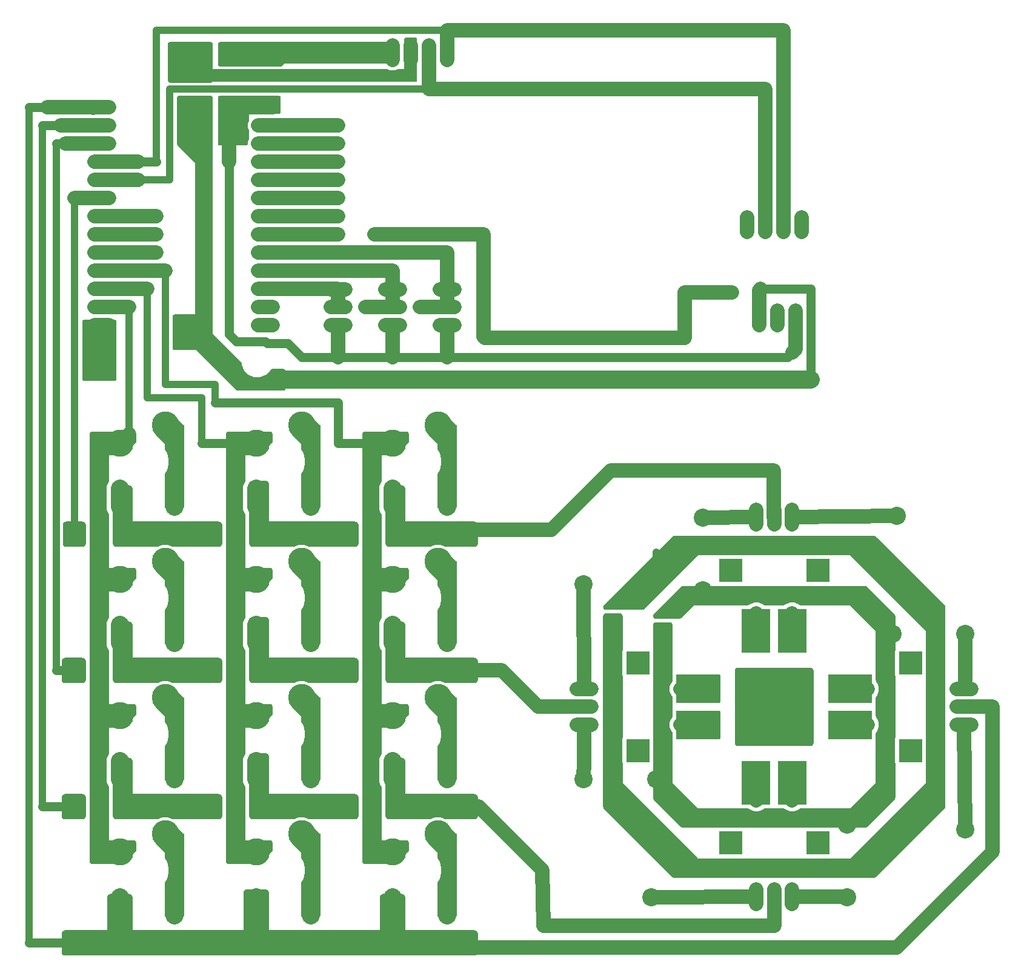
<source format=gbr>
G04 EAGLE Gerber RS-274X export*
G75*
%MOMM*%
%FSLAX34Y34*%
%LPD*%
%INBottom Copper*%
%IPPOS*%
%AMOC8*
5,1,8,0,0,1.08239X$1,22.5*%
G01*
%ADD10C,2.540000*%
%ADD11C,3.810000*%
%ADD12C,2.540000*%
%ADD13C,2.032000*%
%ADD14R,3.216000X3.216000*%
%ADD15C,1.320800*%
%ADD16C,2.000000*%
%ADD17C,1.016000*%
%ADD18C,1.270000*%
%ADD19C,0.812800*%

G36*
X1333560Y218191D02*
X1333560Y218191D01*
X1333621Y218189D01*
X1333844Y218211D01*
X1334068Y218227D01*
X1334128Y218239D01*
X1334188Y218245D01*
X1334406Y218299D01*
X1334626Y218346D01*
X1334682Y218366D01*
X1334741Y218381D01*
X1334950Y218464D01*
X1335161Y218542D01*
X1335214Y218570D01*
X1335270Y218593D01*
X1335465Y218704D01*
X1335663Y218810D01*
X1335712Y218846D01*
X1335764Y218876D01*
X1335855Y218951D01*
X1336123Y219147D01*
X1336284Y219304D01*
X1336373Y219377D01*
X1431623Y314627D01*
X1431663Y314672D01*
X1431707Y314713D01*
X1431849Y314887D01*
X1431997Y315057D01*
X1432030Y315108D01*
X1432068Y315154D01*
X1432185Y315347D01*
X1432307Y315535D01*
X1432332Y315590D01*
X1432363Y315642D01*
X1432452Y315848D01*
X1432547Y316052D01*
X1432564Y316110D01*
X1432588Y316165D01*
X1432646Y316382D01*
X1432712Y316597D01*
X1432721Y316657D01*
X1432737Y316715D01*
X1432748Y316832D01*
X1432799Y317160D01*
X1432802Y317385D01*
X1432813Y317500D01*
X1432813Y596900D01*
X1432809Y596960D01*
X1432811Y597021D01*
X1432789Y597244D01*
X1432773Y597468D01*
X1432761Y597528D01*
X1432755Y597588D01*
X1432701Y597806D01*
X1432654Y598026D01*
X1432634Y598082D01*
X1432619Y598141D01*
X1432536Y598350D01*
X1432458Y598561D01*
X1432430Y598614D01*
X1432408Y598670D01*
X1432296Y598865D01*
X1432190Y599063D01*
X1432154Y599112D01*
X1432124Y599164D01*
X1432049Y599255D01*
X1431853Y599523D01*
X1431696Y599684D01*
X1431623Y599773D01*
X1336373Y695023D01*
X1336328Y695063D01*
X1336287Y695107D01*
X1336113Y695249D01*
X1335943Y695397D01*
X1335892Y695430D01*
X1335846Y695468D01*
X1335653Y695585D01*
X1335465Y695707D01*
X1335410Y695732D01*
X1335358Y695763D01*
X1335152Y695852D01*
X1334948Y695947D01*
X1334890Y695964D01*
X1334835Y695988D01*
X1334618Y696046D01*
X1334403Y696112D01*
X1334343Y696121D01*
X1334285Y696137D01*
X1334168Y696148D01*
X1333840Y696199D01*
X1333615Y696202D01*
X1333500Y696213D01*
X1054100Y696213D01*
X1054040Y696209D01*
X1053979Y696211D01*
X1053756Y696189D01*
X1053532Y696173D01*
X1053472Y696161D01*
X1053413Y696155D01*
X1053194Y696101D01*
X1052974Y696054D01*
X1052918Y696034D01*
X1052859Y696019D01*
X1052650Y695936D01*
X1052439Y695858D01*
X1052386Y695830D01*
X1052330Y695808D01*
X1052135Y695696D01*
X1051937Y695590D01*
X1051888Y695554D01*
X1051836Y695524D01*
X1051745Y695449D01*
X1051477Y695253D01*
X1051316Y695096D01*
X1051227Y695023D01*
X955977Y599773D01*
X955901Y599686D01*
X955819Y599606D01*
X955715Y599471D01*
X955603Y599343D01*
X955540Y599246D01*
X955470Y599155D01*
X955386Y599007D01*
X955293Y598865D01*
X955245Y598760D01*
X955188Y598660D01*
X955125Y598502D01*
X955054Y598348D01*
X955020Y598238D01*
X954978Y598131D01*
X954938Y597965D01*
X954888Y597803D01*
X954871Y597689D01*
X954844Y597577D01*
X954827Y597407D01*
X954801Y597240D01*
X954799Y597125D01*
X954788Y597010D01*
X954796Y596840D01*
X954793Y596670D01*
X954808Y596556D01*
X954813Y596440D01*
X954844Y596273D01*
X954865Y596105D01*
X954896Y595993D01*
X954917Y595880D01*
X954971Y595719D01*
X955016Y595555D01*
X955061Y595449D01*
X955098Y595340D01*
X955174Y595188D01*
X955242Y595032D01*
X955302Y594934D01*
X955353Y594831D01*
X955450Y594691D01*
X955538Y594546D01*
X955612Y594457D01*
X955677Y594362D01*
X955793Y594237D01*
X955900Y594105D01*
X955985Y594028D01*
X956063Y593943D01*
X956195Y593835D01*
X956320Y593720D01*
X956415Y593655D01*
X956504Y593582D01*
X956650Y593494D01*
X956790Y593398D01*
X956893Y593346D01*
X956992Y593287D01*
X957148Y593220D01*
X957300Y593144D01*
X957409Y593108D01*
X957515Y593062D01*
X957679Y593018D01*
X957841Y592964D01*
X957954Y592943D01*
X958065Y592913D01*
X958180Y592902D01*
X958401Y592862D01*
X958733Y592848D01*
X958850Y592837D01*
X1009650Y592837D01*
X1009710Y592841D01*
X1009771Y592839D01*
X1009994Y592861D01*
X1010218Y592877D01*
X1010278Y592889D01*
X1010338Y592895D01*
X1010556Y592949D01*
X1010776Y592996D01*
X1010832Y593016D01*
X1010891Y593031D01*
X1011100Y593114D01*
X1011311Y593192D01*
X1011364Y593220D01*
X1011420Y593243D01*
X1011615Y593354D01*
X1011813Y593460D01*
X1011862Y593496D01*
X1011914Y593526D01*
X1012005Y593601D01*
X1012273Y593797D01*
X1012434Y593954D01*
X1012523Y594027D01*
X1087533Y669037D01*
X1114662Y669037D01*
X1114780Y669045D01*
X1114898Y669044D01*
X1115064Y669065D01*
X1115231Y669077D01*
X1115346Y669101D01*
X1115450Y669115D01*
X1150147Y669115D01*
X1150153Y669113D01*
X1150266Y669102D01*
X1150483Y669062D01*
X1150822Y669048D01*
X1150938Y669037D01*
X1236662Y669037D01*
X1236780Y669045D01*
X1236898Y669044D01*
X1237064Y669065D01*
X1237231Y669077D01*
X1237346Y669101D01*
X1237450Y669115D01*
X1272147Y669115D01*
X1272153Y669113D01*
X1272266Y669102D01*
X1272483Y669062D01*
X1272822Y669048D01*
X1272938Y669037D01*
X1300067Y669037D01*
X1405637Y563467D01*
X1405637Y536338D01*
X1405645Y536220D01*
X1405644Y536102D01*
X1405665Y535936D01*
X1405677Y535769D01*
X1405701Y535654D01*
X1405715Y535550D01*
X1405715Y500853D01*
X1405713Y500847D01*
X1405702Y500733D01*
X1405662Y500516D01*
X1405648Y500178D01*
X1405637Y500062D01*
X1405637Y414338D01*
X1405645Y414220D01*
X1405644Y414102D01*
X1405665Y413936D01*
X1405677Y413769D01*
X1405701Y413654D01*
X1405715Y413550D01*
X1405715Y378853D01*
X1405713Y378847D01*
X1405702Y378733D01*
X1405662Y378516D01*
X1405648Y378178D01*
X1405637Y378062D01*
X1405637Y350933D01*
X1300067Y245363D01*
X1272938Y245363D01*
X1272820Y245355D01*
X1272702Y245356D01*
X1272536Y245335D01*
X1272369Y245323D01*
X1272254Y245299D01*
X1272150Y245285D01*
X1237453Y245285D01*
X1237447Y245287D01*
X1237334Y245298D01*
X1237117Y245338D01*
X1236778Y245352D01*
X1236662Y245363D01*
X1150938Y245363D01*
X1150820Y245355D01*
X1150702Y245356D01*
X1150536Y245335D01*
X1150369Y245323D01*
X1150254Y245299D01*
X1150150Y245285D01*
X1115453Y245285D01*
X1115447Y245287D01*
X1115334Y245298D01*
X1115117Y245338D01*
X1114778Y245352D01*
X1114662Y245363D01*
X1087533Y245363D01*
X981963Y350933D01*
X981963Y378062D01*
X981955Y378180D01*
X981956Y378299D01*
X981935Y378464D01*
X981923Y378631D01*
X981899Y378747D01*
X981885Y378850D01*
X981885Y413547D01*
X981887Y413553D01*
X981898Y413666D01*
X981938Y413883D01*
X981952Y414222D01*
X981963Y414338D01*
X981963Y500062D01*
X981955Y500180D01*
X981956Y500299D01*
X981935Y500464D01*
X981923Y500631D01*
X981899Y500747D01*
X981885Y500850D01*
X981885Y535547D01*
X981887Y535553D01*
X981898Y535666D01*
X981938Y535883D01*
X981952Y536222D01*
X981963Y536338D01*
X981963Y584200D01*
X981947Y584429D01*
X981937Y584660D01*
X981927Y584714D01*
X981923Y584768D01*
X981875Y584994D01*
X981833Y585220D01*
X981816Y585272D01*
X981804Y585326D01*
X981725Y585542D01*
X981652Y585760D01*
X981627Y585809D01*
X981608Y585861D01*
X981500Y586064D01*
X981397Y586269D01*
X981366Y586315D01*
X981340Y586363D01*
X981204Y586549D01*
X981073Y586738D01*
X981036Y586779D01*
X981003Y586823D01*
X980843Y586988D01*
X980687Y587157D01*
X980644Y587192D01*
X980606Y587231D01*
X980424Y587372D01*
X980246Y587518D01*
X980198Y587546D01*
X980155Y587580D01*
X979955Y587694D01*
X979758Y587813D01*
X979708Y587835D01*
X979660Y587862D01*
X979446Y587947D01*
X979235Y588038D01*
X979182Y588052D01*
X979131Y588072D01*
X978906Y588127D01*
X978685Y588187D01*
X978641Y588191D01*
X978577Y588207D01*
X978010Y588262D01*
X977944Y588259D01*
X977900Y588263D01*
X958850Y588263D01*
X958621Y588247D01*
X958390Y588237D01*
X958336Y588227D01*
X958282Y588223D01*
X958056Y588175D01*
X957830Y588133D01*
X957778Y588116D01*
X957724Y588104D01*
X957508Y588025D01*
X957290Y587952D01*
X957241Y587927D01*
X957189Y587908D01*
X956986Y587800D01*
X956781Y587697D01*
X956735Y587666D01*
X956687Y587640D01*
X956501Y587504D01*
X956312Y587373D01*
X956271Y587336D01*
X956227Y587303D01*
X956062Y587143D01*
X955893Y586987D01*
X955858Y586944D01*
X955819Y586906D01*
X955678Y586724D01*
X955532Y586546D01*
X955504Y586498D01*
X955470Y586455D01*
X955356Y586255D01*
X955237Y586058D01*
X955215Y586008D01*
X955188Y585960D01*
X955103Y585746D01*
X955012Y585535D01*
X954998Y585482D01*
X954978Y585431D01*
X954923Y585206D01*
X954863Y584985D01*
X954859Y584941D01*
X954844Y584877D01*
X954788Y584310D01*
X954791Y584244D01*
X954787Y584200D01*
X954787Y317500D01*
X954791Y317440D01*
X954789Y317379D01*
X954811Y317156D01*
X954827Y316932D01*
X954839Y316872D01*
X954845Y316813D01*
X954899Y316594D01*
X954946Y316374D01*
X954966Y316318D01*
X954981Y316259D01*
X955064Y316050D01*
X955142Y315839D01*
X955170Y315786D01*
X955193Y315730D01*
X955304Y315535D01*
X955410Y315337D01*
X955446Y315288D01*
X955476Y315236D01*
X955551Y315145D01*
X955747Y314877D01*
X955904Y314716D01*
X955977Y314627D01*
X1051227Y219377D01*
X1051272Y219337D01*
X1051313Y219293D01*
X1051487Y219151D01*
X1051657Y219003D01*
X1051708Y218970D01*
X1051754Y218932D01*
X1051947Y218815D01*
X1052135Y218693D01*
X1052190Y218668D01*
X1052242Y218637D01*
X1052448Y218548D01*
X1052652Y218454D01*
X1052710Y218436D01*
X1052765Y218412D01*
X1052982Y218354D01*
X1053197Y218288D01*
X1053257Y218279D01*
X1053315Y218263D01*
X1053432Y218252D01*
X1053760Y218201D01*
X1053985Y218198D01*
X1054100Y218187D01*
X1333500Y218187D01*
X1333560Y218191D01*
G37*
G36*
X1114780Y288045D02*
X1114780Y288045D01*
X1114898Y288044D01*
X1115064Y288065D01*
X1115231Y288077D01*
X1115346Y288101D01*
X1115450Y288115D01*
X1150147Y288115D01*
X1150153Y288113D01*
X1150267Y288102D01*
X1150484Y288062D01*
X1150822Y288048D01*
X1150938Y288037D01*
X1236662Y288037D01*
X1236780Y288045D01*
X1236898Y288044D01*
X1237064Y288065D01*
X1237231Y288077D01*
X1237346Y288101D01*
X1237450Y288115D01*
X1272147Y288115D01*
X1272153Y288113D01*
X1272267Y288102D01*
X1272484Y288062D01*
X1272822Y288048D01*
X1272938Y288037D01*
X1320800Y288037D01*
X1320860Y288041D01*
X1320921Y288039D01*
X1321144Y288061D01*
X1321368Y288077D01*
X1321428Y288089D01*
X1321488Y288095D01*
X1321706Y288149D01*
X1321926Y288196D01*
X1321982Y288216D01*
X1322041Y288231D01*
X1322250Y288314D01*
X1322461Y288392D01*
X1322514Y288420D01*
X1322570Y288443D01*
X1322765Y288554D01*
X1322963Y288660D01*
X1323012Y288696D01*
X1323064Y288726D01*
X1323155Y288801D01*
X1323423Y288997D01*
X1323584Y289154D01*
X1323673Y289227D01*
X1361773Y327327D01*
X1361813Y327372D01*
X1361857Y327413D01*
X1361999Y327587D01*
X1362147Y327757D01*
X1362180Y327808D01*
X1362218Y327854D01*
X1362335Y328047D01*
X1362457Y328235D01*
X1362482Y328290D01*
X1362513Y328342D01*
X1362602Y328548D01*
X1362697Y328752D01*
X1362714Y328810D01*
X1362738Y328865D01*
X1362796Y329082D01*
X1362862Y329297D01*
X1362871Y329357D01*
X1362887Y329415D01*
X1362898Y329532D01*
X1362949Y329860D01*
X1362952Y330085D01*
X1362963Y330200D01*
X1362963Y378062D01*
X1362955Y378180D01*
X1362956Y378298D01*
X1362935Y378464D01*
X1362923Y378631D01*
X1362899Y378746D01*
X1362885Y378850D01*
X1362885Y413547D01*
X1362887Y413553D01*
X1362898Y413666D01*
X1362938Y413883D01*
X1362952Y414222D01*
X1362963Y414338D01*
X1362963Y500062D01*
X1362955Y500180D01*
X1362956Y500298D01*
X1362935Y500464D01*
X1362923Y500631D01*
X1362899Y500746D01*
X1362885Y500850D01*
X1362885Y535547D01*
X1362887Y535553D01*
X1362898Y535666D01*
X1362938Y535883D01*
X1362952Y536222D01*
X1362963Y536338D01*
X1362963Y584200D01*
X1362959Y584260D01*
X1362961Y584321D01*
X1362939Y584544D01*
X1362923Y584768D01*
X1362911Y584828D01*
X1362905Y584888D01*
X1362851Y585106D01*
X1362804Y585326D01*
X1362784Y585382D01*
X1362769Y585441D01*
X1362686Y585650D01*
X1362608Y585861D01*
X1362580Y585914D01*
X1362558Y585970D01*
X1362446Y586165D01*
X1362340Y586363D01*
X1362304Y586412D01*
X1362274Y586464D01*
X1362199Y586555D01*
X1362003Y586823D01*
X1361846Y586984D01*
X1361773Y587073D01*
X1323673Y625173D01*
X1323628Y625213D01*
X1323587Y625257D01*
X1323413Y625399D01*
X1323243Y625547D01*
X1323192Y625580D01*
X1323146Y625618D01*
X1322953Y625735D01*
X1322765Y625857D01*
X1322710Y625882D01*
X1322658Y625913D01*
X1322452Y626002D01*
X1322248Y626097D01*
X1322190Y626114D01*
X1322135Y626138D01*
X1321918Y626196D01*
X1321703Y626262D01*
X1321643Y626271D01*
X1321585Y626287D01*
X1321468Y626298D01*
X1321140Y626349D01*
X1320915Y626352D01*
X1320800Y626363D01*
X1272938Y626363D01*
X1272820Y626355D01*
X1272701Y626356D01*
X1272536Y626335D01*
X1272369Y626323D01*
X1272253Y626299D01*
X1272150Y626285D01*
X1237453Y626285D01*
X1237447Y626287D01*
X1237334Y626298D01*
X1237117Y626338D01*
X1236778Y626352D01*
X1236662Y626363D01*
X1150938Y626363D01*
X1150820Y626355D01*
X1150701Y626356D01*
X1150536Y626335D01*
X1150369Y626323D01*
X1150253Y626299D01*
X1150150Y626285D01*
X1115453Y626285D01*
X1115447Y626287D01*
X1115334Y626298D01*
X1115117Y626338D01*
X1114778Y626352D01*
X1114662Y626363D01*
X1066800Y626363D01*
X1066740Y626359D01*
X1066679Y626361D01*
X1066456Y626339D01*
X1066232Y626323D01*
X1066172Y626311D01*
X1066113Y626305D01*
X1065894Y626251D01*
X1065674Y626204D01*
X1065618Y626184D01*
X1065559Y626169D01*
X1065350Y626086D01*
X1065139Y626008D01*
X1065086Y625980D01*
X1065030Y625958D01*
X1064835Y625846D01*
X1064637Y625740D01*
X1064588Y625704D01*
X1064536Y625674D01*
X1064445Y625599D01*
X1064177Y625403D01*
X1064016Y625246D01*
X1063927Y625173D01*
X1025827Y587073D01*
X1025751Y586986D01*
X1025669Y586906D01*
X1025565Y586771D01*
X1025453Y586643D01*
X1025390Y586546D01*
X1025320Y586455D01*
X1025236Y586307D01*
X1025143Y586165D01*
X1025095Y586060D01*
X1025038Y585960D01*
X1024975Y585802D01*
X1024904Y585648D01*
X1024870Y585538D01*
X1024828Y585431D01*
X1024788Y585265D01*
X1024738Y585103D01*
X1024721Y584989D01*
X1024694Y584877D01*
X1024677Y584707D01*
X1024651Y584540D01*
X1024649Y584425D01*
X1024638Y584310D01*
X1024646Y584140D01*
X1024643Y583970D01*
X1024658Y583856D01*
X1024663Y583740D01*
X1024694Y583573D01*
X1024715Y583405D01*
X1024746Y583293D01*
X1024767Y583180D01*
X1024821Y583019D01*
X1024866Y582855D01*
X1024911Y582749D01*
X1024948Y582640D01*
X1025024Y582488D01*
X1025092Y582332D01*
X1025152Y582234D01*
X1025203Y582131D01*
X1025300Y581991D01*
X1025388Y581846D01*
X1025462Y581757D01*
X1025527Y581662D01*
X1025643Y581537D01*
X1025750Y581405D01*
X1025835Y581328D01*
X1025913Y581243D01*
X1026045Y581135D01*
X1026170Y581020D01*
X1026265Y580955D01*
X1026354Y580882D01*
X1026500Y580794D01*
X1026640Y580698D01*
X1026743Y580646D01*
X1026842Y580587D01*
X1026998Y580520D01*
X1027150Y580444D01*
X1027259Y580408D01*
X1027365Y580362D01*
X1027529Y580318D01*
X1027691Y580264D01*
X1027804Y580243D01*
X1027915Y580213D01*
X1028030Y580202D01*
X1028251Y580162D01*
X1028583Y580148D01*
X1028700Y580137D01*
X1060450Y580137D01*
X1060510Y580141D01*
X1060571Y580139D01*
X1060794Y580161D01*
X1061018Y580177D01*
X1061078Y580189D01*
X1061138Y580195D01*
X1061356Y580249D01*
X1061576Y580296D01*
X1061632Y580316D01*
X1061691Y580331D01*
X1061900Y580414D01*
X1062111Y580492D01*
X1062164Y580520D01*
X1062220Y580543D01*
X1062415Y580654D01*
X1062613Y580760D01*
X1062662Y580796D01*
X1062714Y580826D01*
X1062805Y580901D01*
X1063073Y581097D01*
X1063234Y581254D01*
X1063323Y581327D01*
X1081183Y599187D01*
X1156531Y599187D01*
X1156591Y599191D01*
X1156651Y599189D01*
X1156875Y599211D01*
X1157099Y599227D01*
X1157158Y599239D01*
X1157218Y599245D01*
X1157437Y599299D01*
X1157656Y599346D01*
X1157713Y599366D01*
X1157772Y599381D01*
X1157981Y599464D01*
X1158192Y599542D01*
X1158245Y599570D01*
X1158301Y599593D01*
X1158496Y599704D01*
X1158694Y599810D01*
X1158743Y599846D01*
X1158795Y599876D01*
X1158886Y599951D01*
X1159154Y600147D01*
X1159315Y600304D01*
X1159404Y600377D01*
X1160023Y600996D01*
X1165718Y603355D01*
X1171882Y603355D01*
X1177577Y600996D01*
X1178196Y600377D01*
X1178242Y600337D01*
X1178282Y600293D01*
X1178457Y600151D01*
X1178626Y600003D01*
X1178677Y599970D01*
X1178724Y599932D01*
X1178916Y599815D01*
X1179104Y599693D01*
X1179159Y599668D01*
X1179211Y599637D01*
X1179417Y599548D01*
X1179621Y599454D01*
X1179679Y599436D01*
X1179734Y599412D01*
X1179951Y599354D01*
X1180166Y599288D01*
X1180226Y599279D01*
X1180284Y599263D01*
X1180402Y599252D01*
X1180730Y599201D01*
X1180954Y599198D01*
X1181069Y599187D01*
X1206531Y599187D01*
X1206591Y599191D01*
X1206651Y599189D01*
X1206875Y599211D01*
X1207099Y599227D01*
X1207158Y599239D01*
X1207218Y599245D01*
X1207437Y599299D01*
X1207656Y599346D01*
X1207713Y599366D01*
X1207772Y599381D01*
X1207981Y599464D01*
X1208192Y599542D01*
X1208245Y599570D01*
X1208301Y599593D01*
X1208496Y599704D01*
X1208694Y599810D01*
X1208743Y599846D01*
X1208795Y599876D01*
X1208886Y599951D01*
X1209154Y600147D01*
X1209315Y600304D01*
X1209404Y600377D01*
X1210023Y600996D01*
X1215718Y603355D01*
X1221882Y603355D01*
X1227577Y600996D01*
X1228196Y600377D01*
X1228242Y600337D01*
X1228282Y600293D01*
X1228457Y600151D01*
X1228626Y600003D01*
X1228677Y599970D01*
X1228724Y599932D01*
X1228916Y599815D01*
X1229104Y599693D01*
X1229159Y599668D01*
X1229211Y599637D01*
X1229417Y599548D01*
X1229621Y599454D01*
X1229679Y599436D01*
X1229734Y599412D01*
X1229951Y599354D01*
X1230166Y599288D01*
X1230226Y599279D01*
X1230284Y599263D01*
X1230402Y599252D01*
X1230730Y599201D01*
X1230954Y599198D01*
X1231069Y599187D01*
X1300067Y599187D01*
X1335787Y563467D01*
X1335787Y494469D01*
X1335791Y494409D01*
X1335789Y494349D01*
X1335811Y494125D01*
X1335827Y493901D01*
X1335839Y493842D01*
X1335845Y493782D01*
X1335899Y493563D01*
X1335946Y493344D01*
X1335966Y493287D01*
X1335981Y493228D01*
X1336064Y493019D01*
X1336142Y492808D01*
X1336170Y492755D01*
X1336193Y492699D01*
X1336304Y492504D01*
X1336410Y492306D01*
X1336446Y492257D01*
X1336476Y492205D01*
X1336551Y492114D01*
X1336747Y491846D01*
X1336904Y491685D01*
X1336977Y491596D01*
X1337596Y490977D01*
X1339955Y485282D01*
X1339955Y479118D01*
X1337596Y473423D01*
X1336977Y472804D01*
X1336937Y472758D01*
X1336893Y472718D01*
X1336751Y472543D01*
X1336603Y472374D01*
X1336570Y472323D01*
X1336532Y472276D01*
X1336415Y472084D01*
X1336293Y471896D01*
X1336268Y471841D01*
X1336237Y471789D01*
X1336148Y471583D01*
X1336054Y471379D01*
X1336036Y471321D01*
X1336012Y471266D01*
X1335954Y471049D01*
X1335888Y470834D01*
X1335879Y470774D01*
X1335863Y470716D01*
X1335852Y470598D01*
X1335801Y470270D01*
X1335798Y470046D01*
X1335787Y469931D01*
X1335787Y444469D01*
X1335791Y444409D01*
X1335789Y444349D01*
X1335811Y444125D01*
X1335827Y443901D01*
X1335839Y443842D01*
X1335845Y443782D01*
X1335899Y443563D01*
X1335946Y443344D01*
X1335966Y443287D01*
X1335981Y443228D01*
X1336064Y443019D01*
X1336142Y442808D01*
X1336170Y442755D01*
X1336193Y442699D01*
X1336304Y442504D01*
X1336410Y442306D01*
X1336446Y442257D01*
X1336476Y442205D01*
X1336551Y442114D01*
X1336747Y441846D01*
X1336904Y441685D01*
X1336977Y441596D01*
X1337596Y440977D01*
X1339955Y435282D01*
X1339955Y429118D01*
X1337596Y423423D01*
X1336977Y422804D01*
X1336937Y422758D01*
X1336893Y422718D01*
X1336751Y422543D01*
X1336603Y422374D01*
X1336570Y422323D01*
X1336532Y422276D01*
X1336415Y422084D01*
X1336293Y421896D01*
X1336268Y421841D01*
X1336237Y421789D01*
X1336148Y421583D01*
X1336054Y421379D01*
X1336036Y421321D01*
X1336012Y421266D01*
X1335954Y421049D01*
X1335888Y420834D01*
X1335879Y420774D01*
X1335863Y420716D01*
X1335852Y420598D01*
X1335801Y420270D01*
X1335798Y420046D01*
X1335787Y419931D01*
X1335787Y350933D01*
X1300067Y315213D01*
X1231069Y315213D01*
X1231009Y315209D01*
X1230949Y315211D01*
X1230725Y315189D01*
X1230501Y315173D01*
X1230442Y315161D01*
X1230382Y315155D01*
X1230163Y315101D01*
X1229944Y315054D01*
X1229887Y315033D01*
X1229828Y315019D01*
X1229620Y314936D01*
X1229408Y314858D01*
X1229355Y314830D01*
X1229299Y314807D01*
X1229105Y314696D01*
X1228906Y314590D01*
X1228857Y314554D01*
X1228805Y314524D01*
X1228714Y314449D01*
X1228446Y314253D01*
X1228285Y314096D01*
X1228196Y314023D01*
X1227577Y313404D01*
X1221882Y311045D01*
X1215718Y311045D01*
X1210023Y313404D01*
X1209404Y314023D01*
X1209358Y314063D01*
X1209318Y314107D01*
X1209143Y314250D01*
X1208974Y314397D01*
X1208923Y314430D01*
X1208876Y314468D01*
X1208684Y314585D01*
X1208496Y314707D01*
X1208441Y314732D01*
X1208389Y314763D01*
X1208183Y314852D01*
X1207979Y314946D01*
X1207921Y314964D01*
X1207866Y314988D01*
X1207649Y315047D01*
X1207434Y315112D01*
X1207374Y315121D01*
X1207316Y315137D01*
X1207199Y315148D01*
X1206870Y315199D01*
X1206646Y315202D01*
X1206531Y315213D01*
X1181069Y315213D01*
X1181009Y315209D01*
X1180949Y315211D01*
X1180725Y315189D01*
X1180501Y315173D01*
X1180442Y315161D01*
X1180382Y315155D01*
X1180163Y315101D01*
X1179944Y315054D01*
X1179887Y315033D01*
X1179828Y315019D01*
X1179620Y314936D01*
X1179408Y314858D01*
X1179355Y314830D01*
X1179299Y314807D01*
X1179105Y314696D01*
X1178906Y314590D01*
X1178857Y314554D01*
X1178805Y314524D01*
X1178714Y314449D01*
X1178446Y314253D01*
X1178285Y314096D01*
X1178196Y314023D01*
X1177577Y313404D01*
X1171882Y311045D01*
X1165718Y311045D01*
X1160023Y313404D01*
X1159404Y314023D01*
X1159358Y314063D01*
X1159318Y314107D01*
X1159143Y314250D01*
X1158974Y314397D01*
X1158923Y314430D01*
X1158876Y314468D01*
X1158684Y314585D01*
X1158496Y314707D01*
X1158441Y314732D01*
X1158389Y314763D01*
X1158183Y314852D01*
X1157979Y314946D01*
X1157921Y314964D01*
X1157866Y314988D01*
X1157649Y315047D01*
X1157434Y315112D01*
X1157374Y315121D01*
X1157316Y315137D01*
X1157199Y315148D01*
X1156870Y315199D01*
X1156646Y315202D01*
X1156531Y315213D01*
X1087533Y315213D01*
X1051813Y350933D01*
X1051813Y419931D01*
X1051809Y419991D01*
X1051811Y420051D01*
X1051789Y420275D01*
X1051773Y420499D01*
X1051761Y420558D01*
X1051755Y420618D01*
X1051701Y420837D01*
X1051654Y421056D01*
X1051633Y421113D01*
X1051619Y421172D01*
X1051536Y421380D01*
X1051458Y421592D01*
X1051430Y421645D01*
X1051407Y421701D01*
X1051296Y421895D01*
X1051190Y422094D01*
X1051154Y422143D01*
X1051124Y422195D01*
X1051049Y422286D01*
X1050853Y422554D01*
X1050696Y422715D01*
X1050623Y422804D01*
X1050004Y423423D01*
X1049896Y423684D01*
X1047645Y429118D01*
X1047645Y435282D01*
X1050004Y440977D01*
X1050623Y441596D01*
X1050663Y441642D01*
X1050707Y441682D01*
X1050850Y441857D01*
X1050997Y442026D01*
X1051030Y442077D01*
X1051068Y442124D01*
X1051185Y442316D01*
X1051307Y442504D01*
X1051332Y442559D01*
X1051363Y442611D01*
X1051452Y442817D01*
X1051546Y443021D01*
X1051564Y443079D01*
X1051588Y443134D01*
X1051647Y443351D01*
X1051712Y443566D01*
X1051721Y443626D01*
X1051737Y443684D01*
X1051748Y443801D01*
X1051799Y444130D01*
X1051802Y444354D01*
X1051813Y444469D01*
X1051813Y469931D01*
X1051809Y469991D01*
X1051811Y470051D01*
X1051789Y470275D01*
X1051773Y470499D01*
X1051761Y470558D01*
X1051755Y470618D01*
X1051701Y470837D01*
X1051654Y471056D01*
X1051633Y471113D01*
X1051619Y471172D01*
X1051536Y471380D01*
X1051458Y471592D01*
X1051430Y471645D01*
X1051407Y471701D01*
X1051296Y471895D01*
X1051190Y472094D01*
X1051154Y472143D01*
X1051124Y472195D01*
X1051049Y472286D01*
X1050853Y472554D01*
X1050696Y472715D01*
X1050623Y472804D01*
X1050004Y473423D01*
X1047645Y479118D01*
X1047645Y485282D01*
X1050004Y490977D01*
X1050623Y491596D01*
X1050663Y491642D01*
X1050707Y491682D01*
X1050850Y491857D01*
X1050997Y492026D01*
X1051030Y492077D01*
X1051068Y492124D01*
X1051185Y492316D01*
X1051307Y492504D01*
X1051332Y492559D01*
X1051363Y492611D01*
X1051452Y492817D01*
X1051546Y493021D01*
X1051564Y493079D01*
X1051588Y493134D01*
X1051647Y493351D01*
X1051712Y493566D01*
X1051721Y493626D01*
X1051737Y493684D01*
X1051748Y493801D01*
X1051799Y494130D01*
X1051802Y494354D01*
X1051813Y494469D01*
X1051813Y571500D01*
X1051797Y571729D01*
X1051787Y571960D01*
X1051777Y572014D01*
X1051773Y572068D01*
X1051725Y572294D01*
X1051683Y572520D01*
X1051666Y572572D01*
X1051654Y572626D01*
X1051575Y572842D01*
X1051502Y573060D01*
X1051477Y573109D01*
X1051458Y573161D01*
X1051350Y573364D01*
X1051247Y573569D01*
X1051216Y573615D01*
X1051190Y573663D01*
X1051054Y573849D01*
X1050923Y574038D01*
X1050886Y574079D01*
X1050853Y574123D01*
X1050693Y574288D01*
X1050537Y574457D01*
X1050494Y574492D01*
X1050456Y574531D01*
X1050274Y574672D01*
X1050096Y574818D01*
X1050048Y574846D01*
X1050005Y574880D01*
X1049805Y574994D01*
X1049608Y575113D01*
X1049558Y575135D01*
X1049510Y575162D01*
X1049296Y575247D01*
X1049085Y575338D01*
X1049032Y575352D01*
X1048981Y575372D01*
X1048756Y575427D01*
X1048535Y575487D01*
X1048491Y575491D01*
X1048427Y575507D01*
X1047860Y575562D01*
X1047794Y575559D01*
X1047750Y575563D01*
X1028700Y575563D01*
X1028471Y575547D01*
X1028240Y575537D01*
X1028186Y575527D01*
X1028132Y575523D01*
X1027906Y575475D01*
X1027680Y575433D01*
X1027628Y575416D01*
X1027574Y575404D01*
X1027358Y575325D01*
X1027140Y575252D01*
X1027091Y575227D01*
X1027039Y575208D01*
X1026836Y575100D01*
X1026631Y574997D01*
X1026585Y574966D01*
X1026537Y574940D01*
X1026351Y574804D01*
X1026162Y574673D01*
X1026121Y574636D01*
X1026077Y574603D01*
X1025912Y574443D01*
X1025743Y574287D01*
X1025708Y574244D01*
X1025669Y574206D01*
X1025528Y574024D01*
X1025382Y573846D01*
X1025354Y573798D01*
X1025320Y573755D01*
X1025206Y573555D01*
X1025087Y573358D01*
X1025065Y573308D01*
X1025038Y573260D01*
X1024953Y573046D01*
X1024862Y572835D01*
X1024848Y572782D01*
X1024828Y572731D01*
X1024773Y572506D01*
X1024713Y572285D01*
X1024709Y572241D01*
X1024694Y572177D01*
X1024638Y571610D01*
X1024641Y571544D01*
X1024637Y571500D01*
X1024637Y536338D01*
X1024645Y536220D01*
X1024644Y536102D01*
X1024665Y535936D01*
X1024677Y535769D01*
X1024701Y535654D01*
X1024715Y535550D01*
X1024715Y500853D01*
X1024713Y500847D01*
X1024702Y500734D01*
X1024662Y500517D01*
X1024648Y500178D01*
X1024637Y500062D01*
X1024637Y414338D01*
X1024645Y414220D01*
X1024644Y414102D01*
X1024665Y413936D01*
X1024677Y413769D01*
X1024701Y413654D01*
X1024715Y413550D01*
X1024715Y378853D01*
X1024713Y378847D01*
X1024702Y378734D01*
X1024662Y378517D01*
X1024648Y378178D01*
X1024637Y378062D01*
X1024637Y330200D01*
X1024641Y330140D01*
X1024639Y330079D01*
X1024661Y329856D01*
X1024677Y329632D01*
X1024689Y329572D01*
X1024695Y329513D01*
X1024749Y329294D01*
X1024796Y329074D01*
X1024816Y329018D01*
X1024831Y328959D01*
X1024914Y328750D01*
X1024992Y328539D01*
X1025020Y328486D01*
X1025043Y328430D01*
X1025154Y328235D01*
X1025260Y328037D01*
X1025296Y327988D01*
X1025326Y327936D01*
X1025401Y327845D01*
X1025597Y327577D01*
X1025754Y327416D01*
X1025827Y327327D01*
X1063927Y289227D01*
X1063972Y289187D01*
X1064013Y289143D01*
X1064187Y289001D01*
X1064357Y288853D01*
X1064408Y288820D01*
X1064454Y288782D01*
X1064647Y288665D01*
X1064835Y288543D01*
X1064890Y288518D01*
X1064942Y288487D01*
X1065148Y288398D01*
X1065352Y288304D01*
X1065410Y288286D01*
X1065465Y288262D01*
X1065682Y288204D01*
X1065897Y288138D01*
X1065957Y288129D01*
X1066015Y288113D01*
X1066132Y288102D01*
X1066460Y288051D01*
X1066685Y288048D01*
X1066800Y288037D01*
X1114662Y288037D01*
X1114780Y288045D01*
G37*
G36*
X774855Y109230D02*
X774855Y109230D01*
X775010Y109230D01*
X775172Y109250D01*
X775336Y109261D01*
X775488Y109290D01*
X775642Y109309D01*
X775801Y109349D01*
X775962Y109380D01*
X776109Y109428D01*
X776259Y109466D01*
X776412Y109526D01*
X776568Y109577D01*
X776708Y109643D01*
X776852Y109699D01*
X776996Y109778D01*
X777144Y109848D01*
X777275Y109930D01*
X777411Y110005D01*
X777544Y110101D01*
X777683Y110189D01*
X777802Y110287D01*
X777928Y110378D01*
X778047Y110490D01*
X778174Y110594D01*
X778280Y110707D01*
X778393Y110813D01*
X778498Y110939D01*
X778610Y111058D01*
X778702Y111184D01*
X778801Y111303D01*
X778889Y111441D01*
X778985Y111574D01*
X779060Y111709D01*
X779144Y111840D01*
X779214Y111988D01*
X779293Y112131D01*
X779350Y112275D01*
X779417Y112415D01*
X779468Y112571D01*
X779528Y112724D01*
X779567Y112874D01*
X779616Y113021D01*
X779647Y113182D01*
X779688Y113340D01*
X779707Y113494D01*
X779737Y113646D01*
X779747Y113805D01*
X779769Y113972D01*
X779769Y114141D01*
X779779Y114300D01*
X779779Y139700D01*
X779770Y139854D01*
X779770Y139860D01*
X779770Y140010D01*
X779750Y140172D01*
X779739Y140336D01*
X779710Y140488D01*
X779691Y140642D01*
X779651Y140801D01*
X779620Y140962D01*
X779572Y141109D01*
X779534Y141259D01*
X779474Y141412D01*
X779423Y141568D01*
X779358Y141708D01*
X779301Y141852D01*
X779222Y141996D01*
X779152Y142144D01*
X779070Y142275D01*
X778995Y142411D01*
X778899Y142544D01*
X778811Y142683D01*
X778713Y142802D01*
X778622Y142928D01*
X778510Y143047D01*
X778406Y143174D01*
X778293Y143280D01*
X778187Y143393D01*
X778061Y143498D01*
X777942Y143610D01*
X777816Y143702D01*
X777697Y143801D01*
X777559Y143889D01*
X777427Y143985D01*
X777291Y144060D01*
X777160Y144144D01*
X777012Y144214D01*
X776869Y144293D01*
X776725Y144350D01*
X776585Y144417D01*
X776429Y144468D01*
X776276Y144528D01*
X776126Y144567D01*
X775979Y144616D01*
X775818Y144647D01*
X775660Y144688D01*
X775506Y144707D01*
X775354Y144737D01*
X775195Y144747D01*
X775028Y144769D01*
X774859Y144769D01*
X774700Y144779D01*
X678179Y144779D01*
X678179Y190500D01*
X678170Y190654D01*
X678170Y190798D01*
X678170Y190810D01*
X678150Y190972D01*
X678139Y191136D01*
X678110Y191288D01*
X678091Y191442D01*
X678051Y191601D01*
X678020Y191762D01*
X677972Y191909D01*
X677934Y192059D01*
X677874Y192212D01*
X677823Y192368D01*
X677758Y192508D01*
X677701Y192652D01*
X677622Y192796D01*
X677552Y192944D01*
X677470Y193075D01*
X677395Y193211D01*
X677299Y193344D01*
X677211Y193483D01*
X677113Y193602D01*
X677022Y193728D01*
X676910Y193847D01*
X676806Y193974D01*
X676693Y194080D01*
X676587Y194193D01*
X676461Y194298D01*
X676342Y194410D01*
X676216Y194502D01*
X676097Y194601D01*
X675959Y194689D01*
X675827Y194785D01*
X675691Y194860D01*
X675560Y194944D01*
X675412Y195014D01*
X675269Y195093D01*
X675125Y195150D01*
X674985Y195217D01*
X674829Y195268D01*
X674676Y195328D01*
X674526Y195367D01*
X674379Y195416D01*
X674218Y195447D01*
X674060Y195488D01*
X673906Y195507D01*
X673754Y195537D01*
X673595Y195547D01*
X673428Y195569D01*
X673259Y195569D01*
X673100Y195579D01*
X647700Y195579D01*
X647546Y195570D01*
X647390Y195570D01*
X647228Y195550D01*
X647064Y195539D01*
X646912Y195510D01*
X646758Y195491D01*
X646599Y195451D01*
X646438Y195420D01*
X646291Y195372D01*
X646141Y195334D01*
X645988Y195274D01*
X645832Y195223D01*
X645692Y195158D01*
X645548Y195101D01*
X645404Y195022D01*
X645256Y194952D01*
X645125Y194870D01*
X644989Y194795D01*
X644856Y194699D01*
X644717Y194611D01*
X644598Y194513D01*
X644472Y194422D01*
X644353Y194310D01*
X644226Y194206D01*
X644120Y194093D01*
X644007Y193987D01*
X643902Y193861D01*
X643790Y193742D01*
X643698Y193616D01*
X643599Y193497D01*
X643511Y193359D01*
X643415Y193227D01*
X643340Y193091D01*
X643256Y192960D01*
X643186Y192812D01*
X643107Y192669D01*
X643050Y192525D01*
X642983Y192385D01*
X642932Y192229D01*
X642872Y192076D01*
X642833Y191926D01*
X642785Y191779D01*
X642753Y191618D01*
X642712Y191460D01*
X642693Y191306D01*
X642663Y191154D01*
X642653Y190995D01*
X642631Y190828D01*
X642631Y190659D01*
X642621Y190500D01*
X642621Y144779D01*
X487679Y144779D01*
X487679Y196850D01*
X487670Y197005D01*
X487670Y197160D01*
X487650Y197322D01*
X487639Y197486D01*
X487610Y197638D01*
X487591Y197792D01*
X487551Y197951D01*
X487520Y198112D01*
X487472Y198259D01*
X487434Y198409D01*
X487374Y198562D01*
X487323Y198718D01*
X487258Y198858D01*
X487201Y199002D01*
X487122Y199146D01*
X487052Y199294D01*
X486970Y199425D01*
X486895Y199561D01*
X486799Y199694D01*
X486711Y199833D01*
X486613Y199952D01*
X486522Y200078D01*
X486410Y200197D01*
X486306Y200324D01*
X486193Y200430D01*
X486087Y200543D01*
X485961Y200648D01*
X485842Y200760D01*
X485716Y200852D01*
X485597Y200951D01*
X485459Y201039D01*
X485327Y201135D01*
X485191Y201210D01*
X485060Y201294D01*
X484912Y201364D01*
X484769Y201443D01*
X484625Y201500D01*
X484485Y201567D01*
X484329Y201618D01*
X484176Y201678D01*
X484026Y201717D01*
X483879Y201766D01*
X483718Y201797D01*
X483560Y201838D01*
X483406Y201857D01*
X483254Y201887D01*
X483095Y201897D01*
X482928Y201919D01*
X482759Y201919D01*
X482600Y201929D01*
X457200Y201929D01*
X457046Y201920D01*
X456890Y201920D01*
X456728Y201900D01*
X456564Y201889D01*
X456412Y201860D01*
X456258Y201841D01*
X456099Y201801D01*
X455938Y201770D01*
X455791Y201722D01*
X455641Y201684D01*
X455488Y201624D01*
X455332Y201573D01*
X455192Y201508D01*
X455048Y201451D01*
X454904Y201372D01*
X454756Y201302D01*
X454625Y201220D01*
X454489Y201145D01*
X454356Y201049D01*
X454217Y200961D01*
X454098Y200863D01*
X453972Y200772D01*
X453853Y200660D01*
X453726Y200556D01*
X453620Y200443D01*
X453507Y200337D01*
X453402Y200211D01*
X453290Y200092D01*
X453198Y199966D01*
X453099Y199847D01*
X453011Y199709D01*
X452915Y199577D01*
X452840Y199441D01*
X452756Y199310D01*
X452686Y199162D01*
X452607Y199019D01*
X452550Y198875D01*
X452483Y198735D01*
X452432Y198579D01*
X452372Y198426D01*
X452333Y198276D01*
X452285Y198129D01*
X452253Y197968D01*
X452212Y197810D01*
X452193Y197656D01*
X452163Y197504D01*
X452153Y197345D01*
X452131Y197178D01*
X452131Y197009D01*
X452121Y196850D01*
X452121Y144779D01*
X297179Y144779D01*
X297179Y190500D01*
X297170Y190654D01*
X297170Y190798D01*
X297170Y190810D01*
X297150Y190972D01*
X297139Y191136D01*
X297110Y191288D01*
X297091Y191442D01*
X297051Y191601D01*
X297020Y191762D01*
X296972Y191909D01*
X296934Y192059D01*
X296874Y192212D01*
X296823Y192368D01*
X296758Y192508D01*
X296701Y192652D01*
X296622Y192796D01*
X296552Y192944D01*
X296470Y193075D01*
X296395Y193211D01*
X296299Y193344D01*
X296211Y193483D01*
X296113Y193602D01*
X296022Y193728D01*
X295910Y193847D01*
X295806Y193974D01*
X295693Y194080D01*
X295587Y194193D01*
X295461Y194298D01*
X295342Y194410D01*
X295216Y194502D01*
X295097Y194601D01*
X294959Y194689D01*
X294827Y194785D01*
X294691Y194860D01*
X294560Y194944D01*
X294412Y195014D01*
X294269Y195093D01*
X294125Y195150D01*
X293985Y195217D01*
X293829Y195268D01*
X293676Y195328D01*
X293526Y195367D01*
X293379Y195416D01*
X293218Y195447D01*
X293060Y195488D01*
X292906Y195507D01*
X292754Y195537D01*
X292595Y195547D01*
X292428Y195569D01*
X292259Y195569D01*
X292100Y195579D01*
X266700Y195579D01*
X266546Y195570D01*
X266390Y195570D01*
X266228Y195550D01*
X266064Y195539D01*
X265912Y195510D01*
X265758Y195491D01*
X265599Y195451D01*
X265438Y195420D01*
X265291Y195372D01*
X265141Y195334D01*
X264988Y195274D01*
X264832Y195223D01*
X264692Y195158D01*
X264548Y195101D01*
X264404Y195022D01*
X264256Y194952D01*
X264125Y194870D01*
X263989Y194795D01*
X263856Y194699D01*
X263717Y194611D01*
X263598Y194513D01*
X263472Y194422D01*
X263353Y194310D01*
X263226Y194206D01*
X263120Y194093D01*
X263007Y193987D01*
X262902Y193861D01*
X262790Y193742D01*
X262698Y193616D01*
X262599Y193497D01*
X262511Y193359D01*
X262415Y193227D01*
X262340Y193091D01*
X262256Y192960D01*
X262186Y192812D01*
X262107Y192669D01*
X262050Y192525D01*
X261983Y192385D01*
X261932Y192229D01*
X261872Y192076D01*
X261833Y191926D01*
X261785Y191779D01*
X261753Y191618D01*
X261712Y191460D01*
X261693Y191306D01*
X261663Y191154D01*
X261653Y190995D01*
X261631Y190828D01*
X261631Y190659D01*
X261621Y190500D01*
X261621Y144779D01*
X203200Y144779D01*
X203046Y144770D01*
X202890Y144770D01*
X202728Y144750D01*
X202564Y144739D01*
X202412Y144710D01*
X202258Y144691D01*
X202099Y144651D01*
X201938Y144620D01*
X201791Y144572D01*
X201641Y144534D01*
X201488Y144474D01*
X201332Y144423D01*
X201192Y144358D01*
X201048Y144301D01*
X200904Y144222D01*
X200756Y144152D01*
X200625Y144070D01*
X200489Y143995D01*
X200356Y143899D01*
X200217Y143811D01*
X200098Y143713D01*
X199972Y143622D01*
X199853Y143510D01*
X199726Y143406D01*
X199620Y143293D01*
X199507Y143187D01*
X199402Y143061D01*
X199290Y142942D01*
X199198Y142816D01*
X199099Y142697D01*
X199011Y142559D01*
X198915Y142427D01*
X198840Y142291D01*
X198756Y142160D01*
X198686Y142012D01*
X198607Y141869D01*
X198550Y141725D01*
X198483Y141585D01*
X198432Y141429D01*
X198372Y141276D01*
X198333Y141126D01*
X198285Y140979D01*
X198253Y140818D01*
X198212Y140660D01*
X198193Y140506D01*
X198163Y140354D01*
X198153Y140195D01*
X198131Y140028D01*
X198131Y139859D01*
X198121Y139700D01*
X198121Y114300D01*
X198130Y114146D01*
X198130Y113990D01*
X198150Y113828D01*
X198161Y113664D01*
X198190Y113512D01*
X198209Y113358D01*
X198249Y113199D01*
X198280Y113038D01*
X198328Y112891D01*
X198366Y112741D01*
X198426Y112588D01*
X198477Y112432D01*
X198543Y112292D01*
X198599Y112148D01*
X198678Y112004D01*
X198748Y111856D01*
X198830Y111725D01*
X198905Y111589D01*
X199001Y111456D01*
X199089Y111317D01*
X199187Y111198D01*
X199278Y111072D01*
X199390Y110953D01*
X199494Y110826D01*
X199607Y110720D01*
X199713Y110607D01*
X199839Y110502D01*
X199958Y110390D01*
X200084Y110298D01*
X200203Y110199D01*
X200341Y110111D01*
X200474Y110015D01*
X200609Y109940D01*
X200740Y109856D01*
X200888Y109786D01*
X201031Y109707D01*
X201175Y109650D01*
X201315Y109583D01*
X201471Y109532D01*
X201624Y109472D01*
X201774Y109433D01*
X201921Y109385D01*
X202082Y109353D01*
X202240Y109312D01*
X202394Y109293D01*
X202546Y109263D01*
X202705Y109253D01*
X202872Y109231D01*
X203041Y109231D01*
X203200Y109221D01*
X774700Y109221D01*
X774855Y109230D01*
G37*
G36*
X476240Y237256D02*
X476240Y237256D01*
X476508Y237272D01*
X476524Y237276D01*
X476540Y237277D01*
X476803Y237333D01*
X477066Y237387D01*
X477081Y237392D01*
X477097Y237396D01*
X477349Y237488D01*
X477602Y237578D01*
X477617Y237586D01*
X477632Y237592D01*
X477870Y237719D01*
X478107Y237843D01*
X478120Y237853D01*
X478135Y237860D01*
X478352Y238019D01*
X478570Y238176D01*
X478581Y238187D01*
X478595Y238197D01*
X478787Y238384D01*
X478981Y238570D01*
X478991Y238583D01*
X479003Y238594D01*
X479167Y238806D01*
X479333Y239018D01*
X479342Y239032D01*
X479352Y239045D01*
X479485Y239279D01*
X479620Y239510D01*
X479624Y239523D01*
X479634Y239540D01*
X479844Y240069D01*
X479871Y240181D01*
X479893Y240238D01*
X483865Y247119D01*
X489481Y252735D01*
X490982Y253601D01*
X491000Y253613D01*
X491019Y253623D01*
X491236Y253773D01*
X491454Y253920D01*
X491470Y253935D01*
X491488Y253947D01*
X491682Y254126D01*
X491877Y254302D01*
X491891Y254318D01*
X491907Y254333D01*
X492075Y254538D01*
X492242Y254739D01*
X492254Y254757D01*
X492268Y254774D01*
X492405Y255000D01*
X492543Y255223D01*
X492552Y255243D01*
X492563Y255262D01*
X492667Y255503D01*
X492773Y255744D01*
X492779Y255765D01*
X492788Y255785D01*
X492856Y256038D01*
X492928Y256292D01*
X492931Y256314D01*
X492937Y256335D01*
X492944Y256410D01*
X493005Y256857D01*
X493004Y257023D01*
X493013Y257120D01*
X493013Y266700D01*
X492997Y266929D01*
X492987Y267160D01*
X492977Y267214D01*
X492973Y267268D01*
X492925Y267494D01*
X492883Y267720D01*
X492866Y267772D01*
X492854Y267826D01*
X492775Y268042D01*
X492702Y268260D01*
X492677Y268309D01*
X492658Y268361D01*
X492550Y268564D01*
X492447Y268769D01*
X492416Y268815D01*
X492390Y268863D01*
X492254Y269049D01*
X492123Y269238D01*
X492086Y269279D01*
X492053Y269323D01*
X491893Y269488D01*
X491737Y269657D01*
X491694Y269692D01*
X491656Y269731D01*
X491474Y269872D01*
X491296Y270018D01*
X491248Y270046D01*
X491205Y270080D01*
X491005Y270194D01*
X490808Y270313D01*
X490758Y270335D01*
X490710Y270362D01*
X490496Y270447D01*
X490285Y270538D01*
X490232Y270552D01*
X490181Y270572D01*
X489956Y270627D01*
X489735Y270687D01*
X489691Y270691D01*
X489627Y270707D01*
X489060Y270762D01*
X488994Y270759D01*
X488950Y270763D01*
X454913Y270763D01*
X454913Y343846D01*
X454905Y343964D01*
X454906Y344082D01*
X454885Y344247D01*
X454873Y344414D01*
X454849Y344530D01*
X454834Y344647D01*
X454800Y344756D01*
X454754Y344972D01*
X454638Y345290D01*
X454604Y345401D01*
X451865Y352013D01*
X451865Y384587D01*
X454604Y391199D01*
X454641Y391311D01*
X454688Y391419D01*
X454731Y391581D01*
X454785Y391739D01*
X454806Y391856D01*
X454837Y391969D01*
X454848Y392083D01*
X454888Y392300D01*
X454902Y392638D01*
X454913Y392754D01*
X454913Y427737D01*
X475972Y427737D01*
X476240Y427756D01*
X476508Y427772D01*
X476524Y427776D01*
X476540Y427777D01*
X476803Y427833D01*
X477066Y427887D01*
X477081Y427892D01*
X477097Y427896D01*
X477349Y427988D01*
X477602Y428078D01*
X477617Y428086D01*
X477632Y428092D01*
X477870Y428219D01*
X478107Y428343D01*
X478120Y428353D01*
X478135Y428360D01*
X478352Y428519D01*
X478570Y428676D01*
X478581Y428687D01*
X478595Y428697D01*
X478787Y428884D01*
X478981Y429070D01*
X478991Y429083D01*
X479003Y429094D01*
X479167Y429306D01*
X479333Y429518D01*
X479342Y429532D01*
X479352Y429545D01*
X479485Y429779D01*
X479620Y430010D01*
X479624Y430023D01*
X479634Y430040D01*
X479844Y430569D01*
X479871Y430681D01*
X479893Y430738D01*
X483865Y437619D01*
X489481Y443235D01*
X490982Y444101D01*
X491000Y444113D01*
X491019Y444123D01*
X491236Y444273D01*
X491454Y444420D01*
X491470Y444435D01*
X491488Y444447D01*
X491682Y444626D01*
X491877Y444802D01*
X491891Y444818D01*
X491907Y444833D01*
X492075Y445038D01*
X492242Y445239D01*
X492254Y445257D01*
X492268Y445274D01*
X492405Y445500D01*
X492543Y445723D01*
X492552Y445743D01*
X492563Y445762D01*
X492667Y446003D01*
X492773Y446244D01*
X492779Y446265D01*
X492788Y446285D01*
X492856Y446538D01*
X492928Y446792D01*
X492931Y446814D01*
X492937Y446835D01*
X492944Y446910D01*
X493005Y447357D01*
X493004Y447523D01*
X493013Y447620D01*
X493013Y457200D01*
X492997Y457429D01*
X492987Y457660D01*
X492977Y457714D01*
X492973Y457768D01*
X492925Y457994D01*
X492883Y458220D01*
X492866Y458272D01*
X492854Y458326D01*
X492775Y458542D01*
X492702Y458760D01*
X492677Y458809D01*
X492658Y458861D01*
X492550Y459064D01*
X492447Y459269D01*
X492416Y459315D01*
X492390Y459363D01*
X492254Y459549D01*
X492123Y459738D01*
X492086Y459779D01*
X492053Y459823D01*
X491893Y459988D01*
X491737Y460157D01*
X491694Y460192D01*
X491656Y460231D01*
X491474Y460372D01*
X491296Y460518D01*
X491248Y460546D01*
X491205Y460580D01*
X491005Y460694D01*
X490808Y460813D01*
X490758Y460835D01*
X490710Y460862D01*
X490496Y460947D01*
X490285Y461038D01*
X490232Y461052D01*
X490181Y461072D01*
X489956Y461127D01*
X489735Y461187D01*
X489691Y461191D01*
X489627Y461207D01*
X489060Y461262D01*
X488994Y461259D01*
X488950Y461263D01*
X454913Y461263D01*
X454913Y534346D01*
X454905Y534464D01*
X454906Y534582D01*
X454885Y534747D01*
X454873Y534914D01*
X454849Y535030D01*
X454834Y535147D01*
X454800Y535256D01*
X454754Y535472D01*
X454638Y535790D01*
X454604Y535901D01*
X451865Y542513D01*
X451865Y575087D01*
X454604Y581699D01*
X454641Y581811D01*
X454688Y581919D01*
X454731Y582081D01*
X454785Y582239D01*
X454806Y582356D01*
X454837Y582469D01*
X454848Y582583D01*
X454888Y582800D01*
X454902Y583138D01*
X454913Y583254D01*
X454913Y618237D01*
X475972Y618237D01*
X476240Y618256D01*
X476507Y618272D01*
X476523Y618276D01*
X476540Y618277D01*
X476803Y618333D01*
X477065Y618387D01*
X477081Y618392D01*
X477097Y618396D01*
X477349Y618488D01*
X477602Y618578D01*
X477617Y618586D01*
X477632Y618592D01*
X477870Y618719D01*
X478107Y618843D01*
X478120Y618853D01*
X478135Y618860D01*
X478352Y619019D01*
X478569Y619176D01*
X478581Y619187D01*
X478595Y619197D01*
X478788Y619385D01*
X478981Y619570D01*
X478991Y619583D01*
X479003Y619594D01*
X479167Y619806D01*
X479333Y620017D01*
X479342Y620032D01*
X479352Y620045D01*
X479484Y620278D01*
X479619Y620510D01*
X479624Y620523D01*
X479634Y620540D01*
X479844Y621069D01*
X479871Y621180D01*
X479893Y621238D01*
X483865Y628119D01*
X489481Y633735D01*
X490982Y634601D01*
X491000Y634613D01*
X491019Y634623D01*
X491236Y634773D01*
X491454Y634920D01*
X491470Y634935D01*
X491488Y634947D01*
X491682Y635126D01*
X491877Y635302D01*
X491891Y635318D01*
X491907Y635333D01*
X492075Y635538D01*
X492242Y635739D01*
X492254Y635757D01*
X492268Y635774D01*
X492405Y636000D01*
X492543Y636223D01*
X492552Y636243D01*
X492563Y636262D01*
X492667Y636503D01*
X492773Y636744D01*
X492779Y636765D01*
X492788Y636785D01*
X492856Y637038D01*
X492928Y637292D01*
X492931Y637314D01*
X492937Y637335D01*
X492944Y637410D01*
X493005Y637857D01*
X493004Y638023D01*
X493013Y638120D01*
X493013Y647700D01*
X492997Y647929D01*
X492987Y648160D01*
X492977Y648214D01*
X492973Y648268D01*
X492925Y648494D01*
X492883Y648720D01*
X492866Y648772D01*
X492854Y648826D01*
X492775Y649042D01*
X492702Y649260D01*
X492677Y649309D01*
X492658Y649361D01*
X492550Y649564D01*
X492447Y649769D01*
X492416Y649815D01*
X492390Y649863D01*
X492254Y650049D01*
X492123Y650238D01*
X492086Y650279D01*
X492053Y650323D01*
X491893Y650488D01*
X491737Y650657D01*
X491694Y650692D01*
X491656Y650731D01*
X491474Y650872D01*
X491296Y651018D01*
X491248Y651046D01*
X491205Y651080D01*
X491005Y651194D01*
X490808Y651313D01*
X490758Y651335D01*
X490710Y651362D01*
X490496Y651447D01*
X490285Y651538D01*
X490232Y651552D01*
X490181Y651572D01*
X489956Y651627D01*
X489735Y651687D01*
X489691Y651691D01*
X489627Y651707D01*
X489060Y651762D01*
X488994Y651759D01*
X488950Y651763D01*
X454913Y651763D01*
X454913Y724846D01*
X454905Y724964D01*
X454906Y725082D01*
X454891Y725203D01*
X454887Y725286D01*
X454879Y725329D01*
X454873Y725414D01*
X454849Y725530D01*
X454834Y725647D01*
X454800Y725756D01*
X454798Y725766D01*
X454783Y725847D01*
X454777Y725865D01*
X454754Y725972D01*
X454638Y726290D01*
X454604Y726401D01*
X451865Y733013D01*
X451865Y765587D01*
X454604Y772199D01*
X454641Y772311D01*
X454688Y772419D01*
X454732Y772581D01*
X454785Y772740D01*
X454806Y772856D01*
X454837Y772969D01*
X454848Y773083D01*
X454888Y773300D01*
X454902Y773638D01*
X454913Y773754D01*
X454913Y808737D01*
X475972Y808737D01*
X476240Y808756D01*
X476507Y808772D01*
X476523Y808776D01*
X476540Y808777D01*
X476803Y808833D01*
X477065Y808887D01*
X477081Y808892D01*
X477097Y808896D01*
X477349Y808988D01*
X477602Y809078D01*
X477617Y809086D01*
X477632Y809092D01*
X477870Y809219D01*
X478107Y809343D01*
X478120Y809353D01*
X478135Y809360D01*
X478352Y809519D01*
X478569Y809676D01*
X478581Y809687D01*
X478595Y809697D01*
X478788Y809885D01*
X478981Y810070D01*
X478991Y810083D01*
X479003Y810094D01*
X479167Y810307D01*
X479333Y810517D01*
X479342Y810532D01*
X479352Y810545D01*
X479484Y810778D01*
X479619Y811010D01*
X479624Y811023D01*
X479634Y811040D01*
X479844Y811569D01*
X479871Y811680D01*
X479893Y811738D01*
X483865Y818619D01*
X489481Y824235D01*
X490982Y825101D01*
X491000Y825113D01*
X491019Y825123D01*
X491236Y825273D01*
X491454Y825420D01*
X491470Y825435D01*
X491488Y825447D01*
X491682Y825626D01*
X491877Y825802D01*
X491891Y825818D01*
X491907Y825833D01*
X492075Y826038D01*
X492242Y826239D01*
X492254Y826257D01*
X492268Y826274D01*
X492405Y826500D01*
X492543Y826723D01*
X492552Y826743D01*
X492563Y826762D01*
X492667Y827003D01*
X492773Y827244D01*
X492779Y827265D01*
X492788Y827285D01*
X492856Y827538D01*
X492928Y827792D01*
X492931Y827814D01*
X492937Y827835D01*
X492944Y827910D01*
X493005Y828357D01*
X493004Y828523D01*
X493013Y828620D01*
X493013Y838200D01*
X492997Y838429D01*
X492987Y838660D01*
X492977Y838714D01*
X492973Y838768D01*
X492925Y838994D01*
X492883Y839220D01*
X492866Y839272D01*
X492854Y839326D01*
X492775Y839542D01*
X492702Y839760D01*
X492677Y839809D01*
X492658Y839861D01*
X492550Y840064D01*
X492447Y840269D01*
X492416Y840315D01*
X492390Y840363D01*
X492254Y840549D01*
X492123Y840738D01*
X492086Y840779D01*
X492053Y840823D01*
X491893Y840988D01*
X491737Y841157D01*
X491694Y841192D01*
X491656Y841231D01*
X491474Y841372D01*
X491296Y841518D01*
X491248Y841546D01*
X491205Y841580D01*
X491005Y841694D01*
X490808Y841813D01*
X490758Y841835D01*
X490710Y841862D01*
X490496Y841947D01*
X490285Y842038D01*
X490232Y842052D01*
X490181Y842072D01*
X489956Y842127D01*
X489735Y842187D01*
X489691Y842191D01*
X489627Y842207D01*
X489060Y842262D01*
X488994Y842259D01*
X488950Y842263D01*
X431800Y842263D01*
X431571Y842247D01*
X431340Y842237D01*
X431286Y842227D01*
X431232Y842223D01*
X431006Y842175D01*
X430780Y842133D01*
X430728Y842116D01*
X430674Y842104D01*
X430458Y842025D01*
X430240Y841952D01*
X430191Y841927D01*
X430139Y841908D01*
X429936Y841800D01*
X429731Y841697D01*
X429685Y841666D01*
X429637Y841640D01*
X429451Y841504D01*
X429262Y841373D01*
X429221Y841336D01*
X429177Y841303D01*
X429012Y841143D01*
X428843Y840987D01*
X428808Y840944D01*
X428769Y840906D01*
X428628Y840724D01*
X428482Y840546D01*
X428454Y840498D01*
X428420Y840455D01*
X428306Y840255D01*
X428187Y840058D01*
X428165Y840008D01*
X428138Y839960D01*
X428053Y839746D01*
X427962Y839535D01*
X427948Y839482D01*
X427928Y839431D01*
X427873Y839206D01*
X427813Y838985D01*
X427809Y838941D01*
X427794Y838877D01*
X427738Y838310D01*
X427741Y838244D01*
X427737Y838200D01*
X427737Y241300D01*
X427753Y241071D01*
X427763Y240840D01*
X427773Y240786D01*
X427777Y240732D01*
X427825Y240506D01*
X427867Y240280D01*
X427884Y240228D01*
X427896Y240174D01*
X427975Y239958D01*
X428048Y239740D01*
X428073Y239691D01*
X428092Y239639D01*
X428200Y239436D01*
X428303Y239231D01*
X428334Y239185D01*
X428360Y239137D01*
X428496Y238951D01*
X428627Y238762D01*
X428664Y238721D01*
X428697Y238677D01*
X428857Y238512D01*
X429013Y238343D01*
X429056Y238308D01*
X429094Y238269D01*
X429276Y238128D01*
X429454Y237982D01*
X429502Y237954D01*
X429545Y237920D01*
X429745Y237806D01*
X429942Y237687D01*
X429992Y237665D01*
X430040Y237638D01*
X430254Y237553D01*
X430465Y237462D01*
X430518Y237448D01*
X430569Y237428D01*
X430794Y237373D01*
X431015Y237313D01*
X431059Y237309D01*
X431123Y237294D01*
X431690Y237238D01*
X431756Y237241D01*
X431800Y237237D01*
X475972Y237237D01*
X476240Y237256D01*
G37*
G36*
X285740Y237256D02*
X285740Y237256D01*
X286008Y237272D01*
X286024Y237276D01*
X286040Y237277D01*
X286303Y237333D01*
X286566Y237387D01*
X286581Y237392D01*
X286597Y237396D01*
X286849Y237488D01*
X287102Y237578D01*
X287117Y237586D01*
X287132Y237592D01*
X287370Y237719D01*
X287607Y237843D01*
X287620Y237853D01*
X287635Y237860D01*
X287852Y238019D01*
X288070Y238176D01*
X288081Y238187D01*
X288095Y238197D01*
X288287Y238384D01*
X288481Y238570D01*
X288491Y238583D01*
X288503Y238594D01*
X288667Y238806D01*
X288833Y239018D01*
X288842Y239032D01*
X288852Y239045D01*
X288985Y239279D01*
X289120Y239510D01*
X289124Y239523D01*
X289134Y239540D01*
X289344Y240069D01*
X289371Y240181D01*
X289393Y240238D01*
X293365Y247119D01*
X298981Y252735D01*
X300482Y253601D01*
X300500Y253613D01*
X300519Y253623D01*
X300736Y253773D01*
X300954Y253920D01*
X300970Y253935D01*
X300988Y253947D01*
X301182Y254126D01*
X301377Y254302D01*
X301391Y254318D01*
X301407Y254333D01*
X301575Y254538D01*
X301742Y254739D01*
X301754Y254757D01*
X301768Y254774D01*
X301905Y255000D01*
X302043Y255223D01*
X302052Y255243D01*
X302063Y255262D01*
X302167Y255503D01*
X302273Y255744D01*
X302279Y255765D01*
X302288Y255785D01*
X302356Y256038D01*
X302428Y256292D01*
X302431Y256314D01*
X302437Y256335D01*
X302444Y256410D01*
X302505Y256857D01*
X302504Y257023D01*
X302513Y257120D01*
X302513Y266700D01*
X302497Y266929D01*
X302487Y267160D01*
X302477Y267214D01*
X302473Y267268D01*
X302425Y267494D01*
X302383Y267720D01*
X302366Y267772D01*
X302354Y267826D01*
X302275Y268042D01*
X302202Y268260D01*
X302177Y268309D01*
X302158Y268361D01*
X302050Y268564D01*
X301947Y268769D01*
X301916Y268815D01*
X301890Y268863D01*
X301754Y269049D01*
X301623Y269238D01*
X301586Y269279D01*
X301553Y269323D01*
X301393Y269488D01*
X301237Y269657D01*
X301194Y269692D01*
X301156Y269731D01*
X300974Y269872D01*
X300796Y270018D01*
X300748Y270046D01*
X300705Y270080D01*
X300505Y270194D01*
X300308Y270313D01*
X300258Y270335D01*
X300210Y270362D01*
X299996Y270447D01*
X299785Y270538D01*
X299732Y270552D01*
X299681Y270572D01*
X299456Y270627D01*
X299235Y270687D01*
X299191Y270691D01*
X299127Y270707D01*
X298560Y270762D01*
X298494Y270759D01*
X298450Y270763D01*
X264413Y270763D01*
X264413Y343846D01*
X264405Y343964D01*
X264406Y344082D01*
X264385Y344247D01*
X264373Y344414D01*
X264349Y344530D01*
X264334Y344647D01*
X264300Y344756D01*
X264254Y344972D01*
X264138Y345290D01*
X264104Y345401D01*
X261365Y352013D01*
X261365Y384587D01*
X264104Y391199D01*
X264141Y391311D01*
X264188Y391419D01*
X264231Y391581D01*
X264285Y391739D01*
X264306Y391856D01*
X264337Y391969D01*
X264348Y392083D01*
X264388Y392300D01*
X264402Y392638D01*
X264413Y392754D01*
X264413Y427737D01*
X285472Y427737D01*
X285740Y427756D01*
X286008Y427772D01*
X286024Y427776D01*
X286040Y427777D01*
X286303Y427833D01*
X286566Y427887D01*
X286581Y427892D01*
X286597Y427896D01*
X286849Y427988D01*
X287102Y428078D01*
X287117Y428086D01*
X287132Y428092D01*
X287370Y428219D01*
X287607Y428343D01*
X287620Y428353D01*
X287635Y428360D01*
X287852Y428519D01*
X288070Y428676D01*
X288081Y428687D01*
X288095Y428697D01*
X288287Y428884D01*
X288481Y429070D01*
X288491Y429083D01*
X288503Y429094D01*
X288667Y429306D01*
X288833Y429518D01*
X288842Y429532D01*
X288852Y429545D01*
X288985Y429779D01*
X289120Y430010D01*
X289124Y430023D01*
X289134Y430040D01*
X289344Y430569D01*
X289371Y430681D01*
X289393Y430738D01*
X293365Y437619D01*
X298981Y443235D01*
X300482Y444101D01*
X300500Y444113D01*
X300519Y444123D01*
X300736Y444273D01*
X300954Y444420D01*
X300970Y444435D01*
X300988Y444447D01*
X301182Y444626D01*
X301377Y444802D01*
X301391Y444818D01*
X301407Y444833D01*
X301575Y445038D01*
X301742Y445239D01*
X301754Y445257D01*
X301768Y445274D01*
X301905Y445500D01*
X302043Y445723D01*
X302052Y445743D01*
X302063Y445762D01*
X302167Y446003D01*
X302273Y446244D01*
X302279Y446265D01*
X302288Y446285D01*
X302356Y446538D01*
X302428Y446792D01*
X302431Y446814D01*
X302437Y446835D01*
X302444Y446910D01*
X302505Y447357D01*
X302504Y447523D01*
X302513Y447620D01*
X302513Y457200D01*
X302497Y457429D01*
X302487Y457660D01*
X302477Y457714D01*
X302473Y457768D01*
X302425Y457994D01*
X302383Y458220D01*
X302366Y458272D01*
X302354Y458326D01*
X302275Y458542D01*
X302202Y458760D01*
X302177Y458809D01*
X302158Y458861D01*
X302050Y459064D01*
X301947Y459269D01*
X301916Y459315D01*
X301890Y459363D01*
X301754Y459549D01*
X301623Y459738D01*
X301586Y459779D01*
X301553Y459823D01*
X301393Y459988D01*
X301237Y460157D01*
X301194Y460192D01*
X301156Y460231D01*
X300974Y460372D01*
X300796Y460518D01*
X300748Y460546D01*
X300705Y460580D01*
X300505Y460694D01*
X300308Y460813D01*
X300258Y460835D01*
X300210Y460862D01*
X299996Y460947D01*
X299785Y461038D01*
X299732Y461052D01*
X299681Y461072D01*
X299456Y461127D01*
X299235Y461187D01*
X299191Y461191D01*
X299127Y461207D01*
X298560Y461262D01*
X298494Y461259D01*
X298450Y461263D01*
X264413Y461263D01*
X264413Y534346D01*
X264405Y534464D01*
X264406Y534582D01*
X264385Y534747D01*
X264373Y534914D01*
X264349Y535030D01*
X264334Y535147D01*
X264300Y535256D01*
X264254Y535472D01*
X264138Y535790D01*
X264104Y535901D01*
X261365Y542513D01*
X261365Y575087D01*
X264104Y581699D01*
X264141Y581811D01*
X264188Y581919D01*
X264232Y582081D01*
X264285Y582240D01*
X264306Y582356D01*
X264337Y582469D01*
X264348Y582583D01*
X264388Y582800D01*
X264402Y583138D01*
X264413Y583254D01*
X264413Y618237D01*
X285472Y618237D01*
X285740Y618256D01*
X286007Y618272D01*
X286023Y618276D01*
X286040Y618277D01*
X286303Y618333D01*
X286565Y618387D01*
X286581Y618392D01*
X286597Y618396D01*
X286849Y618488D01*
X287102Y618578D01*
X287117Y618586D01*
X287132Y618592D01*
X287370Y618719D01*
X287607Y618843D01*
X287620Y618853D01*
X287635Y618860D01*
X287852Y619019D01*
X288069Y619176D01*
X288081Y619187D01*
X288095Y619197D01*
X288288Y619385D01*
X288481Y619570D01*
X288491Y619583D01*
X288503Y619594D01*
X288667Y619806D01*
X288833Y620017D01*
X288842Y620032D01*
X288852Y620045D01*
X288984Y620278D01*
X289119Y620510D01*
X289124Y620523D01*
X289134Y620540D01*
X289344Y621069D01*
X289371Y621180D01*
X289393Y621238D01*
X293365Y628119D01*
X298981Y633735D01*
X300482Y634601D01*
X300500Y634613D01*
X300519Y634623D01*
X300736Y634773D01*
X300954Y634920D01*
X300970Y634935D01*
X300988Y634947D01*
X301182Y635126D01*
X301377Y635302D01*
X301391Y635318D01*
X301407Y635333D01*
X301575Y635538D01*
X301742Y635739D01*
X301754Y635757D01*
X301768Y635774D01*
X301905Y636000D01*
X302043Y636223D01*
X302052Y636243D01*
X302063Y636262D01*
X302167Y636503D01*
X302273Y636744D01*
X302279Y636765D01*
X302288Y636785D01*
X302356Y637038D01*
X302428Y637292D01*
X302431Y637314D01*
X302437Y637335D01*
X302444Y637410D01*
X302505Y637857D01*
X302504Y638023D01*
X302513Y638120D01*
X302513Y647700D01*
X302497Y647929D01*
X302487Y648160D01*
X302477Y648214D01*
X302473Y648268D01*
X302425Y648494D01*
X302383Y648720D01*
X302366Y648772D01*
X302354Y648826D01*
X302275Y649042D01*
X302202Y649260D01*
X302177Y649309D01*
X302158Y649361D01*
X302050Y649564D01*
X301947Y649769D01*
X301916Y649815D01*
X301890Y649863D01*
X301754Y650049D01*
X301623Y650238D01*
X301586Y650279D01*
X301553Y650323D01*
X301393Y650488D01*
X301237Y650657D01*
X301194Y650692D01*
X301156Y650731D01*
X300974Y650872D01*
X300796Y651018D01*
X300748Y651046D01*
X300705Y651080D01*
X300505Y651194D01*
X300308Y651313D01*
X300258Y651335D01*
X300210Y651362D01*
X299996Y651447D01*
X299785Y651538D01*
X299732Y651552D01*
X299681Y651572D01*
X299456Y651627D01*
X299235Y651687D01*
X299191Y651691D01*
X299127Y651707D01*
X298560Y651762D01*
X298494Y651759D01*
X298450Y651763D01*
X264413Y651763D01*
X264413Y724846D01*
X264405Y724964D01*
X264406Y725082D01*
X264391Y725203D01*
X264387Y725286D01*
X264379Y725329D01*
X264373Y725414D01*
X264349Y725530D01*
X264334Y725647D01*
X264300Y725756D01*
X264298Y725766D01*
X264283Y725847D01*
X264277Y725865D01*
X264254Y725972D01*
X264138Y726290D01*
X264104Y726401D01*
X261365Y733013D01*
X261365Y765587D01*
X264104Y772199D01*
X264141Y772311D01*
X264188Y772419D01*
X264232Y772581D01*
X264285Y772740D01*
X264306Y772856D01*
X264337Y772969D01*
X264348Y773083D01*
X264388Y773300D01*
X264402Y773638D01*
X264413Y773754D01*
X264413Y808737D01*
X285472Y808737D01*
X285740Y808756D01*
X286008Y808772D01*
X286024Y808776D01*
X286040Y808777D01*
X286303Y808833D01*
X286566Y808887D01*
X286581Y808892D01*
X286597Y808896D01*
X286849Y808988D01*
X287102Y809078D01*
X287117Y809086D01*
X287132Y809092D01*
X287370Y809219D01*
X287607Y809343D01*
X287620Y809353D01*
X287635Y809360D01*
X287852Y809519D01*
X288070Y809676D01*
X288081Y809687D01*
X288095Y809697D01*
X288287Y809884D01*
X288481Y810070D01*
X288491Y810083D01*
X288503Y810094D01*
X288667Y810306D01*
X288833Y810518D01*
X288842Y810532D01*
X288852Y810545D01*
X288985Y810779D01*
X289120Y811010D01*
X289124Y811023D01*
X289134Y811040D01*
X289344Y811569D01*
X289371Y811681D01*
X289393Y811738D01*
X293365Y818619D01*
X298981Y824235D01*
X300482Y825101D01*
X300500Y825113D01*
X300519Y825123D01*
X300736Y825273D01*
X300954Y825420D01*
X300970Y825435D01*
X300988Y825447D01*
X301182Y825626D01*
X301377Y825802D01*
X301391Y825818D01*
X301407Y825833D01*
X301575Y826038D01*
X301742Y826239D01*
X301754Y826257D01*
X301768Y826274D01*
X301905Y826500D01*
X302043Y826723D01*
X302052Y826743D01*
X302063Y826762D01*
X302167Y827003D01*
X302273Y827244D01*
X302279Y827265D01*
X302288Y827285D01*
X302356Y827538D01*
X302428Y827792D01*
X302431Y827814D01*
X302437Y827835D01*
X302444Y827910D01*
X302505Y828357D01*
X302504Y828523D01*
X302513Y828620D01*
X302513Y838200D01*
X302497Y838429D01*
X302487Y838660D01*
X302477Y838714D01*
X302473Y838768D01*
X302425Y838994D01*
X302383Y839220D01*
X302366Y839272D01*
X302354Y839326D01*
X302275Y839542D01*
X302202Y839760D01*
X302177Y839809D01*
X302158Y839861D01*
X302050Y840064D01*
X301947Y840269D01*
X301916Y840315D01*
X301890Y840363D01*
X301754Y840549D01*
X301623Y840738D01*
X301586Y840779D01*
X301553Y840823D01*
X301393Y840988D01*
X301237Y841157D01*
X301194Y841192D01*
X301156Y841231D01*
X300974Y841372D01*
X300796Y841518D01*
X300748Y841546D01*
X300705Y841580D01*
X300505Y841694D01*
X300308Y841813D01*
X300258Y841835D01*
X300210Y841862D01*
X299996Y841947D01*
X299785Y842038D01*
X299732Y842052D01*
X299681Y842072D01*
X299456Y842127D01*
X299235Y842187D01*
X299191Y842191D01*
X299127Y842207D01*
X298560Y842262D01*
X298494Y842259D01*
X298450Y842263D01*
X241300Y842263D01*
X241071Y842247D01*
X240840Y842237D01*
X240786Y842227D01*
X240732Y842223D01*
X240506Y842175D01*
X240280Y842133D01*
X240228Y842116D01*
X240174Y842104D01*
X239958Y842025D01*
X239740Y841952D01*
X239691Y841927D01*
X239639Y841908D01*
X239436Y841800D01*
X239231Y841697D01*
X239185Y841666D01*
X239137Y841640D01*
X238951Y841504D01*
X238762Y841373D01*
X238721Y841336D01*
X238677Y841303D01*
X238512Y841143D01*
X238343Y840987D01*
X238308Y840944D01*
X238269Y840906D01*
X238128Y840724D01*
X237982Y840546D01*
X237954Y840498D01*
X237920Y840455D01*
X237806Y840255D01*
X237687Y840058D01*
X237665Y840008D01*
X237638Y839960D01*
X237553Y839746D01*
X237462Y839535D01*
X237448Y839482D01*
X237428Y839431D01*
X237373Y839206D01*
X237313Y838985D01*
X237309Y838941D01*
X237294Y838877D01*
X237238Y838310D01*
X237241Y838244D01*
X237237Y838200D01*
X237237Y241300D01*
X237253Y241071D01*
X237263Y240840D01*
X237273Y240786D01*
X237277Y240732D01*
X237325Y240506D01*
X237367Y240280D01*
X237384Y240228D01*
X237396Y240174D01*
X237475Y239958D01*
X237548Y239740D01*
X237573Y239691D01*
X237592Y239639D01*
X237700Y239436D01*
X237803Y239231D01*
X237834Y239185D01*
X237860Y239137D01*
X237996Y238951D01*
X238127Y238762D01*
X238164Y238721D01*
X238197Y238677D01*
X238357Y238512D01*
X238513Y238343D01*
X238556Y238308D01*
X238594Y238269D01*
X238776Y238128D01*
X238954Y237982D01*
X239002Y237954D01*
X239045Y237920D01*
X239245Y237806D01*
X239442Y237687D01*
X239492Y237665D01*
X239540Y237638D01*
X239754Y237553D01*
X239965Y237462D01*
X240018Y237448D01*
X240069Y237428D01*
X240294Y237373D01*
X240515Y237313D01*
X240559Y237309D01*
X240623Y237294D01*
X241190Y237238D01*
X241256Y237241D01*
X241300Y237237D01*
X285472Y237237D01*
X285740Y237256D01*
G37*
G36*
X666740Y237256D02*
X666740Y237256D01*
X667008Y237272D01*
X667024Y237276D01*
X667040Y237277D01*
X667303Y237333D01*
X667566Y237387D01*
X667581Y237392D01*
X667597Y237396D01*
X667849Y237488D01*
X668102Y237578D01*
X668117Y237586D01*
X668132Y237592D01*
X668370Y237719D01*
X668607Y237843D01*
X668620Y237853D01*
X668635Y237860D01*
X668852Y238019D01*
X669070Y238176D01*
X669081Y238187D01*
X669095Y238197D01*
X669287Y238384D01*
X669481Y238570D01*
X669491Y238583D01*
X669503Y238594D01*
X669667Y238806D01*
X669833Y239018D01*
X669842Y239032D01*
X669852Y239045D01*
X669985Y239279D01*
X670120Y239510D01*
X670124Y239523D01*
X670134Y239540D01*
X670344Y240069D01*
X670371Y240181D01*
X670393Y240238D01*
X674365Y247119D01*
X679981Y252735D01*
X681482Y253601D01*
X681500Y253613D01*
X681519Y253623D01*
X681736Y253773D01*
X681954Y253920D01*
X681970Y253935D01*
X681988Y253947D01*
X682182Y254126D01*
X682377Y254302D01*
X682391Y254318D01*
X682407Y254333D01*
X682575Y254538D01*
X682742Y254739D01*
X682754Y254757D01*
X682768Y254774D01*
X682905Y255000D01*
X683043Y255223D01*
X683052Y255243D01*
X683063Y255262D01*
X683167Y255503D01*
X683273Y255744D01*
X683279Y255765D01*
X683288Y255785D01*
X683356Y256038D01*
X683428Y256292D01*
X683431Y256314D01*
X683437Y256335D01*
X683444Y256410D01*
X683505Y256857D01*
X683504Y257023D01*
X683513Y257120D01*
X683513Y266700D01*
X683497Y266929D01*
X683487Y267160D01*
X683477Y267214D01*
X683473Y267268D01*
X683425Y267494D01*
X683383Y267720D01*
X683366Y267772D01*
X683354Y267826D01*
X683275Y268042D01*
X683202Y268260D01*
X683177Y268309D01*
X683158Y268361D01*
X683050Y268564D01*
X682947Y268769D01*
X682916Y268815D01*
X682890Y268863D01*
X682754Y269049D01*
X682623Y269238D01*
X682586Y269279D01*
X682553Y269323D01*
X682393Y269488D01*
X682237Y269657D01*
X682194Y269692D01*
X682156Y269731D01*
X681974Y269872D01*
X681796Y270018D01*
X681748Y270046D01*
X681705Y270080D01*
X681505Y270194D01*
X681308Y270313D01*
X681258Y270335D01*
X681210Y270362D01*
X680996Y270447D01*
X680785Y270538D01*
X680732Y270552D01*
X680681Y270572D01*
X680456Y270627D01*
X680235Y270687D01*
X680191Y270691D01*
X680127Y270707D01*
X679560Y270762D01*
X679494Y270759D01*
X679450Y270763D01*
X645413Y270763D01*
X645413Y312875D01*
X645405Y312993D01*
X645406Y313111D01*
X645385Y313277D01*
X645373Y313444D01*
X645349Y313559D01*
X645334Y313676D01*
X645300Y313786D01*
X645254Y314001D01*
X645138Y314319D01*
X645104Y314430D01*
X645065Y314524D01*
X645065Y344686D01*
X645057Y344804D01*
X645058Y344922D01*
X645037Y345087D01*
X645025Y345254D01*
X645001Y345370D01*
X644986Y345487D01*
X644952Y345596D01*
X644906Y345812D01*
X644790Y346130D01*
X644756Y346241D01*
X642365Y352013D01*
X642365Y384587D01*
X645104Y391199D01*
X645141Y391311D01*
X645188Y391419D01*
X645231Y391581D01*
X645285Y391739D01*
X645306Y391856D01*
X645337Y391969D01*
X645348Y392083D01*
X645388Y392300D01*
X645402Y392638D01*
X645413Y392754D01*
X645413Y427737D01*
X666472Y427737D01*
X666740Y427756D01*
X667008Y427772D01*
X667024Y427776D01*
X667040Y427777D01*
X667303Y427833D01*
X667566Y427887D01*
X667581Y427892D01*
X667597Y427896D01*
X667849Y427988D01*
X668102Y428078D01*
X668117Y428086D01*
X668132Y428092D01*
X668370Y428219D01*
X668607Y428343D01*
X668620Y428353D01*
X668635Y428360D01*
X668852Y428519D01*
X669070Y428676D01*
X669081Y428687D01*
X669095Y428697D01*
X669287Y428884D01*
X669481Y429070D01*
X669491Y429083D01*
X669503Y429094D01*
X669667Y429306D01*
X669833Y429518D01*
X669842Y429532D01*
X669852Y429545D01*
X669985Y429779D01*
X670120Y430010D01*
X670124Y430023D01*
X670134Y430040D01*
X670344Y430569D01*
X670371Y430681D01*
X670393Y430738D01*
X674365Y437619D01*
X679981Y443235D01*
X681482Y444101D01*
X681500Y444113D01*
X681519Y444123D01*
X681736Y444273D01*
X681954Y444420D01*
X681970Y444435D01*
X681988Y444447D01*
X682182Y444626D01*
X682377Y444802D01*
X682391Y444818D01*
X682407Y444833D01*
X682575Y445038D01*
X682742Y445239D01*
X682754Y445257D01*
X682768Y445274D01*
X682905Y445500D01*
X683043Y445723D01*
X683052Y445743D01*
X683063Y445762D01*
X683167Y446003D01*
X683273Y446244D01*
X683279Y446265D01*
X683288Y446285D01*
X683356Y446538D01*
X683428Y446792D01*
X683431Y446814D01*
X683437Y446835D01*
X683444Y446910D01*
X683505Y447357D01*
X683504Y447523D01*
X683513Y447620D01*
X683513Y457200D01*
X683497Y457429D01*
X683487Y457660D01*
X683477Y457714D01*
X683473Y457768D01*
X683425Y457994D01*
X683383Y458220D01*
X683366Y458272D01*
X683354Y458326D01*
X683275Y458542D01*
X683202Y458760D01*
X683177Y458809D01*
X683158Y458861D01*
X683050Y459064D01*
X682947Y459269D01*
X682916Y459315D01*
X682890Y459363D01*
X682754Y459549D01*
X682623Y459738D01*
X682586Y459779D01*
X682553Y459823D01*
X682393Y459988D01*
X682237Y460157D01*
X682194Y460192D01*
X682156Y460231D01*
X681974Y460372D01*
X681796Y460518D01*
X681748Y460546D01*
X681705Y460580D01*
X681505Y460694D01*
X681308Y460813D01*
X681258Y460835D01*
X681210Y460862D01*
X680996Y460947D01*
X680785Y461038D01*
X680732Y461052D01*
X680681Y461072D01*
X680456Y461127D01*
X680235Y461187D01*
X680191Y461191D01*
X680127Y461207D01*
X679560Y461262D01*
X679494Y461259D01*
X679450Y461263D01*
X645413Y461263D01*
X645413Y503301D01*
X645405Y503419D01*
X645406Y503537D01*
X645385Y503703D01*
X645373Y503870D01*
X645349Y503985D01*
X645334Y504102D01*
X645300Y504212D01*
X645254Y504427D01*
X645138Y504745D01*
X645104Y504856D01*
X645065Y504950D01*
X645065Y535186D01*
X645057Y535304D01*
X645058Y535422D01*
X645037Y535587D01*
X645025Y535754D01*
X645001Y535870D01*
X644986Y535987D01*
X644952Y536096D01*
X644906Y536312D01*
X644790Y536629D01*
X644756Y536741D01*
X642365Y542513D01*
X642365Y575087D01*
X645104Y581699D01*
X645141Y581811D01*
X645188Y581919D01*
X645232Y582081D01*
X645285Y582240D01*
X645306Y582356D01*
X645337Y582469D01*
X645348Y582583D01*
X645388Y582800D01*
X645402Y583138D01*
X645413Y583254D01*
X645413Y618237D01*
X666472Y618237D01*
X666740Y618256D01*
X667007Y618272D01*
X667023Y618276D01*
X667040Y618277D01*
X667303Y618333D01*
X667565Y618387D01*
X667581Y618392D01*
X667597Y618396D01*
X667849Y618488D01*
X668102Y618578D01*
X668117Y618586D01*
X668132Y618592D01*
X668370Y618719D01*
X668607Y618843D01*
X668620Y618853D01*
X668635Y618860D01*
X668852Y619019D01*
X669069Y619176D01*
X669081Y619187D01*
X669095Y619197D01*
X669288Y619385D01*
X669481Y619570D01*
X669491Y619583D01*
X669503Y619594D01*
X669667Y619806D01*
X669833Y620017D01*
X669842Y620032D01*
X669852Y620045D01*
X669984Y620278D01*
X670119Y620510D01*
X670124Y620523D01*
X670134Y620540D01*
X670344Y621069D01*
X670371Y621180D01*
X670393Y621238D01*
X674365Y628119D01*
X679981Y633735D01*
X681482Y634601D01*
X681500Y634613D01*
X681519Y634623D01*
X681736Y634773D01*
X681954Y634920D01*
X681970Y634935D01*
X681988Y634947D01*
X682182Y635126D01*
X682377Y635302D01*
X682391Y635318D01*
X682407Y635333D01*
X682575Y635538D01*
X682742Y635739D01*
X682754Y635757D01*
X682768Y635774D01*
X682905Y636000D01*
X683043Y636223D01*
X683052Y636243D01*
X683063Y636262D01*
X683167Y636503D01*
X683273Y636744D01*
X683279Y636765D01*
X683288Y636785D01*
X683356Y637038D01*
X683428Y637292D01*
X683431Y637314D01*
X683437Y637335D01*
X683444Y637410D01*
X683505Y637857D01*
X683504Y638023D01*
X683513Y638120D01*
X683513Y647700D01*
X683497Y647929D01*
X683487Y648160D01*
X683477Y648214D01*
X683473Y648268D01*
X683425Y648494D01*
X683383Y648720D01*
X683366Y648772D01*
X683354Y648826D01*
X683275Y649042D01*
X683202Y649260D01*
X683177Y649309D01*
X683158Y649361D01*
X683050Y649564D01*
X682947Y649769D01*
X682916Y649815D01*
X682890Y649863D01*
X682754Y650049D01*
X682623Y650238D01*
X682586Y650279D01*
X682553Y650323D01*
X682393Y650488D01*
X682237Y650657D01*
X682194Y650692D01*
X682156Y650731D01*
X681974Y650872D01*
X681796Y651018D01*
X681748Y651046D01*
X681705Y651080D01*
X681505Y651194D01*
X681308Y651313D01*
X681258Y651335D01*
X681210Y651362D01*
X680996Y651447D01*
X680785Y651538D01*
X680732Y651552D01*
X680681Y651572D01*
X680456Y651627D01*
X680235Y651687D01*
X680191Y651691D01*
X680127Y651707D01*
X679560Y651762D01*
X679494Y651759D01*
X679450Y651763D01*
X645413Y651763D01*
X645413Y700151D01*
X645405Y700269D01*
X645406Y700387D01*
X645385Y700553D01*
X645373Y700720D01*
X645349Y700835D01*
X645334Y700952D01*
X645300Y701061D01*
X645254Y701277D01*
X645138Y701595D01*
X645104Y701706D01*
X645065Y701800D01*
X645065Y725686D01*
X645057Y725804D01*
X645058Y725922D01*
X645037Y726087D01*
X645025Y726254D01*
X645001Y726370D01*
X644986Y726487D01*
X644952Y726596D01*
X644906Y726812D01*
X644790Y727129D01*
X644756Y727241D01*
X642365Y733013D01*
X642365Y765587D01*
X645104Y772199D01*
X645141Y772311D01*
X645188Y772419D01*
X645232Y772581D01*
X645285Y772740D01*
X645306Y772856D01*
X645337Y772969D01*
X645348Y773083D01*
X645388Y773300D01*
X645402Y773638D01*
X645413Y773754D01*
X645413Y808737D01*
X666472Y808737D01*
X666740Y808756D01*
X667007Y808772D01*
X667023Y808776D01*
X667040Y808777D01*
X667303Y808833D01*
X667565Y808887D01*
X667581Y808892D01*
X667597Y808896D01*
X667849Y808988D01*
X668102Y809078D01*
X668117Y809086D01*
X668132Y809092D01*
X668370Y809219D01*
X668607Y809343D01*
X668620Y809353D01*
X668635Y809360D01*
X668852Y809519D01*
X669069Y809676D01*
X669081Y809687D01*
X669095Y809697D01*
X669288Y809885D01*
X669481Y810070D01*
X669491Y810083D01*
X669503Y810094D01*
X669667Y810307D01*
X669833Y810517D01*
X669842Y810532D01*
X669852Y810545D01*
X669984Y810778D01*
X670119Y811010D01*
X670124Y811023D01*
X670134Y811040D01*
X670344Y811569D01*
X670371Y811680D01*
X670393Y811738D01*
X674365Y818619D01*
X679981Y824235D01*
X681482Y825101D01*
X681500Y825113D01*
X681519Y825123D01*
X681736Y825273D01*
X681954Y825420D01*
X681970Y825435D01*
X681988Y825447D01*
X682182Y825626D01*
X682377Y825802D01*
X682391Y825818D01*
X682407Y825833D01*
X682575Y826038D01*
X682742Y826239D01*
X682754Y826257D01*
X682768Y826274D01*
X682905Y826500D01*
X683043Y826723D01*
X683052Y826743D01*
X683063Y826762D01*
X683167Y827003D01*
X683273Y827244D01*
X683279Y827265D01*
X683288Y827285D01*
X683356Y827538D01*
X683428Y827792D01*
X683431Y827814D01*
X683437Y827835D01*
X683444Y827910D01*
X683505Y828357D01*
X683504Y828523D01*
X683513Y828620D01*
X683513Y838200D01*
X683497Y838429D01*
X683487Y838660D01*
X683477Y838714D01*
X683473Y838768D01*
X683425Y838994D01*
X683383Y839220D01*
X683366Y839272D01*
X683354Y839326D01*
X683275Y839542D01*
X683202Y839760D01*
X683177Y839809D01*
X683158Y839861D01*
X683050Y840064D01*
X682947Y840269D01*
X682916Y840315D01*
X682890Y840363D01*
X682754Y840549D01*
X682623Y840738D01*
X682586Y840779D01*
X682553Y840823D01*
X682393Y840988D01*
X682237Y841157D01*
X682194Y841192D01*
X682156Y841231D01*
X681974Y841372D01*
X681796Y841518D01*
X681748Y841546D01*
X681705Y841580D01*
X681505Y841694D01*
X681308Y841813D01*
X681258Y841835D01*
X681210Y841862D01*
X680996Y841947D01*
X680785Y842038D01*
X680732Y842052D01*
X680681Y842072D01*
X680456Y842127D01*
X680235Y842187D01*
X680191Y842191D01*
X680127Y842207D01*
X679560Y842262D01*
X679494Y842259D01*
X679450Y842263D01*
X622300Y842263D01*
X622071Y842247D01*
X621840Y842237D01*
X621786Y842227D01*
X621732Y842223D01*
X621506Y842175D01*
X621280Y842133D01*
X621228Y842116D01*
X621174Y842104D01*
X620958Y842025D01*
X620740Y841952D01*
X620691Y841927D01*
X620639Y841908D01*
X620436Y841800D01*
X620231Y841697D01*
X620185Y841666D01*
X620137Y841640D01*
X619951Y841504D01*
X619762Y841373D01*
X619721Y841336D01*
X619677Y841303D01*
X619512Y841143D01*
X619343Y840987D01*
X619308Y840944D01*
X619269Y840906D01*
X619128Y840724D01*
X618982Y840546D01*
X618954Y840498D01*
X618920Y840455D01*
X618806Y840255D01*
X618687Y840058D01*
X618665Y840008D01*
X618638Y839960D01*
X618553Y839746D01*
X618462Y839535D01*
X618448Y839482D01*
X618428Y839431D01*
X618373Y839206D01*
X618313Y838985D01*
X618309Y838941D01*
X618294Y838877D01*
X618238Y838310D01*
X618241Y838244D01*
X618237Y838200D01*
X618237Y241300D01*
X618253Y241071D01*
X618263Y240840D01*
X618273Y240786D01*
X618277Y240732D01*
X618325Y240506D01*
X618367Y240280D01*
X618384Y240228D01*
X618396Y240174D01*
X618475Y239958D01*
X618548Y239740D01*
X618573Y239691D01*
X618592Y239639D01*
X618700Y239436D01*
X618803Y239231D01*
X618834Y239185D01*
X618860Y239137D01*
X618996Y238951D01*
X619127Y238762D01*
X619164Y238721D01*
X619197Y238677D01*
X619357Y238512D01*
X619513Y238343D01*
X619556Y238308D01*
X619594Y238269D01*
X619776Y238128D01*
X619954Y237982D01*
X620002Y237954D01*
X620045Y237920D01*
X620245Y237806D01*
X620442Y237687D01*
X620492Y237665D01*
X620540Y237638D01*
X620754Y237553D01*
X620965Y237462D01*
X621018Y237448D01*
X621069Y237428D01*
X621294Y237373D01*
X621515Y237313D01*
X621559Y237309D01*
X621623Y237294D01*
X622190Y237238D01*
X622256Y237241D01*
X622300Y237237D01*
X666472Y237237D01*
X666740Y237256D01*
G37*
G36*
X508035Y899164D02*
X508035Y899164D01*
X508069Y899162D01*
X508258Y899184D01*
X508449Y899201D01*
X508482Y899210D01*
X508516Y899214D01*
X508699Y899269D01*
X508883Y899319D01*
X508914Y899334D01*
X508947Y899344D01*
X509118Y899431D01*
X509290Y899513D01*
X509318Y899533D01*
X509349Y899548D01*
X509501Y899664D01*
X509656Y899775D01*
X509680Y899800D01*
X509707Y899820D01*
X509836Y899961D01*
X509970Y900097D01*
X509989Y900126D01*
X510013Y900152D01*
X510115Y900313D01*
X510222Y900470D01*
X510236Y900502D01*
X510254Y900531D01*
X510327Y900708D01*
X510404Y900882D01*
X510412Y900916D01*
X510425Y900948D01*
X510465Y901135D01*
X510511Y901320D01*
X510513Y901354D01*
X510520Y901388D01*
X510539Y901700D01*
X510539Y927100D01*
X510536Y927131D01*
X510538Y927162D01*
X510538Y927164D01*
X510538Y927169D01*
X510516Y927358D01*
X510499Y927549D01*
X510490Y927582D01*
X510486Y927616D01*
X510431Y927799D01*
X510381Y927983D01*
X510366Y928014D01*
X510356Y928047D01*
X510269Y928218D01*
X510187Y928390D01*
X510167Y928418D01*
X510152Y928449D01*
X510036Y928601D01*
X509925Y928756D01*
X509900Y928780D01*
X509880Y928807D01*
X509740Y928936D01*
X509603Y929070D01*
X509574Y929089D01*
X509548Y929113D01*
X509387Y929215D01*
X509230Y929322D01*
X509198Y929336D01*
X509169Y929354D01*
X508992Y929427D01*
X508818Y929504D01*
X508784Y929512D01*
X508752Y929525D01*
X508565Y929565D01*
X508380Y929611D01*
X508346Y929613D01*
X508312Y929620D01*
X508000Y929639D01*
X492028Y929639D01*
X491816Y929620D01*
X491605Y929604D01*
X491592Y929601D01*
X491579Y929599D01*
X491373Y929543D01*
X491169Y929490D01*
X491157Y929484D01*
X491145Y929481D01*
X490954Y929390D01*
X490761Y929301D01*
X490750Y929293D01*
X490738Y929287D01*
X490566Y929165D01*
X490392Y929042D01*
X490383Y929033D01*
X490372Y929025D01*
X490223Y928873D01*
X490075Y928723D01*
X490067Y928712D01*
X490058Y928703D01*
X489939Y928527D01*
X489819Y928353D01*
X489812Y928338D01*
X489806Y928330D01*
X489790Y928294D01*
X489682Y928072D01*
X489474Y927570D01*
X483400Y921496D01*
X475465Y918209D01*
X466875Y918209D01*
X458940Y921496D01*
X452866Y927570D01*
X449579Y935505D01*
X449579Y937260D01*
X449577Y937290D01*
X449578Y937319D01*
X449564Y937442D01*
X449558Y937588D01*
X449545Y937648D01*
X449539Y937708D01*
X449528Y937750D01*
X449526Y937766D01*
X449500Y937852D01*
X449496Y937867D01*
X449460Y938028D01*
X449437Y938084D01*
X449421Y938143D01*
X449397Y938192D01*
X449396Y938197D01*
X449384Y938220D01*
X449350Y938291D01*
X449287Y938443D01*
X449254Y938495D01*
X449227Y938549D01*
X449132Y938683D01*
X449042Y938821D01*
X448991Y938879D01*
X448965Y938916D01*
X448922Y938958D01*
X448836Y939056D01*
X408939Y978952D01*
X408939Y1309116D01*
X408936Y1309151D01*
X408938Y1309185D01*
X408916Y1309374D01*
X408899Y1309565D01*
X408890Y1309598D01*
X408886Y1309632D01*
X408831Y1309815D01*
X408781Y1309999D01*
X408766Y1310030D01*
X408756Y1310063D01*
X408669Y1310234D01*
X408587Y1310406D01*
X408567Y1310434D01*
X408552Y1310465D01*
X408436Y1310617D01*
X408325Y1310772D01*
X408300Y1310796D01*
X408280Y1310823D01*
X408140Y1310952D01*
X408003Y1311086D01*
X407974Y1311105D01*
X407948Y1311129D01*
X407787Y1311231D01*
X407630Y1311338D01*
X407598Y1311352D01*
X407569Y1311370D01*
X407392Y1311443D01*
X407218Y1311520D01*
X407184Y1311528D01*
X407152Y1311541D01*
X406965Y1311581D01*
X406780Y1311627D01*
X406746Y1311629D01*
X406712Y1311636D01*
X406400Y1311655D01*
X361950Y1311655D01*
X361916Y1311652D01*
X361881Y1311654D01*
X361692Y1311632D01*
X361502Y1311615D01*
X361468Y1311606D01*
X361434Y1311602D01*
X361251Y1311547D01*
X361067Y1311497D01*
X361036Y1311482D01*
X361003Y1311472D01*
X360832Y1311385D01*
X360661Y1311303D01*
X360632Y1311283D01*
X360601Y1311268D01*
X360449Y1311152D01*
X360294Y1311041D01*
X360270Y1311016D01*
X360243Y1310996D01*
X360114Y1310856D01*
X359980Y1310719D01*
X359961Y1310690D01*
X359938Y1310664D01*
X359835Y1310503D01*
X359728Y1310346D01*
X359714Y1310314D01*
X359696Y1310285D01*
X359623Y1310108D01*
X359546Y1309934D01*
X359538Y1309900D01*
X359525Y1309868D01*
X359485Y1309681D01*
X359439Y1309496D01*
X359437Y1309462D01*
X359430Y1309428D01*
X359411Y1309116D01*
X359411Y1244600D01*
X359425Y1244436D01*
X359432Y1244272D01*
X359445Y1244212D01*
X359451Y1244152D01*
X359494Y1243993D01*
X359530Y1243832D01*
X359553Y1243776D01*
X359569Y1243717D01*
X359640Y1243569D01*
X359703Y1243417D01*
X359736Y1243365D01*
X359763Y1243311D01*
X359858Y1243177D01*
X359948Y1243039D01*
X359999Y1242981D01*
X360025Y1242944D01*
X360068Y1242902D01*
X360154Y1242804D01*
X384811Y1218148D01*
X384811Y1005839D01*
X355600Y1005839D01*
X355566Y1005836D01*
X355531Y1005838D01*
X355342Y1005816D01*
X355152Y1005799D01*
X355118Y1005790D01*
X355084Y1005786D01*
X354901Y1005731D01*
X354717Y1005681D01*
X354686Y1005666D01*
X354653Y1005656D01*
X354482Y1005569D01*
X354311Y1005487D01*
X354282Y1005467D01*
X354251Y1005452D01*
X354099Y1005336D01*
X353944Y1005225D01*
X353920Y1005200D01*
X353893Y1005180D01*
X353764Y1005040D01*
X353630Y1004903D01*
X353611Y1004874D01*
X353588Y1004848D01*
X353485Y1004687D01*
X353378Y1004530D01*
X353364Y1004498D01*
X353346Y1004469D01*
X353273Y1004292D01*
X353196Y1004118D01*
X353188Y1004084D01*
X353175Y1004052D01*
X353135Y1003865D01*
X353089Y1003680D01*
X353087Y1003646D01*
X353080Y1003612D01*
X353061Y1003300D01*
X353061Y958850D01*
X353064Y958816D01*
X353062Y958781D01*
X353084Y958592D01*
X353101Y958402D01*
X353110Y958368D01*
X353114Y958334D01*
X353169Y958151D01*
X353219Y957967D01*
X353234Y957936D01*
X353244Y957903D01*
X353331Y957732D01*
X353413Y957561D01*
X353433Y957532D01*
X353448Y957501D01*
X353564Y957349D01*
X353675Y957194D01*
X353700Y957170D01*
X353720Y957143D01*
X353861Y957014D01*
X353997Y956880D01*
X354026Y956861D01*
X354052Y956838D01*
X354213Y956735D01*
X354370Y956628D01*
X354402Y956614D01*
X354431Y956596D01*
X354608Y956523D01*
X354782Y956446D01*
X354816Y956438D01*
X354848Y956425D01*
X355035Y956385D01*
X355220Y956339D01*
X355254Y956337D01*
X355288Y956330D01*
X355600Y956311D01*
X386298Y956311D01*
X442704Y899904D01*
X442831Y899799D01*
X442952Y899688D01*
X443003Y899655D01*
X443050Y899616D01*
X443193Y899534D01*
X443331Y899446D01*
X443388Y899422D01*
X443441Y899392D01*
X443596Y899337D01*
X443748Y899275D01*
X443808Y899262D01*
X443865Y899241D01*
X444027Y899215D01*
X444188Y899180D01*
X444265Y899175D01*
X444309Y899168D01*
X444370Y899169D01*
X444500Y899161D01*
X508000Y899161D01*
X508035Y899164D01*
G37*
G36*
X1244829Y402353D02*
X1244829Y402353D01*
X1245060Y402363D01*
X1245114Y402373D01*
X1245168Y402377D01*
X1245394Y402425D01*
X1245620Y402467D01*
X1245672Y402484D01*
X1245726Y402496D01*
X1245942Y402575D01*
X1246160Y402648D01*
X1246209Y402673D01*
X1246261Y402692D01*
X1246464Y402800D01*
X1246669Y402903D01*
X1246715Y402934D01*
X1246763Y402960D01*
X1246949Y403096D01*
X1247138Y403227D01*
X1247179Y403264D01*
X1247223Y403297D01*
X1247388Y403457D01*
X1247557Y403613D01*
X1247592Y403656D01*
X1247631Y403694D01*
X1247772Y403876D01*
X1247918Y404054D01*
X1247946Y404102D01*
X1247980Y404145D01*
X1248094Y404345D01*
X1248213Y404542D01*
X1248235Y404592D01*
X1248262Y404640D01*
X1248347Y404854D01*
X1248438Y405065D01*
X1248452Y405118D01*
X1248472Y405169D01*
X1248527Y405394D01*
X1248587Y405615D01*
X1248591Y405659D01*
X1248607Y405723D01*
X1248662Y406290D01*
X1248659Y406356D01*
X1248663Y406400D01*
X1248663Y508000D01*
X1248647Y508229D01*
X1248637Y508460D01*
X1248627Y508514D01*
X1248623Y508568D01*
X1248575Y508794D01*
X1248533Y509020D01*
X1248516Y509072D01*
X1248504Y509126D01*
X1248425Y509342D01*
X1248352Y509560D01*
X1248327Y509609D01*
X1248308Y509661D01*
X1248200Y509864D01*
X1248097Y510069D01*
X1248066Y510115D01*
X1248040Y510163D01*
X1247904Y510349D01*
X1247773Y510538D01*
X1247736Y510579D01*
X1247703Y510623D01*
X1247543Y510788D01*
X1247387Y510957D01*
X1247344Y510992D01*
X1247306Y511031D01*
X1247124Y511172D01*
X1246946Y511318D01*
X1246898Y511346D01*
X1246855Y511380D01*
X1246655Y511494D01*
X1246458Y511613D01*
X1246408Y511635D01*
X1246360Y511662D01*
X1246146Y511747D01*
X1245935Y511838D01*
X1245882Y511852D01*
X1245831Y511872D01*
X1245606Y511927D01*
X1245385Y511987D01*
X1245341Y511991D01*
X1245277Y512007D01*
X1244710Y512062D01*
X1244644Y512059D01*
X1244600Y512063D01*
X1143000Y512063D01*
X1142771Y512047D01*
X1142540Y512037D01*
X1142486Y512027D01*
X1142432Y512023D01*
X1142206Y511975D01*
X1141980Y511933D01*
X1141928Y511916D01*
X1141874Y511904D01*
X1141658Y511825D01*
X1141440Y511752D01*
X1141391Y511727D01*
X1141339Y511708D01*
X1141136Y511600D01*
X1140931Y511497D01*
X1140885Y511466D01*
X1140837Y511440D01*
X1140651Y511304D01*
X1140462Y511173D01*
X1140421Y511136D01*
X1140377Y511103D01*
X1140212Y510943D01*
X1140043Y510787D01*
X1140008Y510744D01*
X1139969Y510706D01*
X1139828Y510524D01*
X1139682Y510346D01*
X1139654Y510298D01*
X1139620Y510255D01*
X1139506Y510055D01*
X1139387Y509858D01*
X1139365Y509808D01*
X1139338Y509760D01*
X1139253Y509546D01*
X1139162Y509335D01*
X1139148Y509282D01*
X1139128Y509231D01*
X1139073Y509006D01*
X1139013Y508785D01*
X1139009Y508741D01*
X1138994Y508677D01*
X1138938Y508110D01*
X1138939Y508097D01*
X1138938Y508091D01*
X1138941Y508038D01*
X1138937Y508000D01*
X1138937Y406400D01*
X1138953Y406171D01*
X1138963Y405940D01*
X1138973Y405886D01*
X1138977Y405832D01*
X1139025Y405606D01*
X1139067Y405380D01*
X1139084Y405328D01*
X1139096Y405274D01*
X1139175Y405058D01*
X1139248Y404840D01*
X1139273Y404791D01*
X1139292Y404739D01*
X1139400Y404536D01*
X1139503Y404331D01*
X1139534Y404285D01*
X1139560Y404237D01*
X1139696Y404051D01*
X1139827Y403862D01*
X1139864Y403821D01*
X1139897Y403777D01*
X1140057Y403612D01*
X1140213Y403443D01*
X1140256Y403408D01*
X1140294Y403369D01*
X1140476Y403228D01*
X1140654Y403082D01*
X1140702Y403054D01*
X1140745Y403020D01*
X1140945Y402906D01*
X1141142Y402787D01*
X1141192Y402765D01*
X1141240Y402738D01*
X1141454Y402653D01*
X1141665Y402562D01*
X1141718Y402548D01*
X1141769Y402528D01*
X1141994Y402473D01*
X1142215Y402413D01*
X1142259Y402409D01*
X1142323Y402394D01*
X1142890Y402338D01*
X1142956Y402341D01*
X1143000Y402337D01*
X1244600Y402337D01*
X1244829Y402353D01*
G37*
G36*
X406435Y1329948D02*
X406435Y1329948D01*
X406469Y1329946D01*
X406658Y1329968D01*
X406849Y1329985D01*
X406882Y1329994D01*
X406916Y1329998D01*
X407099Y1330053D01*
X407283Y1330103D01*
X407314Y1330118D01*
X407347Y1330128D01*
X407518Y1330215D01*
X407690Y1330297D01*
X407718Y1330317D01*
X407749Y1330332D01*
X407901Y1330448D01*
X408056Y1330559D01*
X408080Y1330584D01*
X408107Y1330604D01*
X408236Y1330744D01*
X408370Y1330881D01*
X408389Y1330910D01*
X408413Y1330936D01*
X408429Y1330961D01*
X692150Y1330961D01*
X692185Y1330964D01*
X692219Y1330962D01*
X692408Y1330984D01*
X692599Y1331001D01*
X692632Y1331010D01*
X692666Y1331014D01*
X692849Y1331069D01*
X693033Y1331119D01*
X693064Y1331134D01*
X693097Y1331144D01*
X693268Y1331231D01*
X693440Y1331313D01*
X693468Y1331333D01*
X693499Y1331348D01*
X693651Y1331464D01*
X693806Y1331575D01*
X693830Y1331600D01*
X693857Y1331620D01*
X693986Y1331761D01*
X694120Y1331897D01*
X694139Y1331926D01*
X694163Y1331952D01*
X694265Y1332113D01*
X694372Y1332270D01*
X694386Y1332302D01*
X694404Y1332331D01*
X694477Y1332508D01*
X694554Y1332682D01*
X694562Y1332716D01*
X694575Y1332748D01*
X694615Y1332935D01*
X694661Y1333120D01*
X694663Y1333154D01*
X694670Y1333188D01*
X694689Y1333500D01*
X694689Y1390650D01*
X694686Y1390685D01*
X694688Y1390719D01*
X694666Y1390908D01*
X694649Y1391099D01*
X694640Y1391132D01*
X694636Y1391166D01*
X694581Y1391349D01*
X694531Y1391533D01*
X694516Y1391564D01*
X694506Y1391597D01*
X694419Y1391768D01*
X694337Y1391940D01*
X694317Y1391968D01*
X694302Y1391999D01*
X694186Y1392151D01*
X694075Y1392306D01*
X694050Y1392330D01*
X694030Y1392357D01*
X693890Y1392486D01*
X693753Y1392620D01*
X693724Y1392639D01*
X693698Y1392663D01*
X693537Y1392765D01*
X693380Y1392872D01*
X693348Y1392886D01*
X693319Y1392904D01*
X693142Y1392977D01*
X692968Y1393054D01*
X692934Y1393062D01*
X692902Y1393075D01*
X692715Y1393115D01*
X692530Y1393161D01*
X692496Y1393163D01*
X692462Y1393170D01*
X692150Y1393189D01*
X679450Y1393189D01*
X679416Y1393186D01*
X679381Y1393188D01*
X679192Y1393166D01*
X679002Y1393149D01*
X678968Y1393140D01*
X678934Y1393136D01*
X678751Y1393081D01*
X678567Y1393031D01*
X678536Y1393016D01*
X678503Y1393006D01*
X678332Y1392919D01*
X678161Y1392837D01*
X678132Y1392817D01*
X678101Y1392802D01*
X677949Y1392686D01*
X677794Y1392575D01*
X677770Y1392550D01*
X677743Y1392530D01*
X677614Y1392390D01*
X677480Y1392253D01*
X677461Y1392224D01*
X677438Y1392198D01*
X677335Y1392037D01*
X677228Y1391880D01*
X677214Y1391848D01*
X677196Y1391819D01*
X677123Y1391642D01*
X677046Y1391468D01*
X677038Y1391434D01*
X677025Y1391402D01*
X676985Y1391215D01*
X676939Y1391030D01*
X676937Y1390996D01*
X676930Y1390962D01*
X676911Y1390650D01*
X676911Y1348739D01*
X667414Y1348739D01*
X667297Y1348729D01*
X667180Y1348729D01*
X667074Y1348709D01*
X666965Y1348699D01*
X666852Y1348669D01*
X666738Y1348648D01*
X666591Y1348597D01*
X666531Y1348581D01*
X666498Y1348565D01*
X666442Y1348546D01*
X663229Y1347215D01*
X657571Y1347215D01*
X654358Y1348546D01*
X654246Y1348581D01*
X654138Y1348625D01*
X654032Y1348648D01*
X653928Y1348681D01*
X653812Y1348695D01*
X653698Y1348720D01*
X653544Y1348730D01*
X653482Y1348737D01*
X653445Y1348736D01*
X653386Y1348739D01*
X408939Y1348739D01*
X408939Y1384300D01*
X408936Y1384335D01*
X408938Y1384369D01*
X408916Y1384558D01*
X408899Y1384749D01*
X408890Y1384782D01*
X408886Y1384816D01*
X408831Y1384999D01*
X408781Y1385183D01*
X408766Y1385214D01*
X408756Y1385247D01*
X408669Y1385418D01*
X408587Y1385590D01*
X408567Y1385618D01*
X408552Y1385649D01*
X408436Y1385801D01*
X408325Y1385956D01*
X408300Y1385980D01*
X408280Y1386007D01*
X408140Y1386136D01*
X408003Y1386270D01*
X407974Y1386289D01*
X407948Y1386313D01*
X407787Y1386415D01*
X407630Y1386522D01*
X407598Y1386536D01*
X407569Y1386554D01*
X407392Y1386627D01*
X407218Y1386704D01*
X407184Y1386712D01*
X407152Y1386725D01*
X406965Y1386765D01*
X406780Y1386811D01*
X406746Y1386813D01*
X406712Y1386820D01*
X406400Y1386839D01*
X349250Y1386839D01*
X349216Y1386836D01*
X349181Y1386838D01*
X348992Y1386816D01*
X348802Y1386799D01*
X348768Y1386790D01*
X348734Y1386786D01*
X348551Y1386731D01*
X348367Y1386681D01*
X348336Y1386666D01*
X348303Y1386656D01*
X348132Y1386569D01*
X347961Y1386487D01*
X347932Y1386467D01*
X347901Y1386452D01*
X347749Y1386336D01*
X347594Y1386225D01*
X347570Y1386200D01*
X347543Y1386180D01*
X347414Y1386040D01*
X347280Y1385903D01*
X347261Y1385874D01*
X347238Y1385848D01*
X347135Y1385687D01*
X347028Y1385530D01*
X347014Y1385498D01*
X346996Y1385469D01*
X346923Y1385292D01*
X346846Y1385118D01*
X346838Y1385084D01*
X346825Y1385052D01*
X346785Y1384865D01*
X346739Y1384680D01*
X346737Y1384646D01*
X346730Y1384612D01*
X346711Y1384300D01*
X346711Y1333500D01*
X346725Y1333336D01*
X346732Y1333172D01*
X346745Y1333112D01*
X346751Y1333052D01*
X346794Y1332893D01*
X346830Y1332732D01*
X346853Y1332676D01*
X346869Y1332617D01*
X346940Y1332469D01*
X347003Y1332317D01*
X347036Y1332266D01*
X347063Y1332211D01*
X347158Y1332077D01*
X347248Y1331939D01*
X347299Y1331881D01*
X347325Y1331844D01*
X347368Y1331802D01*
X347454Y1331705D01*
X348470Y1330688D01*
X348597Y1330583D01*
X348718Y1330471D01*
X348769Y1330439D01*
X348816Y1330400D01*
X348959Y1330318D01*
X349097Y1330230D01*
X349154Y1330206D01*
X349207Y1330176D01*
X349362Y1330121D01*
X349514Y1330059D01*
X349574Y1330046D01*
X349631Y1330025D01*
X349793Y1329999D01*
X349954Y1329964D01*
X350031Y1329959D01*
X350075Y1329952D01*
X350136Y1329953D01*
X350266Y1329945D01*
X406400Y1329945D01*
X406435Y1329948D01*
G37*
G36*
X504608Y1352819D02*
X504608Y1352819D01*
X504772Y1352826D01*
X504832Y1352839D01*
X504892Y1352845D01*
X505051Y1352888D01*
X505212Y1352924D01*
X505268Y1352947D01*
X505327Y1352963D01*
X505475Y1353034D01*
X505627Y1353097D01*
X505679Y1353130D01*
X505733Y1353157D01*
X505867Y1353252D01*
X506005Y1353342D01*
X506063Y1353393D01*
X506100Y1353419D01*
X506142Y1353462D01*
X506240Y1353548D01*
X509052Y1356361D01*
X666750Y1356361D01*
X666785Y1356364D01*
X666819Y1356362D01*
X667008Y1356384D01*
X667199Y1356401D01*
X667232Y1356410D01*
X667266Y1356414D01*
X667449Y1356469D01*
X667633Y1356519D01*
X667664Y1356534D01*
X667697Y1356544D01*
X667868Y1356631D01*
X668040Y1356713D01*
X668068Y1356733D01*
X668099Y1356748D01*
X668251Y1356864D01*
X668406Y1356975D01*
X668430Y1357000D01*
X668457Y1357020D01*
X668586Y1357161D01*
X668720Y1357297D01*
X668739Y1357326D01*
X668763Y1357352D01*
X668865Y1357513D01*
X668972Y1357670D01*
X668986Y1357702D01*
X669004Y1357731D01*
X669077Y1357908D01*
X669154Y1358082D01*
X669162Y1358116D01*
X669175Y1358148D01*
X669215Y1358335D01*
X669261Y1358520D01*
X669263Y1358554D01*
X669270Y1358588D01*
X669289Y1358900D01*
X669289Y1384300D01*
X669288Y1384318D01*
X669288Y1384328D01*
X669287Y1384342D01*
X669288Y1384369D01*
X669266Y1384558D01*
X669249Y1384749D01*
X669240Y1384782D01*
X669236Y1384816D01*
X669181Y1384999D01*
X669131Y1385183D01*
X669116Y1385214D01*
X669106Y1385247D01*
X669019Y1385418D01*
X668937Y1385590D01*
X668917Y1385618D01*
X668902Y1385649D01*
X668786Y1385801D01*
X668675Y1385956D01*
X668650Y1385980D01*
X668630Y1386007D01*
X668490Y1386136D01*
X668353Y1386270D01*
X668324Y1386289D01*
X668298Y1386313D01*
X668137Y1386415D01*
X667980Y1386522D01*
X667948Y1386536D01*
X667919Y1386554D01*
X667742Y1386627D01*
X667568Y1386704D01*
X667534Y1386712D01*
X667502Y1386725D01*
X667315Y1386765D01*
X667130Y1386811D01*
X667096Y1386813D01*
X667062Y1386820D01*
X666750Y1386839D01*
X419100Y1386839D01*
X419066Y1386836D01*
X419031Y1386838D01*
X418842Y1386816D01*
X418652Y1386799D01*
X418618Y1386790D01*
X418584Y1386786D01*
X418401Y1386731D01*
X418217Y1386681D01*
X418186Y1386666D01*
X418153Y1386656D01*
X417982Y1386569D01*
X417811Y1386487D01*
X417782Y1386467D01*
X417751Y1386452D01*
X417599Y1386336D01*
X417444Y1386225D01*
X417420Y1386200D01*
X417393Y1386180D01*
X417264Y1386040D01*
X417130Y1385903D01*
X417111Y1385874D01*
X417088Y1385848D01*
X416985Y1385687D01*
X416878Y1385530D01*
X416864Y1385498D01*
X416846Y1385469D01*
X416773Y1385292D01*
X416696Y1385118D01*
X416688Y1385084D01*
X416675Y1385052D01*
X416635Y1384865D01*
X416589Y1384680D01*
X416587Y1384646D01*
X416580Y1384612D01*
X416561Y1384300D01*
X416561Y1355344D01*
X416564Y1355309D01*
X416562Y1355275D01*
X416584Y1355086D01*
X416601Y1354895D01*
X416610Y1354862D01*
X416614Y1354828D01*
X416669Y1354645D01*
X416719Y1354461D01*
X416734Y1354430D01*
X416744Y1354397D01*
X416831Y1354226D01*
X416913Y1354054D01*
X416933Y1354026D01*
X416948Y1353995D01*
X417064Y1353843D01*
X417175Y1353688D01*
X417200Y1353664D01*
X417220Y1353637D01*
X417361Y1353508D01*
X417497Y1353374D01*
X417526Y1353355D01*
X417552Y1353331D01*
X417713Y1353229D01*
X417870Y1353122D01*
X417902Y1353108D01*
X417931Y1353090D01*
X418108Y1353017D01*
X418282Y1352940D01*
X418316Y1352932D01*
X418348Y1352919D01*
X418535Y1352879D01*
X418720Y1352833D01*
X418754Y1352831D01*
X418788Y1352824D01*
X419100Y1352805D01*
X504444Y1352805D01*
X504608Y1352819D01*
G37*
G36*
X521052Y680724D02*
X521052Y680724D01*
X521097Y680722D01*
X521370Y680744D01*
X521642Y680761D01*
X521687Y680769D01*
X521732Y680773D01*
X522000Y680829D01*
X522268Y680880D01*
X522311Y680894D01*
X522356Y680903D01*
X522614Y680992D01*
X522874Y681077D01*
X522915Y681096D01*
X522958Y681111D01*
X523181Y681221D01*
X523451Y681348D01*
X523498Y681377D01*
X523546Y681401D01*
X524478Y681939D01*
X530357Y683515D01*
X536443Y683515D01*
X542322Y681939D01*
X543254Y681401D01*
X543295Y681381D01*
X543334Y681356D01*
X543581Y681239D01*
X543825Y681118D01*
X543868Y681103D01*
X543909Y681083D01*
X544169Y680998D01*
X544427Y680908D01*
X544471Y680899D01*
X544515Y680885D01*
X544783Y680832D01*
X545050Y680776D01*
X545095Y680772D01*
X545140Y680763D01*
X545389Y680747D01*
X545685Y680722D01*
X545740Y680724D01*
X545794Y680721D01*
X607822Y680721D01*
X607977Y680730D01*
X608132Y680730D01*
X608294Y680750D01*
X608458Y680761D01*
X608610Y680790D01*
X608764Y680809D01*
X608923Y680849D01*
X609084Y680880D01*
X609231Y680928D01*
X609381Y680966D01*
X609534Y681026D01*
X609690Y681077D01*
X609830Y681143D01*
X609974Y681199D01*
X610118Y681278D01*
X610266Y681348D01*
X610397Y681430D01*
X610533Y681505D01*
X610666Y681601D01*
X610805Y681689D01*
X610924Y681787D01*
X611050Y681878D01*
X611169Y681990D01*
X611296Y682094D01*
X611402Y682207D01*
X611515Y682313D01*
X611620Y682439D01*
X611732Y682558D01*
X611824Y682684D01*
X611923Y682803D01*
X612011Y682941D01*
X612107Y683074D01*
X612182Y683209D01*
X612266Y683340D01*
X612336Y683488D01*
X612415Y683631D01*
X612472Y683775D01*
X612539Y683915D01*
X612590Y684071D01*
X612650Y684224D01*
X612689Y684374D01*
X612738Y684521D01*
X612769Y684682D01*
X612810Y684840D01*
X612829Y684994D01*
X612859Y685146D01*
X612869Y685305D01*
X612891Y685472D01*
X612891Y685641D01*
X612901Y685800D01*
X612901Y711200D01*
X612892Y711354D01*
X612892Y711360D01*
X612892Y711510D01*
X612872Y711672D01*
X612861Y711836D01*
X612832Y711988D01*
X612813Y712142D01*
X612773Y712301D01*
X612742Y712462D01*
X612694Y712609D01*
X612656Y712759D01*
X612596Y712912D01*
X612545Y713068D01*
X612480Y713208D01*
X612423Y713352D01*
X612344Y713496D01*
X612274Y713644D01*
X612192Y713775D01*
X612117Y713911D01*
X612021Y714044D01*
X611933Y714183D01*
X611835Y714302D01*
X611744Y714428D01*
X611632Y714547D01*
X611528Y714674D01*
X611415Y714780D01*
X611309Y714893D01*
X611183Y714998D01*
X611064Y715110D01*
X610938Y715202D01*
X610819Y715301D01*
X610681Y715389D01*
X610549Y715485D01*
X610413Y715560D01*
X610282Y715644D01*
X610134Y715714D01*
X609991Y715793D01*
X609847Y715850D01*
X609707Y715917D01*
X609551Y715968D01*
X609398Y716028D01*
X609248Y716067D01*
X609101Y716116D01*
X608940Y716147D01*
X608782Y716188D01*
X608628Y716207D01*
X608476Y716237D01*
X608317Y716247D01*
X608150Y716269D01*
X607981Y716269D01*
X607822Y716279D01*
X487679Y716279D01*
X487679Y768350D01*
X487670Y768505D01*
X487670Y768660D01*
X487650Y768822D01*
X487639Y768986D01*
X487610Y769138D01*
X487591Y769292D01*
X487551Y769451D01*
X487520Y769612D01*
X487472Y769759D01*
X487434Y769909D01*
X487374Y770062D01*
X487323Y770218D01*
X487258Y770358D01*
X487201Y770502D01*
X487122Y770646D01*
X487052Y770794D01*
X486970Y770925D01*
X486895Y771061D01*
X486799Y771194D01*
X486711Y771333D01*
X486613Y771452D01*
X486522Y771578D01*
X486410Y771697D01*
X486306Y771824D01*
X486193Y771930D01*
X486087Y772043D01*
X485961Y772148D01*
X485842Y772260D01*
X485716Y772352D01*
X485597Y772451D01*
X485459Y772539D01*
X485327Y772635D01*
X485191Y772710D01*
X485060Y772794D01*
X484912Y772864D01*
X484769Y772943D01*
X484625Y773000D01*
X484485Y773067D01*
X484329Y773118D01*
X484176Y773178D01*
X484026Y773217D01*
X483879Y773266D01*
X483718Y773297D01*
X483560Y773338D01*
X483406Y773357D01*
X483254Y773387D01*
X483095Y773397D01*
X482928Y773419D01*
X482759Y773419D01*
X482600Y773429D01*
X465328Y773429D01*
X465173Y773420D01*
X465018Y773420D01*
X464856Y773400D01*
X464692Y773389D01*
X464540Y773360D01*
X464386Y773341D01*
X464227Y773301D01*
X464066Y773270D01*
X463919Y773222D01*
X463769Y773184D01*
X463616Y773124D01*
X463460Y773073D01*
X463320Y773008D01*
X463176Y772951D01*
X463032Y772872D01*
X462884Y772802D01*
X462753Y772720D01*
X462617Y772645D01*
X462484Y772549D01*
X462345Y772461D01*
X462226Y772363D01*
X462100Y772272D01*
X461981Y772160D01*
X461854Y772056D01*
X461748Y771943D01*
X461635Y771837D01*
X461530Y771711D01*
X461418Y771592D01*
X461326Y771466D01*
X461227Y771347D01*
X461139Y771209D01*
X461043Y771077D01*
X460968Y770941D01*
X460884Y770810D01*
X460814Y770662D01*
X460735Y770519D01*
X460678Y770375D01*
X460611Y770235D01*
X460560Y770079D01*
X460500Y769926D01*
X460461Y769776D01*
X460412Y769629D01*
X460381Y769468D01*
X460340Y769310D01*
X460321Y769156D01*
X460291Y769004D01*
X460281Y768845D01*
X460259Y768678D01*
X460259Y768509D01*
X460249Y768350D01*
X460249Y685800D01*
X460258Y685646D01*
X460258Y685490D01*
X460278Y685328D01*
X460289Y685164D01*
X460318Y685012D01*
X460337Y684858D01*
X460377Y684699D01*
X460408Y684538D01*
X460456Y684391D01*
X460494Y684241D01*
X460554Y684088D01*
X460605Y683932D01*
X460670Y683792D01*
X460727Y683648D01*
X460806Y683504D01*
X460876Y683356D01*
X460958Y683225D01*
X461033Y683089D01*
X461129Y682956D01*
X461217Y682817D01*
X461315Y682698D01*
X461406Y682572D01*
X461518Y682453D01*
X461622Y682326D01*
X461735Y682220D01*
X461841Y682107D01*
X461967Y682002D01*
X462086Y681890D01*
X462212Y681798D01*
X462331Y681699D01*
X462469Y681611D01*
X462601Y681515D01*
X462737Y681440D01*
X462868Y681356D01*
X463016Y681286D01*
X463159Y681207D01*
X463303Y681150D01*
X463443Y681083D01*
X463599Y681032D01*
X463752Y680972D01*
X463902Y680933D01*
X464049Y680885D01*
X464210Y680853D01*
X464368Y680812D01*
X464522Y680793D01*
X464674Y680763D01*
X464833Y680753D01*
X465000Y680731D01*
X465169Y680731D01*
X465328Y680721D01*
X521006Y680721D01*
X521052Y680724D01*
G37*
G36*
X521052Y490224D02*
X521052Y490224D01*
X521097Y490222D01*
X521370Y490244D01*
X521642Y490261D01*
X521687Y490269D01*
X521732Y490273D01*
X522000Y490329D01*
X522268Y490380D01*
X522311Y490394D01*
X522356Y490403D01*
X522614Y490492D01*
X522874Y490577D01*
X522915Y490596D01*
X522958Y490611D01*
X523181Y490721D01*
X523451Y490848D01*
X523498Y490877D01*
X523546Y490901D01*
X524478Y491439D01*
X530357Y493015D01*
X536443Y493015D01*
X542322Y491439D01*
X543254Y490901D01*
X543295Y490881D01*
X543334Y490856D01*
X543581Y490739D01*
X543825Y490618D01*
X543868Y490603D01*
X543909Y490583D01*
X544169Y490498D01*
X544427Y490408D01*
X544471Y490399D01*
X544515Y490385D01*
X544783Y490332D01*
X545050Y490276D01*
X545095Y490272D01*
X545140Y490263D01*
X545389Y490247D01*
X545685Y490222D01*
X545740Y490224D01*
X545794Y490221D01*
X607822Y490221D01*
X607977Y490230D01*
X608132Y490230D01*
X608294Y490250D01*
X608458Y490261D01*
X608610Y490290D01*
X608764Y490309D01*
X608923Y490349D01*
X609084Y490380D01*
X609231Y490428D01*
X609381Y490466D01*
X609534Y490526D01*
X609690Y490577D01*
X609830Y490643D01*
X609974Y490699D01*
X610118Y490778D01*
X610266Y490848D01*
X610397Y490930D01*
X610533Y491005D01*
X610666Y491101D01*
X610805Y491189D01*
X610924Y491287D01*
X611050Y491378D01*
X611169Y491490D01*
X611296Y491594D01*
X611402Y491707D01*
X611515Y491813D01*
X611620Y491939D01*
X611732Y492058D01*
X611824Y492184D01*
X611923Y492303D01*
X612011Y492441D01*
X612107Y492574D01*
X612182Y492709D01*
X612266Y492840D01*
X612336Y492988D01*
X612415Y493131D01*
X612472Y493275D01*
X612539Y493415D01*
X612590Y493571D01*
X612650Y493724D01*
X612689Y493874D01*
X612738Y494021D01*
X612769Y494182D01*
X612810Y494340D01*
X612829Y494494D01*
X612859Y494646D01*
X612869Y494805D01*
X612891Y494972D01*
X612891Y495141D01*
X612901Y495300D01*
X612901Y520700D01*
X612892Y520854D01*
X612892Y520860D01*
X612892Y521010D01*
X612872Y521172D01*
X612861Y521336D01*
X612832Y521488D01*
X612813Y521642D01*
X612773Y521801D01*
X612742Y521962D01*
X612694Y522109D01*
X612656Y522259D01*
X612596Y522412D01*
X612545Y522568D01*
X612480Y522708D01*
X612423Y522852D01*
X612344Y522996D01*
X612274Y523144D01*
X612192Y523275D01*
X612117Y523411D01*
X612021Y523544D01*
X611933Y523683D01*
X611835Y523802D01*
X611744Y523928D01*
X611632Y524047D01*
X611528Y524174D01*
X611415Y524280D01*
X611309Y524393D01*
X611183Y524498D01*
X611064Y524610D01*
X610938Y524702D01*
X610819Y524801D01*
X610681Y524889D01*
X610549Y524985D01*
X610413Y525060D01*
X610282Y525144D01*
X610134Y525214D01*
X609991Y525293D01*
X609847Y525350D01*
X609707Y525417D01*
X609551Y525468D01*
X609398Y525528D01*
X609248Y525567D01*
X609101Y525616D01*
X608940Y525647D01*
X608782Y525688D01*
X608628Y525707D01*
X608476Y525737D01*
X608317Y525747D01*
X608150Y525769D01*
X607981Y525769D01*
X607822Y525779D01*
X487679Y525779D01*
X487679Y577850D01*
X487670Y578005D01*
X487670Y578160D01*
X487650Y578322D01*
X487639Y578486D01*
X487610Y578638D01*
X487591Y578792D01*
X487551Y578951D01*
X487520Y579112D01*
X487472Y579259D01*
X487434Y579409D01*
X487374Y579562D01*
X487323Y579718D01*
X487258Y579858D01*
X487201Y580002D01*
X487122Y580146D01*
X487052Y580294D01*
X486970Y580425D01*
X486895Y580561D01*
X486799Y580694D01*
X486711Y580833D01*
X486613Y580952D01*
X486522Y581078D01*
X486410Y581197D01*
X486306Y581324D01*
X486193Y581430D01*
X486087Y581543D01*
X485961Y581648D01*
X485842Y581760D01*
X485716Y581852D01*
X485597Y581951D01*
X485459Y582039D01*
X485327Y582135D01*
X485191Y582210D01*
X485060Y582294D01*
X484912Y582364D01*
X484769Y582443D01*
X484625Y582500D01*
X484485Y582567D01*
X484329Y582618D01*
X484176Y582678D01*
X484026Y582717D01*
X483879Y582766D01*
X483718Y582797D01*
X483560Y582838D01*
X483406Y582857D01*
X483254Y582887D01*
X483095Y582897D01*
X482928Y582919D01*
X482759Y582919D01*
X482600Y582929D01*
X465328Y582929D01*
X465173Y582920D01*
X465018Y582920D01*
X464856Y582900D01*
X464692Y582889D01*
X464540Y582860D01*
X464386Y582841D01*
X464227Y582801D01*
X464066Y582770D01*
X463919Y582722D01*
X463769Y582684D01*
X463616Y582624D01*
X463460Y582573D01*
X463320Y582508D01*
X463176Y582451D01*
X463032Y582372D01*
X462884Y582302D01*
X462753Y582220D01*
X462617Y582145D01*
X462484Y582049D01*
X462345Y581961D01*
X462226Y581863D01*
X462100Y581772D01*
X461981Y581660D01*
X461854Y581556D01*
X461748Y581443D01*
X461635Y581337D01*
X461530Y581211D01*
X461418Y581092D01*
X461326Y580966D01*
X461227Y580847D01*
X461139Y580709D01*
X461043Y580577D01*
X460968Y580441D01*
X460884Y580310D01*
X460814Y580162D01*
X460735Y580019D01*
X460678Y579875D01*
X460611Y579735D01*
X460560Y579579D01*
X460500Y579426D01*
X460461Y579276D01*
X460412Y579129D01*
X460381Y578968D01*
X460340Y578810D01*
X460321Y578656D01*
X460291Y578504D01*
X460281Y578345D01*
X460259Y578178D01*
X460259Y578009D01*
X460249Y577850D01*
X460249Y495300D01*
X460258Y495146D01*
X460258Y494990D01*
X460278Y494828D01*
X460289Y494664D01*
X460318Y494512D01*
X460337Y494358D01*
X460377Y494199D01*
X460408Y494038D01*
X460456Y493891D01*
X460494Y493741D01*
X460554Y493588D01*
X460605Y493432D01*
X460670Y493292D01*
X460727Y493148D01*
X460806Y493004D01*
X460876Y492856D01*
X460958Y492725D01*
X461033Y492589D01*
X461129Y492456D01*
X461217Y492317D01*
X461315Y492198D01*
X461406Y492072D01*
X461518Y491953D01*
X461622Y491826D01*
X461735Y491720D01*
X461841Y491607D01*
X461967Y491502D01*
X462086Y491390D01*
X462212Y491298D01*
X462331Y491199D01*
X462469Y491111D01*
X462601Y491015D01*
X462737Y490940D01*
X462868Y490856D01*
X463016Y490786D01*
X463159Y490707D01*
X463303Y490650D01*
X463443Y490583D01*
X463599Y490532D01*
X463752Y490472D01*
X463902Y490433D01*
X464049Y490385D01*
X464210Y490353D01*
X464368Y490312D01*
X464522Y490293D01*
X464674Y490263D01*
X464833Y490253D01*
X465000Y490231D01*
X465169Y490231D01*
X465328Y490221D01*
X521006Y490221D01*
X521052Y490224D01*
G37*
G36*
X521052Y299724D02*
X521052Y299724D01*
X521097Y299722D01*
X521370Y299744D01*
X521642Y299761D01*
X521687Y299769D01*
X521732Y299773D01*
X522000Y299829D01*
X522268Y299880D01*
X522311Y299894D01*
X522356Y299903D01*
X522614Y299992D01*
X522874Y300077D01*
X522915Y300096D01*
X522958Y300111D01*
X523181Y300221D01*
X523451Y300348D01*
X523498Y300377D01*
X523546Y300401D01*
X524478Y300939D01*
X530357Y302515D01*
X536443Y302515D01*
X542322Y300939D01*
X543254Y300401D01*
X543295Y300381D01*
X543334Y300356D01*
X543581Y300239D01*
X543825Y300118D01*
X543868Y300103D01*
X543909Y300083D01*
X544169Y299998D01*
X544427Y299908D01*
X544471Y299899D01*
X544515Y299885D01*
X544783Y299832D01*
X545050Y299776D01*
X545095Y299772D01*
X545140Y299763D01*
X545389Y299747D01*
X545685Y299722D01*
X545740Y299724D01*
X545794Y299721D01*
X607822Y299721D01*
X607977Y299730D01*
X608132Y299730D01*
X608294Y299750D01*
X608458Y299761D01*
X608610Y299790D01*
X608764Y299809D01*
X608923Y299849D01*
X609084Y299880D01*
X609231Y299928D01*
X609381Y299966D01*
X609534Y300026D01*
X609690Y300077D01*
X609830Y300143D01*
X609974Y300199D01*
X610118Y300278D01*
X610266Y300348D01*
X610397Y300430D01*
X610533Y300505D01*
X610666Y300601D01*
X610805Y300689D01*
X610924Y300787D01*
X611050Y300878D01*
X611169Y300990D01*
X611296Y301094D01*
X611402Y301207D01*
X611515Y301313D01*
X611620Y301439D01*
X611732Y301558D01*
X611824Y301684D01*
X611923Y301803D01*
X612011Y301941D01*
X612107Y302074D01*
X612182Y302209D01*
X612266Y302340D01*
X612336Y302488D01*
X612415Y302631D01*
X612472Y302775D01*
X612539Y302915D01*
X612590Y303071D01*
X612650Y303224D01*
X612689Y303374D01*
X612738Y303521D01*
X612769Y303682D01*
X612810Y303840D01*
X612829Y303994D01*
X612859Y304146D01*
X612869Y304305D01*
X612891Y304472D01*
X612891Y304641D01*
X612901Y304800D01*
X612901Y330200D01*
X612892Y330354D01*
X612892Y330360D01*
X612892Y330510D01*
X612872Y330672D01*
X612861Y330836D01*
X612832Y330988D01*
X612813Y331142D01*
X612773Y331301D01*
X612742Y331462D01*
X612694Y331609D01*
X612656Y331759D01*
X612596Y331912D01*
X612545Y332068D01*
X612480Y332208D01*
X612423Y332352D01*
X612344Y332496D01*
X612274Y332644D01*
X612192Y332775D01*
X612117Y332911D01*
X612021Y333044D01*
X611933Y333183D01*
X611835Y333302D01*
X611744Y333428D01*
X611632Y333547D01*
X611528Y333674D01*
X611415Y333780D01*
X611309Y333893D01*
X611183Y333998D01*
X611064Y334110D01*
X610938Y334202D01*
X610819Y334301D01*
X610681Y334389D01*
X610549Y334485D01*
X610413Y334560D01*
X610282Y334644D01*
X610134Y334714D01*
X609991Y334793D01*
X609847Y334850D01*
X609707Y334917D01*
X609551Y334968D01*
X609398Y335028D01*
X609249Y335067D01*
X609101Y335115D01*
X608940Y335147D01*
X608782Y335188D01*
X608628Y335207D01*
X608476Y335237D01*
X608317Y335247D01*
X608150Y335269D01*
X607981Y335269D01*
X607822Y335279D01*
X487679Y335279D01*
X487679Y387350D01*
X487670Y387505D01*
X487670Y387660D01*
X487650Y387822D01*
X487639Y387986D01*
X487610Y388138D01*
X487591Y388292D01*
X487551Y388451D01*
X487520Y388612D01*
X487472Y388759D01*
X487434Y388909D01*
X487374Y389062D01*
X487323Y389218D01*
X487258Y389358D01*
X487201Y389502D01*
X487122Y389646D01*
X487052Y389794D01*
X486970Y389925D01*
X486895Y390061D01*
X486799Y390194D01*
X486711Y390333D01*
X486613Y390452D01*
X486522Y390578D01*
X486410Y390697D01*
X486306Y390824D01*
X486193Y390930D01*
X486087Y391043D01*
X485961Y391148D01*
X485842Y391260D01*
X485716Y391352D01*
X485597Y391451D01*
X485459Y391539D01*
X485327Y391635D01*
X485191Y391710D01*
X485060Y391794D01*
X484912Y391864D01*
X484769Y391943D01*
X484625Y392000D01*
X484485Y392067D01*
X484329Y392118D01*
X484176Y392178D01*
X484026Y392217D01*
X483879Y392266D01*
X483718Y392297D01*
X483560Y392338D01*
X483406Y392357D01*
X483254Y392387D01*
X483095Y392397D01*
X482928Y392419D01*
X482759Y392419D01*
X482600Y392429D01*
X465328Y392429D01*
X465173Y392420D01*
X465018Y392420D01*
X464856Y392400D01*
X464692Y392389D01*
X464540Y392360D01*
X464386Y392341D01*
X464227Y392301D01*
X464066Y392270D01*
X463919Y392222D01*
X463769Y392184D01*
X463616Y392124D01*
X463460Y392073D01*
X463320Y392008D01*
X463176Y391951D01*
X463032Y391872D01*
X462884Y391802D01*
X462753Y391720D01*
X462617Y391645D01*
X462484Y391549D01*
X462345Y391461D01*
X462226Y391363D01*
X462100Y391272D01*
X461981Y391160D01*
X461854Y391056D01*
X461748Y390943D01*
X461635Y390837D01*
X461530Y390711D01*
X461418Y390592D01*
X461326Y390466D01*
X461227Y390347D01*
X461139Y390209D01*
X461043Y390077D01*
X460968Y389941D01*
X460884Y389810D01*
X460814Y389662D01*
X460735Y389519D01*
X460678Y389375D01*
X460611Y389235D01*
X460560Y389079D01*
X460500Y388926D01*
X460461Y388776D01*
X460412Y388629D01*
X460381Y388468D01*
X460340Y388310D01*
X460321Y388156D01*
X460291Y388004D01*
X460281Y387845D01*
X460259Y387678D01*
X460259Y387509D01*
X460249Y387350D01*
X460249Y304800D01*
X460258Y304646D01*
X460258Y304490D01*
X460278Y304328D01*
X460289Y304164D01*
X460318Y304012D01*
X460337Y303858D01*
X460377Y303699D01*
X460408Y303538D01*
X460456Y303391D01*
X460494Y303241D01*
X460554Y303088D01*
X460605Y302932D01*
X460670Y302792D01*
X460727Y302648D01*
X460806Y302504D01*
X460876Y302356D01*
X460958Y302225D01*
X461033Y302089D01*
X461129Y301956D01*
X461217Y301817D01*
X461315Y301698D01*
X461406Y301572D01*
X461518Y301453D01*
X461622Y301326D01*
X461735Y301220D01*
X461841Y301107D01*
X461967Y301002D01*
X462086Y300890D01*
X462212Y300798D01*
X462331Y300699D01*
X462469Y300611D01*
X462601Y300515D01*
X462737Y300440D01*
X462868Y300356D01*
X463016Y300286D01*
X463159Y300207D01*
X463303Y300150D01*
X463443Y300083D01*
X463599Y300032D01*
X463752Y299972D01*
X463902Y299933D01*
X464049Y299885D01*
X464210Y299853D01*
X464368Y299812D01*
X464522Y299793D01*
X464674Y299763D01*
X464833Y299753D01*
X465000Y299731D01*
X465169Y299731D01*
X465328Y299721D01*
X521006Y299721D01*
X521052Y299724D01*
G37*
G36*
X417477Y299730D02*
X417477Y299730D01*
X417632Y299730D01*
X417794Y299750D01*
X417958Y299761D01*
X418110Y299790D01*
X418264Y299809D01*
X418423Y299849D01*
X418584Y299880D01*
X418731Y299928D01*
X418881Y299966D01*
X419034Y300026D01*
X419190Y300077D01*
X419330Y300142D01*
X419474Y300199D01*
X419618Y300278D01*
X419766Y300348D01*
X419897Y300430D01*
X420033Y300505D01*
X420166Y300601D01*
X420305Y300689D01*
X420424Y300787D01*
X420550Y300878D01*
X420669Y300990D01*
X420796Y301094D01*
X420902Y301207D01*
X421015Y301313D01*
X421120Y301439D01*
X421232Y301558D01*
X421324Y301684D01*
X421423Y301803D01*
X421511Y301941D01*
X421607Y302073D01*
X421682Y302209D01*
X421766Y302340D01*
X421836Y302488D01*
X421915Y302631D01*
X421972Y302775D01*
X422039Y302915D01*
X422090Y303071D01*
X422150Y303224D01*
X422189Y303374D01*
X422238Y303521D01*
X422269Y303682D01*
X422310Y303840D01*
X422329Y303994D01*
X422359Y304146D01*
X422369Y304305D01*
X422391Y304472D01*
X422391Y304641D01*
X422401Y304800D01*
X422401Y330200D01*
X422392Y330354D01*
X422392Y330360D01*
X422392Y330510D01*
X422372Y330672D01*
X422361Y330836D01*
X422332Y330988D01*
X422313Y331142D01*
X422273Y331301D01*
X422242Y331462D01*
X422194Y331609D01*
X422156Y331759D01*
X422096Y331912D01*
X422045Y332068D01*
X421980Y332208D01*
X421923Y332352D01*
X421844Y332496D01*
X421774Y332644D01*
X421692Y332775D01*
X421617Y332911D01*
X421521Y333044D01*
X421433Y333183D01*
X421335Y333302D01*
X421244Y333428D01*
X421132Y333547D01*
X421028Y333674D01*
X420915Y333780D01*
X420809Y333893D01*
X420683Y333998D01*
X420564Y334110D01*
X420438Y334202D01*
X420319Y334301D01*
X420181Y334389D01*
X420049Y334485D01*
X419913Y334560D01*
X419782Y334644D01*
X419634Y334714D01*
X419491Y334793D01*
X419347Y334850D01*
X419207Y334917D01*
X419051Y334968D01*
X418898Y335028D01*
X418748Y335067D01*
X418601Y335116D01*
X418440Y335147D01*
X418282Y335188D01*
X418128Y335207D01*
X417976Y335237D01*
X417817Y335247D01*
X417650Y335269D01*
X417481Y335269D01*
X417322Y335279D01*
X297179Y335279D01*
X297179Y381000D01*
X297170Y381154D01*
X297170Y381298D01*
X297170Y381310D01*
X297150Y381472D01*
X297139Y381636D01*
X297110Y381788D01*
X297091Y381942D01*
X297051Y382101D01*
X297020Y382262D01*
X296972Y382409D01*
X296934Y382559D01*
X296874Y382712D01*
X296823Y382868D01*
X296758Y383008D01*
X296701Y383152D01*
X296622Y383296D01*
X296552Y383444D01*
X296470Y383575D01*
X296395Y383711D01*
X296299Y383844D01*
X296211Y383983D01*
X296113Y384102D01*
X296022Y384228D01*
X295910Y384347D01*
X295806Y384474D01*
X295693Y384580D01*
X295587Y384693D01*
X295461Y384798D01*
X295342Y384910D01*
X295216Y385002D01*
X295097Y385101D01*
X294959Y385189D01*
X294827Y385285D01*
X294691Y385360D01*
X294560Y385444D01*
X294412Y385514D01*
X294269Y385593D01*
X294125Y385650D01*
X293985Y385717D01*
X293829Y385768D01*
X293676Y385828D01*
X293526Y385867D01*
X293379Y385916D01*
X293218Y385947D01*
X293060Y385988D01*
X292906Y386007D01*
X292754Y386037D01*
X292595Y386047D01*
X292428Y386069D01*
X292259Y386069D01*
X292100Y386079D01*
X274828Y386079D01*
X274673Y386070D01*
X274518Y386070D01*
X274356Y386050D01*
X274192Y386039D01*
X274040Y386010D01*
X273886Y385991D01*
X273727Y385951D01*
X273566Y385920D01*
X273419Y385872D01*
X273269Y385834D01*
X273116Y385774D01*
X272960Y385723D01*
X272820Y385658D01*
X272676Y385601D01*
X272532Y385522D01*
X272384Y385452D01*
X272253Y385370D01*
X272117Y385295D01*
X271984Y385199D01*
X271845Y385111D01*
X271726Y385013D01*
X271600Y384922D01*
X271481Y384810D01*
X271354Y384706D01*
X271248Y384593D01*
X271135Y384487D01*
X271030Y384361D01*
X270918Y384242D01*
X270826Y384116D01*
X270727Y383997D01*
X270639Y383859D01*
X270543Y383727D01*
X270468Y383591D01*
X270384Y383460D01*
X270314Y383312D01*
X270235Y383169D01*
X270178Y383025D01*
X270111Y382885D01*
X270060Y382729D01*
X270000Y382576D01*
X269961Y382426D01*
X269912Y382279D01*
X269881Y382118D01*
X269840Y381960D01*
X269821Y381806D01*
X269791Y381654D01*
X269781Y381495D01*
X269759Y381328D01*
X269759Y381159D01*
X269749Y381000D01*
X269749Y304800D01*
X269758Y304646D01*
X269758Y304490D01*
X269778Y304328D01*
X269789Y304164D01*
X269818Y304012D01*
X269837Y303858D01*
X269877Y303699D01*
X269908Y303538D01*
X269956Y303391D01*
X269994Y303241D01*
X270054Y303088D01*
X270105Y302932D01*
X270170Y302792D01*
X270227Y302648D01*
X270306Y302504D01*
X270376Y302356D01*
X270458Y302225D01*
X270533Y302089D01*
X270629Y301956D01*
X270717Y301817D01*
X270815Y301698D01*
X270906Y301572D01*
X271018Y301453D01*
X271122Y301326D01*
X271235Y301220D01*
X271341Y301107D01*
X271467Y301002D01*
X271586Y300890D01*
X271712Y300798D01*
X271831Y300699D01*
X271969Y300611D01*
X272101Y300515D01*
X272237Y300440D01*
X272368Y300356D01*
X272516Y300286D01*
X272659Y300207D01*
X272803Y300150D01*
X272943Y300083D01*
X273099Y300032D01*
X273252Y299972D01*
X273402Y299933D01*
X273549Y299885D01*
X273710Y299853D01*
X273868Y299812D01*
X274022Y299793D01*
X274174Y299763D01*
X274333Y299753D01*
X274500Y299731D01*
X274669Y299731D01*
X274828Y299721D01*
X330506Y299721D01*
X330552Y299724D01*
X330597Y299722D01*
X330870Y299744D01*
X331142Y299761D01*
X331187Y299769D01*
X331232Y299773D01*
X331500Y299829D01*
X331768Y299880D01*
X331811Y299894D01*
X331856Y299903D01*
X332114Y299992D01*
X332374Y300077D01*
X332415Y300096D01*
X332458Y300111D01*
X332681Y300221D01*
X332951Y300348D01*
X332998Y300377D01*
X333046Y300401D01*
X333978Y300939D01*
X339857Y302515D01*
X345943Y302515D01*
X351822Y300939D01*
X352754Y300401D01*
X352795Y300381D01*
X352834Y300356D01*
X353081Y300239D01*
X353325Y300118D01*
X353368Y300103D01*
X353409Y300083D01*
X353669Y299998D01*
X353927Y299908D01*
X353971Y299899D01*
X354015Y299885D01*
X354283Y299832D01*
X354550Y299776D01*
X354595Y299772D01*
X354640Y299763D01*
X354889Y299747D01*
X355185Y299722D01*
X355240Y299724D01*
X355294Y299721D01*
X417322Y299721D01*
X417477Y299730D01*
G37*
G36*
X330552Y490224D02*
X330552Y490224D01*
X330597Y490222D01*
X330870Y490244D01*
X331142Y490261D01*
X331187Y490269D01*
X331232Y490273D01*
X331500Y490329D01*
X331768Y490380D01*
X331811Y490394D01*
X331856Y490403D01*
X332114Y490492D01*
X332374Y490577D01*
X332415Y490596D01*
X332458Y490611D01*
X332681Y490721D01*
X332951Y490848D01*
X332998Y490877D01*
X333046Y490901D01*
X333978Y491440D01*
X339857Y493015D01*
X345943Y493015D01*
X351822Y491440D01*
X352754Y490901D01*
X352795Y490881D01*
X352834Y490856D01*
X353081Y490739D01*
X353325Y490618D01*
X353368Y490603D01*
X353409Y490583D01*
X353669Y490498D01*
X353926Y490408D01*
X353971Y490399D01*
X354015Y490385D01*
X354282Y490332D01*
X354550Y490276D01*
X354595Y490272D01*
X354640Y490263D01*
X354888Y490247D01*
X355185Y490222D01*
X355240Y490224D01*
X355294Y490221D01*
X417322Y490221D01*
X417477Y490230D01*
X417632Y490230D01*
X417794Y490250D01*
X417958Y490261D01*
X418110Y490290D01*
X418264Y490309D01*
X418423Y490349D01*
X418584Y490380D01*
X418731Y490428D01*
X418881Y490466D01*
X419034Y490526D01*
X419190Y490577D01*
X419330Y490643D01*
X419474Y490699D01*
X419618Y490778D01*
X419766Y490848D01*
X419897Y490930D01*
X420033Y491005D01*
X420166Y491101D01*
X420305Y491189D01*
X420424Y491287D01*
X420550Y491378D01*
X420669Y491490D01*
X420796Y491594D01*
X420902Y491707D01*
X421015Y491813D01*
X421120Y491939D01*
X421232Y492058D01*
X421324Y492184D01*
X421423Y492303D01*
X421511Y492441D01*
X421607Y492574D01*
X421682Y492709D01*
X421766Y492840D01*
X421836Y492988D01*
X421915Y493131D01*
X421972Y493275D01*
X422039Y493415D01*
X422090Y493571D01*
X422150Y493724D01*
X422189Y493874D01*
X422238Y494021D01*
X422269Y494182D01*
X422310Y494340D01*
X422329Y494494D01*
X422359Y494646D01*
X422369Y494805D01*
X422391Y494972D01*
X422391Y495141D01*
X422401Y495300D01*
X422401Y520700D01*
X422392Y520854D01*
X422392Y520860D01*
X422392Y521010D01*
X422372Y521172D01*
X422361Y521336D01*
X422332Y521488D01*
X422313Y521642D01*
X422273Y521801D01*
X422242Y521962D01*
X422194Y522109D01*
X422156Y522259D01*
X422096Y522412D01*
X422045Y522568D01*
X421980Y522708D01*
X421923Y522852D01*
X421844Y522996D01*
X421774Y523144D01*
X421692Y523275D01*
X421617Y523411D01*
X421521Y523544D01*
X421433Y523683D01*
X421335Y523802D01*
X421244Y523928D01*
X421132Y524047D01*
X421028Y524174D01*
X420915Y524280D01*
X420809Y524393D01*
X420683Y524498D01*
X420564Y524610D01*
X420438Y524702D01*
X420319Y524801D01*
X420181Y524889D01*
X420049Y524985D01*
X419913Y525060D01*
X419782Y525144D01*
X419634Y525214D01*
X419491Y525293D01*
X419347Y525350D01*
X419207Y525417D01*
X419051Y525468D01*
X418898Y525528D01*
X418748Y525567D01*
X418601Y525616D01*
X418440Y525647D01*
X418282Y525688D01*
X418128Y525707D01*
X417976Y525737D01*
X417817Y525747D01*
X417650Y525769D01*
X417481Y525769D01*
X417322Y525779D01*
X297179Y525779D01*
X297179Y571500D01*
X297170Y571654D01*
X297170Y571798D01*
X297170Y571810D01*
X297150Y571972D01*
X297139Y572136D01*
X297110Y572288D01*
X297091Y572442D01*
X297051Y572601D01*
X297020Y572762D01*
X296972Y572909D01*
X296934Y573059D01*
X296874Y573212D01*
X296823Y573368D01*
X296758Y573508D01*
X296701Y573652D01*
X296622Y573796D01*
X296552Y573944D01*
X296470Y574075D01*
X296395Y574211D01*
X296299Y574344D01*
X296211Y574483D01*
X296113Y574602D01*
X296022Y574728D01*
X295910Y574847D01*
X295806Y574974D01*
X295693Y575080D01*
X295587Y575193D01*
X295461Y575298D01*
X295342Y575410D01*
X295216Y575502D01*
X295097Y575601D01*
X294959Y575689D01*
X294827Y575785D01*
X294691Y575860D01*
X294560Y575944D01*
X294412Y576014D01*
X294269Y576093D01*
X294125Y576150D01*
X293985Y576217D01*
X293829Y576268D01*
X293676Y576328D01*
X293526Y576367D01*
X293379Y576416D01*
X293218Y576447D01*
X293060Y576488D01*
X292906Y576507D01*
X292754Y576537D01*
X292595Y576547D01*
X292428Y576569D01*
X292259Y576569D01*
X292100Y576579D01*
X274828Y576579D01*
X274673Y576570D01*
X274518Y576570D01*
X274356Y576550D01*
X274192Y576539D01*
X274040Y576510D01*
X273886Y576491D01*
X273727Y576451D01*
X273566Y576420D01*
X273419Y576372D01*
X273269Y576334D01*
X273116Y576274D01*
X272960Y576223D01*
X272820Y576158D01*
X272676Y576101D01*
X272532Y576022D01*
X272384Y575952D01*
X272253Y575870D01*
X272117Y575795D01*
X271984Y575699D01*
X271845Y575611D01*
X271726Y575513D01*
X271600Y575422D01*
X271481Y575310D01*
X271354Y575206D01*
X271248Y575093D01*
X271135Y574987D01*
X271030Y574861D01*
X270918Y574742D01*
X270826Y574616D01*
X270727Y574497D01*
X270639Y574359D01*
X270543Y574227D01*
X270468Y574091D01*
X270384Y573960D01*
X270314Y573812D01*
X270235Y573669D01*
X270178Y573525D01*
X270111Y573385D01*
X270060Y573229D01*
X270000Y573076D01*
X269961Y572926D01*
X269912Y572779D01*
X269881Y572618D01*
X269840Y572460D01*
X269821Y572306D01*
X269791Y572154D01*
X269781Y571995D01*
X269759Y571828D01*
X269759Y571659D01*
X269749Y571500D01*
X269749Y495300D01*
X269758Y495146D01*
X269758Y494990D01*
X269778Y494828D01*
X269789Y494664D01*
X269818Y494512D01*
X269837Y494358D01*
X269877Y494199D01*
X269908Y494038D01*
X269956Y493891D01*
X269994Y493741D01*
X270054Y493588D01*
X270105Y493432D01*
X270170Y493292D01*
X270227Y493148D01*
X270306Y493004D01*
X270376Y492856D01*
X270458Y492725D01*
X270533Y492589D01*
X270629Y492456D01*
X270717Y492317D01*
X270815Y492198D01*
X270906Y492072D01*
X271018Y491953D01*
X271122Y491826D01*
X271235Y491720D01*
X271341Y491607D01*
X271467Y491502D01*
X271586Y491390D01*
X271712Y491298D01*
X271831Y491199D01*
X271969Y491111D01*
X272101Y491015D01*
X272237Y490940D01*
X272368Y490856D01*
X272516Y490786D01*
X272659Y490707D01*
X272803Y490650D01*
X272943Y490583D01*
X273099Y490532D01*
X273252Y490472D01*
X273402Y490433D01*
X273549Y490385D01*
X273710Y490353D01*
X273868Y490312D01*
X274022Y490293D01*
X274174Y490263D01*
X274333Y490253D01*
X274500Y490231D01*
X274669Y490231D01*
X274828Y490221D01*
X330506Y490221D01*
X330552Y490224D01*
G37*
G36*
X330552Y680724D02*
X330552Y680724D01*
X330597Y680722D01*
X330870Y680744D01*
X331142Y680761D01*
X331187Y680769D01*
X331232Y680773D01*
X331500Y680829D01*
X331768Y680880D01*
X331811Y680894D01*
X331856Y680903D01*
X332114Y680992D01*
X332374Y681077D01*
X332415Y681096D01*
X332458Y681111D01*
X332681Y681221D01*
X332951Y681348D01*
X332998Y681377D01*
X333046Y681401D01*
X333978Y681939D01*
X339857Y683515D01*
X345943Y683515D01*
X351822Y681939D01*
X352754Y681401D01*
X352795Y681381D01*
X352834Y681356D01*
X353081Y681239D01*
X353325Y681118D01*
X353368Y681103D01*
X353409Y681083D01*
X353669Y680998D01*
X353927Y680908D01*
X353971Y680899D01*
X354015Y680885D01*
X354283Y680832D01*
X354550Y680776D01*
X354595Y680772D01*
X354640Y680763D01*
X354889Y680747D01*
X355185Y680722D01*
X355240Y680724D01*
X355294Y680721D01*
X417322Y680721D01*
X417477Y680730D01*
X417632Y680730D01*
X417794Y680750D01*
X417958Y680761D01*
X418110Y680790D01*
X418264Y680809D01*
X418423Y680849D01*
X418584Y680880D01*
X418731Y680928D01*
X418881Y680966D01*
X419034Y681026D01*
X419190Y681077D01*
X419330Y681143D01*
X419474Y681199D01*
X419618Y681278D01*
X419766Y681348D01*
X419897Y681430D01*
X420033Y681505D01*
X420166Y681601D01*
X420305Y681689D01*
X420424Y681787D01*
X420550Y681878D01*
X420669Y681990D01*
X420796Y682094D01*
X420902Y682207D01*
X421015Y682313D01*
X421120Y682439D01*
X421232Y682558D01*
X421324Y682684D01*
X421423Y682803D01*
X421511Y682941D01*
X421607Y683074D01*
X421682Y683209D01*
X421766Y683340D01*
X421836Y683488D01*
X421915Y683631D01*
X421972Y683775D01*
X422039Y683915D01*
X422090Y684071D01*
X422150Y684224D01*
X422189Y684374D01*
X422238Y684521D01*
X422269Y684682D01*
X422310Y684840D01*
X422329Y684994D01*
X422359Y685146D01*
X422369Y685305D01*
X422391Y685472D01*
X422391Y685641D01*
X422401Y685800D01*
X422401Y711200D01*
X422392Y711354D01*
X422392Y711360D01*
X422392Y711510D01*
X422372Y711672D01*
X422361Y711836D01*
X422332Y711988D01*
X422313Y712142D01*
X422273Y712301D01*
X422242Y712462D01*
X422194Y712609D01*
X422156Y712759D01*
X422096Y712912D01*
X422045Y713068D01*
X421980Y713208D01*
X421923Y713352D01*
X421844Y713496D01*
X421774Y713644D01*
X421692Y713775D01*
X421617Y713911D01*
X421521Y714044D01*
X421433Y714183D01*
X421335Y714302D01*
X421244Y714428D01*
X421132Y714547D01*
X421028Y714674D01*
X420915Y714780D01*
X420809Y714893D01*
X420683Y714998D01*
X420564Y715110D01*
X420438Y715202D01*
X420319Y715301D01*
X420181Y715389D01*
X420049Y715485D01*
X419913Y715560D01*
X419782Y715644D01*
X419634Y715714D01*
X419491Y715793D01*
X419347Y715850D01*
X419207Y715917D01*
X419051Y715968D01*
X418898Y716028D01*
X418748Y716067D01*
X418601Y716116D01*
X418440Y716147D01*
X418282Y716188D01*
X418128Y716207D01*
X417976Y716237D01*
X417817Y716247D01*
X417650Y716269D01*
X417481Y716269D01*
X417322Y716279D01*
X297179Y716279D01*
X297179Y762000D01*
X297170Y762154D01*
X297170Y762298D01*
X297170Y762310D01*
X297150Y762472D01*
X297139Y762636D01*
X297110Y762788D01*
X297091Y762942D01*
X297051Y763101D01*
X297020Y763262D01*
X296972Y763409D01*
X296934Y763559D01*
X296874Y763712D01*
X296823Y763868D01*
X296758Y764008D01*
X296701Y764152D01*
X296622Y764296D01*
X296552Y764444D01*
X296470Y764575D01*
X296395Y764711D01*
X296299Y764844D01*
X296211Y764983D01*
X296113Y765102D01*
X296022Y765228D01*
X295910Y765347D01*
X295806Y765474D01*
X295693Y765580D01*
X295587Y765693D01*
X295461Y765798D01*
X295342Y765910D01*
X295216Y766002D01*
X295097Y766101D01*
X294959Y766189D01*
X294827Y766285D01*
X294691Y766360D01*
X294560Y766444D01*
X294412Y766514D01*
X294269Y766593D01*
X294125Y766650D01*
X293985Y766717D01*
X293829Y766768D01*
X293676Y766828D01*
X293526Y766867D01*
X293379Y766916D01*
X293218Y766947D01*
X293060Y766988D01*
X292906Y767007D01*
X292754Y767037D01*
X292595Y767047D01*
X292428Y767069D01*
X292259Y767069D01*
X292100Y767079D01*
X274828Y767079D01*
X274673Y767070D01*
X274518Y767070D01*
X274356Y767050D01*
X274192Y767039D01*
X274040Y767010D01*
X273886Y766991D01*
X273727Y766951D01*
X273566Y766920D01*
X273419Y766872D01*
X273269Y766834D01*
X273116Y766774D01*
X272960Y766723D01*
X272820Y766658D01*
X272676Y766601D01*
X272532Y766522D01*
X272384Y766452D01*
X272253Y766370D01*
X272117Y766295D01*
X271984Y766199D01*
X271845Y766111D01*
X271726Y766013D01*
X271600Y765922D01*
X271481Y765810D01*
X271354Y765706D01*
X271248Y765593D01*
X271135Y765487D01*
X271030Y765361D01*
X270918Y765242D01*
X270826Y765116D01*
X270727Y764997D01*
X270639Y764859D01*
X270543Y764727D01*
X270468Y764591D01*
X270384Y764460D01*
X270314Y764312D01*
X270235Y764169D01*
X270178Y764025D01*
X270111Y763885D01*
X270060Y763729D01*
X270000Y763576D01*
X269961Y763426D01*
X269912Y763279D01*
X269881Y763118D01*
X269840Y762960D01*
X269821Y762806D01*
X269791Y762654D01*
X269781Y762495D01*
X269759Y762328D01*
X269759Y762159D01*
X269749Y762000D01*
X269749Y685800D01*
X269758Y685646D01*
X269758Y685490D01*
X269778Y685328D01*
X269789Y685164D01*
X269818Y685012D01*
X269837Y684858D01*
X269877Y684699D01*
X269908Y684538D01*
X269956Y684391D01*
X269994Y684241D01*
X270054Y684088D01*
X270105Y683932D01*
X270170Y683792D01*
X270227Y683648D01*
X270306Y683504D01*
X270376Y683356D01*
X270458Y683225D01*
X270533Y683089D01*
X270629Y682956D01*
X270717Y682817D01*
X270815Y682698D01*
X270906Y682572D01*
X271018Y682453D01*
X271122Y682326D01*
X271235Y682220D01*
X271341Y682107D01*
X271467Y682002D01*
X271586Y681890D01*
X271712Y681798D01*
X271831Y681699D01*
X271969Y681611D01*
X272101Y681515D01*
X272237Y681440D01*
X272368Y681356D01*
X272516Y681286D01*
X272659Y681207D01*
X272803Y681150D01*
X272943Y681083D01*
X273099Y681032D01*
X273252Y680972D01*
X273402Y680933D01*
X273549Y680885D01*
X273710Y680853D01*
X273868Y680812D01*
X274022Y680793D01*
X274174Y680763D01*
X274333Y680753D01*
X274500Y680731D01*
X274669Y680731D01*
X274828Y680721D01*
X330506Y680721D01*
X330552Y680724D01*
G37*
G36*
X711552Y299724D02*
X711552Y299724D01*
X711597Y299722D01*
X711870Y299744D01*
X712142Y299761D01*
X712187Y299769D01*
X712232Y299773D01*
X712500Y299829D01*
X712768Y299880D01*
X712811Y299894D01*
X712856Y299903D01*
X713114Y299992D01*
X713374Y300077D01*
X713415Y300096D01*
X713458Y300111D01*
X713681Y300221D01*
X713951Y300348D01*
X713998Y300377D01*
X714046Y300401D01*
X714978Y300939D01*
X720857Y302515D01*
X726943Y302515D01*
X732822Y300939D01*
X733754Y300401D01*
X733795Y300381D01*
X733834Y300356D01*
X734081Y300239D01*
X734325Y300118D01*
X734368Y300103D01*
X734409Y300083D01*
X734669Y299998D01*
X734927Y299908D01*
X734971Y299899D01*
X735015Y299885D01*
X735283Y299832D01*
X735550Y299776D01*
X735595Y299772D01*
X735640Y299763D01*
X735889Y299747D01*
X736185Y299722D01*
X736240Y299724D01*
X736294Y299721D01*
X774700Y299721D01*
X774855Y299730D01*
X775010Y299730D01*
X775172Y299750D01*
X775336Y299761D01*
X775488Y299790D01*
X775642Y299809D01*
X775801Y299849D01*
X775962Y299880D01*
X776109Y299928D01*
X776259Y299966D01*
X776412Y300026D01*
X776568Y300077D01*
X776708Y300143D01*
X776852Y300199D01*
X776996Y300278D01*
X777144Y300348D01*
X777275Y300430D01*
X777411Y300505D01*
X777544Y300601D01*
X777683Y300689D01*
X777802Y300787D01*
X777928Y300878D01*
X778047Y300990D01*
X778174Y301094D01*
X778280Y301207D01*
X778393Y301313D01*
X778498Y301439D01*
X778610Y301558D01*
X778702Y301684D01*
X778801Y301803D01*
X778889Y301941D01*
X778985Y302074D01*
X779060Y302209D01*
X779144Y302340D01*
X779214Y302488D01*
X779293Y302631D01*
X779350Y302775D01*
X779417Y302915D01*
X779468Y303071D01*
X779528Y303224D01*
X779567Y303374D01*
X779616Y303521D01*
X779647Y303682D01*
X779688Y303840D01*
X779707Y303994D01*
X779737Y304146D01*
X779747Y304305D01*
X779769Y304472D01*
X779769Y304641D01*
X779779Y304800D01*
X779779Y330200D01*
X779770Y330354D01*
X779770Y330360D01*
X779770Y330510D01*
X779750Y330672D01*
X779739Y330836D01*
X779710Y330988D01*
X779691Y331142D01*
X779651Y331301D01*
X779620Y331462D01*
X779572Y331609D01*
X779534Y331759D01*
X779474Y331912D01*
X779423Y332068D01*
X779358Y332208D01*
X779301Y332352D01*
X779222Y332496D01*
X779152Y332644D01*
X779070Y332775D01*
X778995Y332911D01*
X778899Y333044D01*
X778811Y333183D01*
X778713Y333302D01*
X778622Y333428D01*
X778510Y333547D01*
X778406Y333674D01*
X778293Y333780D01*
X778187Y333893D01*
X778061Y333998D01*
X777942Y334110D01*
X777816Y334202D01*
X777697Y334301D01*
X777559Y334389D01*
X777427Y334485D01*
X777291Y334560D01*
X777160Y334644D01*
X777012Y334714D01*
X776869Y334793D01*
X776725Y334850D01*
X776585Y334917D01*
X776429Y334968D01*
X776276Y335028D01*
X776126Y335067D01*
X775979Y335116D01*
X775818Y335147D01*
X775660Y335188D01*
X775506Y335207D01*
X775354Y335237D01*
X775195Y335247D01*
X775028Y335269D01*
X774859Y335269D01*
X774700Y335279D01*
X678179Y335279D01*
X678179Y381000D01*
X678170Y381154D01*
X678170Y381298D01*
X678170Y381310D01*
X678150Y381472D01*
X678139Y381636D01*
X678110Y381788D01*
X678091Y381942D01*
X678051Y382101D01*
X678020Y382262D01*
X677972Y382409D01*
X677934Y382559D01*
X677874Y382712D01*
X677823Y382868D01*
X677758Y383008D01*
X677701Y383152D01*
X677622Y383296D01*
X677552Y383444D01*
X677470Y383575D01*
X677395Y383711D01*
X677299Y383844D01*
X677211Y383983D01*
X677113Y384102D01*
X677022Y384228D01*
X676910Y384347D01*
X676806Y384474D01*
X676693Y384580D01*
X676587Y384693D01*
X676461Y384798D01*
X676342Y384910D01*
X676216Y385002D01*
X676097Y385101D01*
X675959Y385189D01*
X675827Y385285D01*
X675691Y385360D01*
X675560Y385444D01*
X675412Y385514D01*
X675269Y385593D01*
X675125Y385650D01*
X674985Y385717D01*
X674829Y385768D01*
X674676Y385828D01*
X674526Y385867D01*
X674379Y385916D01*
X674218Y385947D01*
X674060Y385988D01*
X673906Y386007D01*
X673754Y386037D01*
X673595Y386047D01*
X673428Y386069D01*
X673259Y386069D01*
X673100Y386079D01*
X655828Y386079D01*
X655673Y386070D01*
X655518Y386070D01*
X655356Y386050D01*
X655192Y386039D01*
X655040Y386010D01*
X654886Y385991D01*
X654727Y385951D01*
X654566Y385920D01*
X654419Y385872D01*
X654269Y385834D01*
X654116Y385774D01*
X653960Y385723D01*
X653820Y385658D01*
X653676Y385601D01*
X653532Y385522D01*
X653384Y385452D01*
X653253Y385370D01*
X653117Y385295D01*
X652984Y385199D01*
X652845Y385111D01*
X652726Y385013D01*
X652600Y384922D01*
X652481Y384810D01*
X652354Y384706D01*
X652248Y384593D01*
X652135Y384487D01*
X652030Y384361D01*
X651918Y384242D01*
X651826Y384116D01*
X651727Y383997D01*
X651639Y383859D01*
X651543Y383727D01*
X651468Y383591D01*
X651384Y383460D01*
X651314Y383312D01*
X651235Y383169D01*
X651178Y383025D01*
X651111Y382885D01*
X651060Y382729D01*
X651000Y382576D01*
X650961Y382426D01*
X650912Y382279D01*
X650881Y382118D01*
X650840Y381960D01*
X650821Y381806D01*
X650791Y381654D01*
X650781Y381495D01*
X650759Y381328D01*
X650759Y381159D01*
X650749Y381000D01*
X650749Y304800D01*
X650758Y304646D01*
X650758Y304490D01*
X650778Y304328D01*
X650789Y304164D01*
X650818Y304012D01*
X650837Y303858D01*
X650877Y303699D01*
X650908Y303538D01*
X650956Y303391D01*
X650994Y303241D01*
X651054Y303088D01*
X651105Y302932D01*
X651170Y302792D01*
X651227Y302648D01*
X651306Y302504D01*
X651376Y302356D01*
X651458Y302225D01*
X651533Y302089D01*
X651629Y301956D01*
X651717Y301817D01*
X651815Y301698D01*
X651906Y301572D01*
X652018Y301453D01*
X652122Y301326D01*
X652235Y301220D01*
X652341Y301107D01*
X652467Y301002D01*
X652586Y300890D01*
X652712Y300798D01*
X652831Y300699D01*
X652969Y300611D01*
X653101Y300515D01*
X653237Y300440D01*
X653368Y300356D01*
X653516Y300286D01*
X653659Y300207D01*
X653803Y300150D01*
X653943Y300083D01*
X654099Y300032D01*
X654252Y299972D01*
X654402Y299933D01*
X654549Y299885D01*
X654710Y299853D01*
X654868Y299812D01*
X655022Y299793D01*
X655174Y299763D01*
X655333Y299753D01*
X655500Y299731D01*
X655669Y299731D01*
X655828Y299721D01*
X711506Y299721D01*
X711552Y299724D01*
G37*
G36*
X711552Y680724D02*
X711552Y680724D01*
X711597Y680722D01*
X711870Y680744D01*
X712142Y680761D01*
X712187Y680769D01*
X712232Y680773D01*
X712500Y680829D01*
X712768Y680880D01*
X712811Y680894D01*
X712856Y680903D01*
X713114Y680992D01*
X713374Y681077D01*
X713415Y681096D01*
X713458Y681111D01*
X713681Y681221D01*
X713951Y681348D01*
X713998Y681377D01*
X714046Y681401D01*
X714978Y681939D01*
X720857Y683515D01*
X726943Y683515D01*
X732822Y681939D01*
X733754Y681401D01*
X733795Y681381D01*
X733834Y681356D01*
X734081Y681239D01*
X734325Y681118D01*
X734368Y681103D01*
X734409Y681083D01*
X734669Y680998D01*
X734927Y680908D01*
X734971Y680899D01*
X735015Y680885D01*
X735283Y680832D01*
X735550Y680776D01*
X735595Y680772D01*
X735640Y680763D01*
X735889Y680747D01*
X736185Y680722D01*
X736240Y680724D01*
X736294Y680721D01*
X774700Y680721D01*
X774855Y680730D01*
X775010Y680730D01*
X775172Y680750D01*
X775336Y680761D01*
X775488Y680790D01*
X775642Y680809D01*
X775801Y680849D01*
X775962Y680880D01*
X776109Y680928D01*
X776259Y680966D01*
X776412Y681026D01*
X776568Y681077D01*
X776708Y681143D01*
X776852Y681199D01*
X776996Y681278D01*
X777144Y681348D01*
X777275Y681430D01*
X777411Y681505D01*
X777544Y681601D01*
X777683Y681689D01*
X777802Y681787D01*
X777928Y681878D01*
X778047Y681990D01*
X778174Y682094D01*
X778280Y682207D01*
X778393Y682313D01*
X778498Y682439D01*
X778610Y682558D01*
X778702Y682684D01*
X778801Y682803D01*
X778889Y682941D01*
X778985Y683074D01*
X779060Y683209D01*
X779144Y683340D01*
X779214Y683488D01*
X779293Y683631D01*
X779350Y683775D01*
X779417Y683915D01*
X779468Y684071D01*
X779528Y684224D01*
X779567Y684374D01*
X779616Y684521D01*
X779647Y684682D01*
X779688Y684840D01*
X779707Y684994D01*
X779737Y685146D01*
X779747Y685305D01*
X779769Y685472D01*
X779769Y685641D01*
X779779Y685800D01*
X779779Y711200D01*
X779770Y711354D01*
X779770Y711360D01*
X779770Y711510D01*
X779750Y711672D01*
X779739Y711836D01*
X779710Y711988D01*
X779691Y712142D01*
X779651Y712301D01*
X779620Y712462D01*
X779572Y712609D01*
X779534Y712759D01*
X779474Y712912D01*
X779423Y713068D01*
X779358Y713208D01*
X779301Y713352D01*
X779222Y713496D01*
X779152Y713644D01*
X779070Y713775D01*
X778995Y713911D01*
X778899Y714044D01*
X778811Y714183D01*
X778713Y714302D01*
X778622Y714428D01*
X778510Y714547D01*
X778406Y714674D01*
X778293Y714780D01*
X778187Y714893D01*
X778061Y714998D01*
X777942Y715110D01*
X777816Y715202D01*
X777697Y715301D01*
X777559Y715389D01*
X777427Y715485D01*
X777291Y715560D01*
X777160Y715644D01*
X777012Y715714D01*
X776869Y715793D01*
X776725Y715850D01*
X776585Y715917D01*
X776429Y715968D01*
X776276Y716028D01*
X776126Y716067D01*
X775979Y716116D01*
X775818Y716147D01*
X775660Y716188D01*
X775506Y716207D01*
X775354Y716237D01*
X775195Y716247D01*
X775028Y716269D01*
X774859Y716269D01*
X774700Y716279D01*
X678179Y716279D01*
X678179Y762000D01*
X678170Y762154D01*
X678170Y762298D01*
X678170Y762310D01*
X678150Y762472D01*
X678139Y762636D01*
X678110Y762788D01*
X678091Y762942D01*
X678051Y763101D01*
X678020Y763262D01*
X677972Y763409D01*
X677934Y763559D01*
X677874Y763712D01*
X677823Y763868D01*
X677758Y764008D01*
X677701Y764152D01*
X677622Y764296D01*
X677552Y764444D01*
X677470Y764575D01*
X677395Y764711D01*
X677299Y764844D01*
X677211Y764983D01*
X677113Y765102D01*
X677022Y765228D01*
X676910Y765347D01*
X676806Y765474D01*
X676693Y765580D01*
X676587Y765693D01*
X676461Y765798D01*
X676342Y765910D01*
X676216Y766002D01*
X676097Y766101D01*
X675959Y766189D01*
X675827Y766285D01*
X675691Y766360D01*
X675560Y766444D01*
X675412Y766514D01*
X675269Y766593D01*
X675125Y766650D01*
X674985Y766717D01*
X674829Y766768D01*
X674676Y766828D01*
X674526Y766867D01*
X674379Y766916D01*
X674218Y766947D01*
X674060Y766988D01*
X673906Y767007D01*
X673754Y767037D01*
X673595Y767047D01*
X673428Y767069D01*
X673259Y767069D01*
X673100Y767079D01*
X655828Y767079D01*
X655673Y767070D01*
X655518Y767070D01*
X655356Y767050D01*
X655192Y767039D01*
X655040Y767010D01*
X654886Y766991D01*
X654727Y766951D01*
X654566Y766920D01*
X654419Y766872D01*
X654269Y766834D01*
X654116Y766774D01*
X653960Y766723D01*
X653820Y766658D01*
X653676Y766601D01*
X653532Y766522D01*
X653384Y766452D01*
X653253Y766370D01*
X653117Y766295D01*
X652984Y766199D01*
X652845Y766111D01*
X652726Y766013D01*
X652600Y765922D01*
X652481Y765810D01*
X652354Y765706D01*
X652248Y765593D01*
X652135Y765487D01*
X652030Y765361D01*
X651918Y765242D01*
X651826Y765116D01*
X651727Y764997D01*
X651639Y764859D01*
X651543Y764727D01*
X651468Y764591D01*
X651384Y764460D01*
X651314Y764312D01*
X651235Y764169D01*
X651178Y764025D01*
X651111Y763885D01*
X651060Y763729D01*
X651000Y763576D01*
X650961Y763426D01*
X650912Y763279D01*
X650881Y763118D01*
X650840Y762960D01*
X650821Y762806D01*
X650791Y762654D01*
X650781Y762495D01*
X650759Y762328D01*
X650759Y762159D01*
X650749Y762000D01*
X650749Y685800D01*
X650758Y685646D01*
X650758Y685490D01*
X650778Y685328D01*
X650789Y685164D01*
X650818Y685012D01*
X650837Y684858D01*
X650877Y684699D01*
X650908Y684538D01*
X650956Y684391D01*
X650994Y684241D01*
X651054Y684088D01*
X651105Y683932D01*
X651170Y683792D01*
X651227Y683648D01*
X651306Y683504D01*
X651376Y683356D01*
X651458Y683225D01*
X651533Y683089D01*
X651629Y682956D01*
X651717Y682817D01*
X651815Y682698D01*
X651906Y682572D01*
X652018Y682453D01*
X652122Y682326D01*
X652235Y682220D01*
X652341Y682107D01*
X652467Y682002D01*
X652586Y681890D01*
X652712Y681798D01*
X652831Y681699D01*
X652969Y681611D01*
X653101Y681515D01*
X653237Y681440D01*
X653368Y681356D01*
X653516Y681286D01*
X653659Y681207D01*
X653803Y681150D01*
X653943Y681083D01*
X654099Y681032D01*
X654252Y680972D01*
X654402Y680933D01*
X654549Y680885D01*
X654710Y680853D01*
X654868Y680812D01*
X655022Y680793D01*
X655174Y680763D01*
X655333Y680753D01*
X655500Y680731D01*
X655669Y680731D01*
X655828Y680721D01*
X711506Y680721D01*
X711552Y680724D01*
G37*
G36*
X711552Y490224D02*
X711552Y490224D01*
X711597Y490222D01*
X711870Y490244D01*
X712142Y490261D01*
X712187Y490269D01*
X712232Y490273D01*
X712500Y490329D01*
X712768Y490380D01*
X712811Y490394D01*
X712856Y490403D01*
X713114Y490492D01*
X713374Y490577D01*
X713415Y490596D01*
X713458Y490611D01*
X713681Y490721D01*
X713951Y490848D01*
X713998Y490877D01*
X714046Y490901D01*
X714978Y491439D01*
X720857Y493015D01*
X726943Y493015D01*
X732822Y491439D01*
X733754Y490901D01*
X733795Y490881D01*
X733834Y490856D01*
X734081Y490739D01*
X734325Y490618D01*
X734368Y490603D01*
X734409Y490583D01*
X734669Y490498D01*
X734927Y490408D01*
X734971Y490399D01*
X735015Y490385D01*
X735283Y490332D01*
X735550Y490276D01*
X735595Y490272D01*
X735640Y490263D01*
X735889Y490247D01*
X736185Y490222D01*
X736240Y490224D01*
X736294Y490221D01*
X774700Y490221D01*
X774855Y490230D01*
X775010Y490230D01*
X775172Y490250D01*
X775336Y490261D01*
X775488Y490290D01*
X775642Y490309D01*
X775801Y490349D01*
X775962Y490380D01*
X776109Y490428D01*
X776259Y490466D01*
X776412Y490526D01*
X776568Y490577D01*
X776708Y490643D01*
X776852Y490699D01*
X776996Y490778D01*
X777144Y490848D01*
X777275Y490930D01*
X777411Y491005D01*
X777544Y491101D01*
X777683Y491189D01*
X777802Y491287D01*
X777928Y491378D01*
X778047Y491490D01*
X778174Y491594D01*
X778280Y491707D01*
X778393Y491813D01*
X778498Y491939D01*
X778610Y492058D01*
X778702Y492184D01*
X778801Y492303D01*
X778889Y492441D01*
X778985Y492574D01*
X779060Y492709D01*
X779144Y492840D01*
X779214Y492988D01*
X779293Y493131D01*
X779350Y493275D01*
X779417Y493415D01*
X779468Y493571D01*
X779528Y493724D01*
X779567Y493874D01*
X779616Y494021D01*
X779647Y494182D01*
X779688Y494340D01*
X779707Y494494D01*
X779737Y494646D01*
X779747Y494805D01*
X779769Y494972D01*
X779769Y495141D01*
X779779Y495300D01*
X779779Y520700D01*
X779770Y520854D01*
X779770Y520860D01*
X779770Y521010D01*
X779750Y521172D01*
X779739Y521336D01*
X779710Y521488D01*
X779691Y521642D01*
X779651Y521801D01*
X779620Y521962D01*
X779572Y522109D01*
X779534Y522259D01*
X779474Y522412D01*
X779423Y522568D01*
X779358Y522708D01*
X779301Y522852D01*
X779222Y522996D01*
X779152Y523144D01*
X779070Y523275D01*
X778995Y523411D01*
X778899Y523544D01*
X778811Y523683D01*
X778713Y523802D01*
X778622Y523928D01*
X778510Y524047D01*
X778406Y524174D01*
X778293Y524280D01*
X778187Y524393D01*
X778061Y524498D01*
X777942Y524610D01*
X777816Y524702D01*
X777697Y524801D01*
X777559Y524889D01*
X777427Y524985D01*
X777291Y525060D01*
X777160Y525144D01*
X777012Y525214D01*
X776869Y525293D01*
X776725Y525350D01*
X776585Y525417D01*
X776429Y525468D01*
X776276Y525528D01*
X776126Y525567D01*
X775979Y525616D01*
X775818Y525647D01*
X775660Y525688D01*
X775506Y525707D01*
X775354Y525737D01*
X775195Y525747D01*
X775028Y525769D01*
X774859Y525769D01*
X774700Y525779D01*
X678179Y525779D01*
X678179Y571500D01*
X678170Y571654D01*
X678170Y571798D01*
X678170Y571810D01*
X678150Y571972D01*
X678139Y572136D01*
X678110Y572288D01*
X678091Y572442D01*
X678051Y572601D01*
X678020Y572762D01*
X677972Y572909D01*
X677934Y573059D01*
X677874Y573212D01*
X677823Y573368D01*
X677758Y573508D01*
X677701Y573652D01*
X677622Y573796D01*
X677552Y573944D01*
X677470Y574075D01*
X677395Y574211D01*
X677299Y574344D01*
X677211Y574483D01*
X677113Y574602D01*
X677022Y574728D01*
X676910Y574847D01*
X676806Y574974D01*
X676693Y575080D01*
X676587Y575193D01*
X676461Y575298D01*
X676342Y575410D01*
X676216Y575502D01*
X676097Y575601D01*
X675959Y575689D01*
X675827Y575785D01*
X675691Y575860D01*
X675560Y575944D01*
X675412Y576014D01*
X675269Y576093D01*
X675125Y576150D01*
X674985Y576217D01*
X674829Y576268D01*
X674676Y576328D01*
X674526Y576367D01*
X674379Y576416D01*
X674218Y576447D01*
X674060Y576488D01*
X673906Y576507D01*
X673754Y576537D01*
X673595Y576547D01*
X673428Y576569D01*
X673259Y576569D01*
X673100Y576579D01*
X655828Y576579D01*
X655673Y576570D01*
X655518Y576570D01*
X655356Y576550D01*
X655192Y576539D01*
X655040Y576510D01*
X654886Y576491D01*
X654727Y576451D01*
X654566Y576420D01*
X654419Y576372D01*
X654269Y576334D01*
X654116Y576274D01*
X653960Y576223D01*
X653820Y576158D01*
X653676Y576101D01*
X653532Y576022D01*
X653384Y575952D01*
X653253Y575870D01*
X653117Y575795D01*
X652984Y575699D01*
X652845Y575611D01*
X652726Y575513D01*
X652600Y575422D01*
X652481Y575310D01*
X652354Y575206D01*
X652248Y575093D01*
X652135Y574987D01*
X652030Y574861D01*
X651918Y574742D01*
X651826Y574616D01*
X651727Y574497D01*
X651639Y574359D01*
X651543Y574227D01*
X651468Y574091D01*
X651384Y573960D01*
X651314Y573812D01*
X651235Y573669D01*
X651178Y573525D01*
X651111Y573385D01*
X651060Y573229D01*
X651000Y573076D01*
X650961Y572926D01*
X650912Y572779D01*
X650881Y572618D01*
X650840Y572460D01*
X650821Y572306D01*
X650791Y572154D01*
X650781Y571995D01*
X650759Y571828D01*
X650759Y571659D01*
X650749Y571500D01*
X650749Y495300D01*
X650758Y495146D01*
X650758Y494990D01*
X650778Y494828D01*
X650789Y494664D01*
X650818Y494512D01*
X650837Y494358D01*
X650877Y494199D01*
X650908Y494038D01*
X650956Y493891D01*
X650994Y493741D01*
X651054Y493588D01*
X651105Y493432D01*
X651170Y493292D01*
X651227Y493148D01*
X651306Y493004D01*
X651376Y492856D01*
X651458Y492725D01*
X651533Y492589D01*
X651629Y492456D01*
X651717Y492317D01*
X651815Y492198D01*
X651906Y492072D01*
X652018Y491953D01*
X652122Y491826D01*
X652235Y491720D01*
X652341Y491607D01*
X652467Y491502D01*
X652586Y491390D01*
X652712Y491298D01*
X652831Y491199D01*
X652969Y491111D01*
X653101Y491015D01*
X653237Y490940D01*
X653368Y490856D01*
X653516Y490786D01*
X653659Y490707D01*
X653803Y490650D01*
X653943Y490583D01*
X654099Y490532D01*
X654252Y490472D01*
X654402Y490433D01*
X654549Y490385D01*
X654710Y490353D01*
X654868Y490312D01*
X655022Y490293D01*
X655174Y490263D01*
X655333Y490253D01*
X655500Y490231D01*
X655669Y490231D01*
X655828Y490221D01*
X711506Y490221D01*
X711552Y490224D01*
G37*
G36*
X455711Y1242064D02*
X455711Y1242064D01*
X455745Y1242062D01*
X455934Y1242084D01*
X456125Y1242101D01*
X456158Y1242110D01*
X456192Y1242114D01*
X456375Y1242169D01*
X456559Y1242219D01*
X456590Y1242234D01*
X456623Y1242244D01*
X456794Y1242331D01*
X456966Y1242413D01*
X456994Y1242433D01*
X457025Y1242448D01*
X457177Y1242564D01*
X457332Y1242675D01*
X457356Y1242700D01*
X457383Y1242720D01*
X457512Y1242861D01*
X457646Y1242997D01*
X457665Y1243026D01*
X457689Y1243052D01*
X457791Y1243213D01*
X457898Y1243370D01*
X457912Y1243402D01*
X457930Y1243431D01*
X458003Y1243608D01*
X458080Y1243782D01*
X458088Y1243816D01*
X458101Y1243848D01*
X458141Y1244035D01*
X458187Y1244220D01*
X458189Y1244254D01*
X458196Y1244288D01*
X458215Y1244600D01*
X458215Y1247429D01*
X459546Y1250642D01*
X459581Y1250754D01*
X459625Y1250862D01*
X459648Y1250968D01*
X459681Y1251072D01*
X459695Y1251188D01*
X459720Y1251302D01*
X459730Y1251456D01*
X459737Y1251518D01*
X459736Y1251555D01*
X459739Y1251614D01*
X459739Y1262986D01*
X459729Y1263103D01*
X459729Y1263220D01*
X459709Y1263326D01*
X459699Y1263435D01*
X459669Y1263548D01*
X459648Y1263662D01*
X459597Y1263809D01*
X459581Y1263869D01*
X459565Y1263902D01*
X459546Y1263958D01*
X458215Y1267171D01*
X458215Y1272829D01*
X459546Y1276042D01*
X459581Y1276154D01*
X459625Y1276262D01*
X459648Y1276368D01*
X459681Y1276472D01*
X459695Y1276588D01*
X459720Y1276702D01*
X459730Y1276856D01*
X459737Y1276918D01*
X459736Y1276955D01*
X459739Y1277014D01*
X459739Y1286511D01*
X501650Y1286511D01*
X501685Y1286514D01*
X501719Y1286512D01*
X501908Y1286534D01*
X502099Y1286551D01*
X502132Y1286560D01*
X502166Y1286564D01*
X502349Y1286619D01*
X502533Y1286669D01*
X502564Y1286684D01*
X502597Y1286694D01*
X502768Y1286781D01*
X502940Y1286863D01*
X502968Y1286883D01*
X502999Y1286898D01*
X503151Y1287014D01*
X503306Y1287125D01*
X503330Y1287150D01*
X503357Y1287170D01*
X503486Y1287311D01*
X503620Y1287447D01*
X503639Y1287476D01*
X503663Y1287502D01*
X503765Y1287663D01*
X503872Y1287820D01*
X503886Y1287852D01*
X503904Y1287881D01*
X503977Y1288058D01*
X504054Y1288232D01*
X504062Y1288266D01*
X504075Y1288298D01*
X504115Y1288485D01*
X504161Y1288670D01*
X504163Y1288704D01*
X504170Y1288738D01*
X504189Y1289050D01*
X504189Y1309116D01*
X504186Y1309151D01*
X504188Y1309185D01*
X504166Y1309374D01*
X504149Y1309565D01*
X504140Y1309598D01*
X504136Y1309632D01*
X504081Y1309815D01*
X504031Y1309999D01*
X504016Y1310030D01*
X504006Y1310063D01*
X503919Y1310234D01*
X503837Y1310406D01*
X503817Y1310434D01*
X503802Y1310465D01*
X503686Y1310617D01*
X503575Y1310772D01*
X503550Y1310796D01*
X503530Y1310823D01*
X503390Y1310952D01*
X503253Y1311086D01*
X503224Y1311105D01*
X503198Y1311129D01*
X503037Y1311231D01*
X502880Y1311338D01*
X502848Y1311352D01*
X502819Y1311370D01*
X502642Y1311443D01*
X502468Y1311520D01*
X502434Y1311528D01*
X502402Y1311541D01*
X502215Y1311581D01*
X502030Y1311627D01*
X501996Y1311629D01*
X501962Y1311636D01*
X501650Y1311655D01*
X419100Y1311655D01*
X419066Y1311652D01*
X419031Y1311654D01*
X418842Y1311632D01*
X418652Y1311615D01*
X418618Y1311606D01*
X418584Y1311602D01*
X418401Y1311547D01*
X418217Y1311497D01*
X418186Y1311482D01*
X418153Y1311472D01*
X417982Y1311385D01*
X417811Y1311303D01*
X417782Y1311283D01*
X417751Y1311268D01*
X417599Y1311152D01*
X417444Y1311041D01*
X417420Y1311016D01*
X417393Y1310996D01*
X417264Y1310856D01*
X417130Y1310719D01*
X417111Y1310690D01*
X417088Y1310664D01*
X416985Y1310503D01*
X416878Y1310346D01*
X416864Y1310314D01*
X416846Y1310285D01*
X416773Y1310108D01*
X416696Y1309934D01*
X416688Y1309900D01*
X416675Y1309868D01*
X416635Y1309681D01*
X416589Y1309496D01*
X416587Y1309462D01*
X416580Y1309428D01*
X416561Y1309116D01*
X416561Y1244600D01*
X416564Y1244566D01*
X416562Y1244531D01*
X416584Y1244342D01*
X416601Y1244152D01*
X416610Y1244118D01*
X416614Y1244084D01*
X416669Y1243901D01*
X416719Y1243717D01*
X416734Y1243686D01*
X416744Y1243653D01*
X416831Y1243482D01*
X416913Y1243311D01*
X416933Y1243282D01*
X416948Y1243251D01*
X417064Y1243099D01*
X417175Y1242944D01*
X417200Y1242920D01*
X417220Y1242893D01*
X417361Y1242764D01*
X417497Y1242630D01*
X417526Y1242611D01*
X417552Y1242588D01*
X417713Y1242485D01*
X417870Y1242378D01*
X417902Y1242364D01*
X417931Y1242346D01*
X418108Y1242273D01*
X418282Y1242196D01*
X418316Y1242188D01*
X418348Y1242175D01*
X418535Y1242135D01*
X418720Y1242089D01*
X418754Y1242087D01*
X418788Y1242080D01*
X419100Y1242061D01*
X455676Y1242061D01*
X455711Y1242064D01*
G37*
G36*
X273168Y913146D02*
X273168Y913146D01*
X273287Y913153D01*
X273325Y913166D01*
X273366Y913171D01*
X273476Y913214D01*
X273589Y913251D01*
X273624Y913273D01*
X273661Y913288D01*
X273757Y913358D01*
X273858Y913421D01*
X273886Y913451D01*
X273919Y913474D01*
X273995Y913566D01*
X274076Y913653D01*
X274096Y913688D01*
X274121Y913719D01*
X274172Y913827D01*
X274230Y913931D01*
X274240Y913971D01*
X274257Y914007D01*
X274279Y914124D01*
X274309Y914239D01*
X274313Y914300D01*
X274317Y914320D01*
X274315Y914340D01*
X274319Y914400D01*
X274319Y996950D01*
X274304Y997068D01*
X274297Y997187D01*
X274284Y997225D01*
X274279Y997266D01*
X274236Y997376D01*
X274199Y997489D01*
X274177Y997524D01*
X274162Y997561D01*
X274093Y997657D01*
X274029Y997758D01*
X273999Y997786D01*
X273976Y997819D01*
X273884Y997895D01*
X273797Y997976D01*
X273762Y997996D01*
X273731Y998021D01*
X273623Y998072D01*
X273519Y998130D01*
X273479Y998140D01*
X273443Y998157D01*
X273326Y998179D01*
X273211Y998209D01*
X273151Y998213D01*
X273131Y998217D01*
X273110Y998215D01*
X273050Y998219D01*
X228600Y998219D01*
X228482Y998204D01*
X228363Y998197D01*
X228325Y998184D01*
X228284Y998179D01*
X228174Y998136D01*
X228061Y998099D01*
X228026Y998077D01*
X227989Y998062D01*
X227893Y997993D01*
X227792Y997929D01*
X227764Y997899D01*
X227731Y997876D01*
X227656Y997784D01*
X227574Y997697D01*
X227554Y997662D01*
X227529Y997631D01*
X227478Y997523D01*
X227420Y997419D01*
X227410Y997379D01*
X227393Y997343D01*
X227371Y997226D01*
X227341Y997111D01*
X227337Y997051D01*
X227333Y997031D01*
X227335Y997010D01*
X227331Y996950D01*
X227331Y914400D01*
X227346Y914282D01*
X227353Y914163D01*
X227366Y914125D01*
X227371Y914084D01*
X227414Y913974D01*
X227451Y913861D01*
X227473Y913826D01*
X227488Y913789D01*
X227558Y913693D01*
X227621Y913592D01*
X227651Y913564D01*
X227674Y913531D01*
X227766Y913456D01*
X227853Y913374D01*
X227888Y913354D01*
X227919Y913329D01*
X228027Y913278D01*
X228131Y913220D01*
X228171Y913210D01*
X228207Y913193D01*
X228324Y913171D01*
X228439Y913141D01*
X228500Y913137D01*
X228520Y913133D01*
X228540Y913135D01*
X228600Y913131D01*
X273050Y913131D01*
X273168Y913146D01*
G37*
G36*
X558902Y735727D02*
X558902Y735727D01*
X559004Y735735D01*
X559032Y735747D01*
X559063Y735752D01*
X559155Y735796D01*
X559251Y735834D01*
X559274Y735854D01*
X559302Y735867D01*
X559377Y735937D01*
X559457Y736002D01*
X559474Y736028D01*
X559496Y736049D01*
X559547Y736138D01*
X559604Y736223D01*
X559610Y736247D01*
X559628Y736279D01*
X559686Y736539D01*
X559683Y736577D01*
X559688Y736600D01*
X559688Y850900D01*
X559685Y850921D01*
X559687Y850942D01*
X559665Y851052D01*
X559648Y851163D01*
X559639Y851182D01*
X559635Y851202D01*
X559611Y851241D01*
X559533Y851402D01*
X559456Y851485D01*
X559428Y851528D01*
X546728Y864228D01*
X546711Y864241D01*
X546698Y864257D01*
X546604Y864319D01*
X546514Y864386D01*
X546494Y864393D01*
X546477Y864404D01*
X546432Y864414D01*
X546263Y864473D01*
X546150Y864477D01*
X546100Y864488D01*
X520700Y864488D01*
X520598Y864473D01*
X520496Y864465D01*
X520468Y864453D01*
X520437Y864448D01*
X520345Y864404D01*
X520249Y864366D01*
X520226Y864346D01*
X520198Y864333D01*
X520123Y864263D01*
X520043Y864198D01*
X520026Y864172D01*
X520004Y864151D01*
X519953Y864062D01*
X519896Y863977D01*
X519890Y863953D01*
X519872Y863921D01*
X519814Y863661D01*
X519817Y863623D01*
X519812Y863600D01*
X519812Y838200D01*
X519815Y838179D01*
X519813Y838158D01*
X519835Y838048D01*
X519852Y837937D01*
X519861Y837918D01*
X519865Y837898D01*
X519889Y837859D01*
X519967Y837698D01*
X520044Y837615D01*
X520072Y837572D01*
X532512Y825132D01*
X532512Y818204D01*
X532517Y818166D01*
X532515Y818128D01*
X532531Y818077D01*
X532552Y817941D01*
X532615Y817810D01*
X532631Y817760D01*
X536105Y811742D01*
X538161Y804071D01*
X538161Y796129D01*
X536105Y788458D01*
X532631Y782440D01*
X532617Y782405D01*
X532596Y782373D01*
X532584Y782321D01*
X532534Y782193D01*
X532523Y782047D01*
X532512Y781996D01*
X532512Y736600D01*
X532527Y736498D01*
X532535Y736396D01*
X532547Y736368D01*
X532552Y736337D01*
X532596Y736245D01*
X532634Y736149D01*
X532654Y736126D01*
X532667Y736098D01*
X532737Y736023D01*
X532802Y735943D01*
X532828Y735926D01*
X532849Y735904D01*
X532938Y735853D01*
X533023Y735796D01*
X533047Y735790D01*
X533079Y735772D01*
X533339Y735714D01*
X533377Y735717D01*
X533400Y735712D01*
X558800Y735712D01*
X558902Y735727D01*
G37*
G36*
X368402Y735727D02*
X368402Y735727D01*
X368504Y735735D01*
X368532Y735747D01*
X368563Y735752D01*
X368655Y735796D01*
X368751Y735834D01*
X368774Y735854D01*
X368802Y735867D01*
X368877Y735937D01*
X368957Y736002D01*
X368974Y736028D01*
X368996Y736049D01*
X369047Y736138D01*
X369104Y736223D01*
X369110Y736247D01*
X369128Y736279D01*
X369186Y736539D01*
X369183Y736577D01*
X369188Y736600D01*
X369188Y850900D01*
X369185Y850921D01*
X369187Y850942D01*
X369165Y851052D01*
X369148Y851163D01*
X369139Y851182D01*
X369135Y851202D01*
X369111Y851241D01*
X369033Y851402D01*
X368956Y851485D01*
X368928Y851528D01*
X356228Y864228D01*
X356211Y864241D01*
X356198Y864257D01*
X356104Y864319D01*
X356014Y864386D01*
X355994Y864393D01*
X355977Y864404D01*
X355932Y864414D01*
X355763Y864473D01*
X355650Y864477D01*
X355600Y864488D01*
X330200Y864488D01*
X330098Y864473D01*
X329996Y864465D01*
X329968Y864453D01*
X329937Y864448D01*
X329845Y864404D01*
X329749Y864366D01*
X329726Y864346D01*
X329698Y864333D01*
X329623Y864263D01*
X329543Y864198D01*
X329526Y864172D01*
X329504Y864151D01*
X329453Y864062D01*
X329396Y863977D01*
X329390Y863953D01*
X329372Y863921D01*
X329314Y863661D01*
X329317Y863623D01*
X329312Y863600D01*
X329312Y838200D01*
X329315Y838179D01*
X329313Y838158D01*
X329335Y838048D01*
X329352Y837937D01*
X329361Y837918D01*
X329365Y837898D01*
X329389Y837859D01*
X329467Y837698D01*
X329544Y837615D01*
X329572Y837572D01*
X342012Y825132D01*
X342012Y818204D01*
X342017Y818166D01*
X342015Y818128D01*
X342031Y818077D01*
X342052Y817941D01*
X342115Y817810D01*
X342131Y817760D01*
X345605Y811742D01*
X347661Y804071D01*
X347661Y796129D01*
X345605Y788458D01*
X342131Y782440D01*
X342117Y782405D01*
X342096Y782373D01*
X342084Y782321D01*
X342034Y782193D01*
X342023Y782047D01*
X342012Y781996D01*
X342012Y736600D01*
X342027Y736498D01*
X342035Y736396D01*
X342047Y736368D01*
X342052Y736337D01*
X342096Y736245D01*
X342134Y736149D01*
X342154Y736126D01*
X342167Y736098D01*
X342237Y736023D01*
X342302Y735943D01*
X342328Y735926D01*
X342349Y735904D01*
X342438Y735853D01*
X342523Y735796D01*
X342547Y735790D01*
X342579Y735772D01*
X342839Y735714D01*
X342877Y735717D01*
X342900Y735712D01*
X368300Y735712D01*
X368402Y735727D01*
G37*
G36*
X558902Y545227D02*
X558902Y545227D01*
X559004Y545235D01*
X559032Y545247D01*
X559063Y545252D01*
X559155Y545296D01*
X559251Y545334D01*
X559274Y545354D01*
X559302Y545367D01*
X559377Y545437D01*
X559457Y545502D01*
X559474Y545528D01*
X559496Y545549D01*
X559547Y545638D01*
X559604Y545723D01*
X559610Y545747D01*
X559628Y545779D01*
X559686Y546039D01*
X559683Y546077D01*
X559688Y546100D01*
X559688Y660400D01*
X559685Y660421D01*
X559687Y660442D01*
X559665Y660552D01*
X559648Y660663D01*
X559639Y660682D01*
X559635Y660702D01*
X559611Y660741D01*
X559533Y660902D01*
X559456Y660985D01*
X559428Y661028D01*
X546728Y673728D01*
X546711Y673741D01*
X546698Y673757D01*
X546604Y673819D01*
X546514Y673886D01*
X546494Y673893D01*
X546477Y673904D01*
X546432Y673914D01*
X546263Y673973D01*
X546150Y673977D01*
X546100Y673988D01*
X520700Y673988D01*
X520598Y673973D01*
X520496Y673965D01*
X520468Y673953D01*
X520437Y673948D01*
X520345Y673904D01*
X520249Y673866D01*
X520226Y673846D01*
X520198Y673833D01*
X520123Y673763D01*
X520043Y673698D01*
X520026Y673672D01*
X520004Y673651D01*
X519953Y673562D01*
X519896Y673477D01*
X519890Y673453D01*
X519872Y673421D01*
X519814Y673161D01*
X519817Y673123D01*
X519812Y673100D01*
X519812Y647700D01*
X519815Y647679D01*
X519813Y647658D01*
X519835Y647548D01*
X519852Y647437D01*
X519861Y647418D01*
X519865Y647398D01*
X519889Y647359D01*
X519967Y647198D01*
X520044Y647115D01*
X520072Y647072D01*
X532512Y634632D01*
X532512Y627704D01*
X532517Y627666D01*
X532515Y627628D01*
X532531Y627577D01*
X532552Y627441D01*
X532615Y627310D01*
X532631Y627260D01*
X536105Y621242D01*
X538161Y613571D01*
X538161Y605629D01*
X536105Y597958D01*
X532631Y591940D01*
X532617Y591905D01*
X532596Y591873D01*
X532584Y591821D01*
X532534Y591693D01*
X532523Y591547D01*
X532512Y591496D01*
X532512Y546100D01*
X532527Y545998D01*
X532535Y545896D01*
X532547Y545868D01*
X532552Y545837D01*
X532596Y545745D01*
X532634Y545649D01*
X532654Y545626D01*
X532667Y545598D01*
X532737Y545523D01*
X532802Y545443D01*
X532828Y545426D01*
X532849Y545404D01*
X532938Y545353D01*
X533023Y545296D01*
X533047Y545290D01*
X533079Y545272D01*
X533339Y545214D01*
X533377Y545217D01*
X533400Y545212D01*
X558800Y545212D01*
X558902Y545227D01*
G37*
G36*
X368402Y164227D02*
X368402Y164227D01*
X368504Y164235D01*
X368532Y164247D01*
X368563Y164252D01*
X368655Y164296D01*
X368751Y164334D01*
X368774Y164354D01*
X368802Y164367D01*
X368877Y164437D01*
X368957Y164502D01*
X368974Y164528D01*
X368996Y164549D01*
X369047Y164638D01*
X369104Y164723D01*
X369110Y164747D01*
X369128Y164779D01*
X369186Y165039D01*
X369183Y165077D01*
X369188Y165100D01*
X369188Y279400D01*
X369185Y279421D01*
X369187Y279442D01*
X369165Y279552D01*
X369148Y279663D01*
X369139Y279682D01*
X369135Y279702D01*
X369111Y279741D01*
X369033Y279902D01*
X368956Y279985D01*
X368928Y280028D01*
X356228Y292728D01*
X356211Y292741D01*
X356198Y292757D01*
X356104Y292819D01*
X356014Y292886D01*
X355994Y292893D01*
X355977Y292904D01*
X355932Y292914D01*
X355763Y292973D01*
X355650Y292977D01*
X355600Y292988D01*
X330200Y292988D01*
X330098Y292973D01*
X329996Y292965D01*
X329968Y292953D01*
X329937Y292948D01*
X329845Y292904D01*
X329749Y292866D01*
X329726Y292846D01*
X329698Y292833D01*
X329623Y292763D01*
X329543Y292698D01*
X329526Y292672D01*
X329504Y292651D01*
X329453Y292562D01*
X329396Y292477D01*
X329390Y292453D01*
X329372Y292421D01*
X329314Y292161D01*
X329317Y292123D01*
X329312Y292100D01*
X329312Y266700D01*
X329315Y266679D01*
X329313Y266658D01*
X329335Y266548D01*
X329352Y266437D01*
X329361Y266418D01*
X329365Y266398D01*
X329389Y266359D01*
X329467Y266198D01*
X329544Y266115D01*
X329572Y266072D01*
X342012Y253632D01*
X342012Y246704D01*
X342017Y246666D01*
X342015Y246628D01*
X342031Y246577D01*
X342052Y246441D01*
X342115Y246310D01*
X342131Y246260D01*
X345605Y240242D01*
X347661Y232571D01*
X347661Y224629D01*
X345605Y216958D01*
X342131Y210940D01*
X342117Y210905D01*
X342096Y210873D01*
X342084Y210821D01*
X342034Y210693D01*
X342023Y210547D01*
X342012Y210496D01*
X342012Y165100D01*
X342027Y164998D01*
X342035Y164896D01*
X342047Y164868D01*
X342052Y164837D01*
X342096Y164745D01*
X342134Y164649D01*
X342154Y164626D01*
X342167Y164598D01*
X342237Y164523D01*
X342302Y164443D01*
X342328Y164426D01*
X342349Y164404D01*
X342438Y164353D01*
X342523Y164296D01*
X342547Y164290D01*
X342579Y164272D01*
X342839Y164214D01*
X342877Y164217D01*
X342900Y164212D01*
X368300Y164212D01*
X368402Y164227D01*
G37*
G36*
X558902Y354727D02*
X558902Y354727D01*
X559004Y354735D01*
X559032Y354747D01*
X559063Y354752D01*
X559155Y354796D01*
X559251Y354834D01*
X559274Y354854D01*
X559302Y354867D01*
X559377Y354937D01*
X559457Y355002D01*
X559474Y355028D01*
X559496Y355049D01*
X559547Y355138D01*
X559604Y355223D01*
X559610Y355247D01*
X559628Y355279D01*
X559686Y355539D01*
X559683Y355577D01*
X559688Y355600D01*
X559688Y469900D01*
X559685Y469921D01*
X559687Y469942D01*
X559665Y470052D01*
X559648Y470163D01*
X559639Y470182D01*
X559635Y470202D01*
X559611Y470241D01*
X559533Y470402D01*
X559456Y470485D01*
X559428Y470528D01*
X546728Y483228D01*
X546711Y483241D01*
X546698Y483257D01*
X546604Y483319D01*
X546514Y483386D01*
X546494Y483393D01*
X546477Y483404D01*
X546432Y483414D01*
X546263Y483473D01*
X546150Y483477D01*
X546100Y483488D01*
X520700Y483488D01*
X520598Y483473D01*
X520496Y483465D01*
X520468Y483453D01*
X520437Y483448D01*
X520345Y483404D01*
X520249Y483366D01*
X520226Y483346D01*
X520198Y483333D01*
X520123Y483263D01*
X520043Y483198D01*
X520026Y483172D01*
X520004Y483151D01*
X519953Y483062D01*
X519896Y482977D01*
X519890Y482953D01*
X519872Y482921D01*
X519814Y482661D01*
X519817Y482623D01*
X519812Y482600D01*
X519812Y457200D01*
X519815Y457179D01*
X519813Y457158D01*
X519835Y457048D01*
X519852Y456937D01*
X519861Y456918D01*
X519865Y456898D01*
X519889Y456859D01*
X519967Y456698D01*
X520044Y456615D01*
X520072Y456572D01*
X532512Y444132D01*
X532512Y437204D01*
X532517Y437166D01*
X532515Y437128D01*
X532531Y437077D01*
X532552Y436941D01*
X532615Y436810D01*
X532631Y436760D01*
X536105Y430742D01*
X538161Y423071D01*
X538161Y415129D01*
X536105Y407458D01*
X532631Y401440D01*
X532617Y401405D01*
X532596Y401373D01*
X532584Y401321D01*
X532534Y401193D01*
X532523Y401047D01*
X532512Y400996D01*
X532512Y355600D01*
X532527Y355498D01*
X532535Y355396D01*
X532547Y355368D01*
X532552Y355337D01*
X532596Y355245D01*
X532634Y355149D01*
X532654Y355126D01*
X532667Y355098D01*
X532737Y355023D01*
X532802Y354943D01*
X532828Y354926D01*
X532849Y354904D01*
X532938Y354853D01*
X533023Y354796D01*
X533047Y354790D01*
X533079Y354772D01*
X533339Y354714D01*
X533377Y354717D01*
X533400Y354712D01*
X558800Y354712D01*
X558902Y354727D01*
G37*
G36*
X749402Y354727D02*
X749402Y354727D01*
X749504Y354735D01*
X749532Y354747D01*
X749563Y354752D01*
X749655Y354796D01*
X749751Y354834D01*
X749774Y354854D01*
X749802Y354867D01*
X749877Y354937D01*
X749957Y355002D01*
X749974Y355028D01*
X749996Y355049D01*
X750047Y355138D01*
X750104Y355223D01*
X750110Y355247D01*
X750128Y355279D01*
X750186Y355539D01*
X750183Y355577D01*
X750188Y355600D01*
X750188Y469900D01*
X750185Y469921D01*
X750187Y469942D01*
X750165Y470052D01*
X750148Y470163D01*
X750139Y470182D01*
X750135Y470202D01*
X750111Y470241D01*
X750033Y470402D01*
X749956Y470485D01*
X749928Y470528D01*
X737228Y483228D01*
X737211Y483241D01*
X737198Y483257D01*
X737104Y483319D01*
X737014Y483386D01*
X736994Y483393D01*
X736977Y483404D01*
X736932Y483414D01*
X736763Y483473D01*
X736650Y483477D01*
X736600Y483488D01*
X711200Y483488D01*
X711098Y483473D01*
X710996Y483465D01*
X710968Y483453D01*
X710937Y483448D01*
X710845Y483404D01*
X710749Y483366D01*
X710726Y483346D01*
X710698Y483333D01*
X710623Y483263D01*
X710543Y483198D01*
X710526Y483172D01*
X710504Y483151D01*
X710453Y483062D01*
X710396Y482977D01*
X710390Y482953D01*
X710372Y482921D01*
X710314Y482661D01*
X710317Y482623D01*
X710312Y482600D01*
X710312Y457200D01*
X710315Y457179D01*
X710313Y457158D01*
X710335Y457048D01*
X710352Y456937D01*
X710361Y456918D01*
X710365Y456898D01*
X710389Y456859D01*
X710467Y456698D01*
X710544Y456615D01*
X710572Y456572D01*
X723012Y444132D01*
X723012Y437204D01*
X723017Y437166D01*
X723015Y437128D01*
X723031Y437077D01*
X723052Y436941D01*
X723115Y436810D01*
X723131Y436760D01*
X726605Y430742D01*
X728661Y423071D01*
X728661Y415129D01*
X726605Y407458D01*
X723131Y401440D01*
X723117Y401405D01*
X723096Y401373D01*
X723084Y401321D01*
X723034Y401193D01*
X723023Y401047D01*
X723012Y400996D01*
X723012Y355600D01*
X723027Y355498D01*
X723035Y355396D01*
X723047Y355368D01*
X723052Y355337D01*
X723096Y355245D01*
X723134Y355149D01*
X723154Y355126D01*
X723167Y355098D01*
X723237Y355023D01*
X723302Y354943D01*
X723328Y354926D01*
X723349Y354904D01*
X723438Y354853D01*
X723523Y354796D01*
X723547Y354790D01*
X723579Y354772D01*
X723839Y354714D01*
X723877Y354717D01*
X723900Y354712D01*
X749300Y354712D01*
X749402Y354727D01*
G37*
G36*
X368402Y354727D02*
X368402Y354727D01*
X368504Y354735D01*
X368532Y354747D01*
X368563Y354752D01*
X368655Y354796D01*
X368751Y354834D01*
X368774Y354854D01*
X368802Y354867D01*
X368877Y354937D01*
X368957Y355002D01*
X368974Y355028D01*
X368996Y355049D01*
X369047Y355138D01*
X369104Y355223D01*
X369110Y355247D01*
X369128Y355279D01*
X369186Y355539D01*
X369183Y355577D01*
X369188Y355600D01*
X369188Y469900D01*
X369185Y469921D01*
X369187Y469942D01*
X369165Y470052D01*
X369148Y470163D01*
X369139Y470182D01*
X369135Y470202D01*
X369111Y470241D01*
X369033Y470402D01*
X368956Y470485D01*
X368928Y470528D01*
X356228Y483228D01*
X356211Y483241D01*
X356198Y483257D01*
X356104Y483319D01*
X356014Y483386D01*
X355994Y483393D01*
X355977Y483404D01*
X355932Y483414D01*
X355763Y483473D01*
X355650Y483477D01*
X355600Y483488D01*
X330200Y483488D01*
X330098Y483473D01*
X329996Y483465D01*
X329968Y483453D01*
X329937Y483448D01*
X329845Y483404D01*
X329749Y483366D01*
X329726Y483346D01*
X329698Y483333D01*
X329623Y483263D01*
X329543Y483198D01*
X329526Y483172D01*
X329504Y483151D01*
X329453Y483062D01*
X329396Y482977D01*
X329390Y482953D01*
X329372Y482921D01*
X329314Y482661D01*
X329317Y482623D01*
X329312Y482600D01*
X329312Y457200D01*
X329315Y457179D01*
X329313Y457158D01*
X329335Y457048D01*
X329352Y456937D01*
X329361Y456918D01*
X329365Y456898D01*
X329389Y456859D01*
X329467Y456698D01*
X329544Y456615D01*
X329572Y456572D01*
X342012Y444132D01*
X342012Y437204D01*
X342017Y437166D01*
X342015Y437128D01*
X342031Y437077D01*
X342052Y436941D01*
X342115Y436810D01*
X342131Y436760D01*
X345605Y430742D01*
X347661Y423071D01*
X347661Y415129D01*
X345605Y407458D01*
X342131Y401440D01*
X342117Y401405D01*
X342096Y401373D01*
X342084Y401321D01*
X342034Y401193D01*
X342023Y401047D01*
X342012Y400996D01*
X342012Y355600D01*
X342027Y355498D01*
X342035Y355396D01*
X342047Y355368D01*
X342052Y355337D01*
X342096Y355245D01*
X342134Y355149D01*
X342154Y355126D01*
X342167Y355098D01*
X342237Y355023D01*
X342302Y354943D01*
X342328Y354926D01*
X342349Y354904D01*
X342438Y354853D01*
X342523Y354796D01*
X342547Y354790D01*
X342579Y354772D01*
X342839Y354714D01*
X342877Y354717D01*
X342900Y354712D01*
X368300Y354712D01*
X368402Y354727D01*
G37*
G36*
X558902Y164227D02*
X558902Y164227D01*
X559004Y164235D01*
X559032Y164247D01*
X559063Y164252D01*
X559155Y164296D01*
X559251Y164334D01*
X559274Y164354D01*
X559302Y164367D01*
X559377Y164437D01*
X559457Y164502D01*
X559474Y164528D01*
X559496Y164549D01*
X559547Y164638D01*
X559604Y164723D01*
X559610Y164747D01*
X559628Y164779D01*
X559686Y165039D01*
X559683Y165077D01*
X559688Y165100D01*
X559688Y279400D01*
X559685Y279421D01*
X559687Y279442D01*
X559665Y279552D01*
X559648Y279663D01*
X559639Y279682D01*
X559635Y279702D01*
X559611Y279741D01*
X559533Y279902D01*
X559456Y279985D01*
X559428Y280028D01*
X546728Y292728D01*
X546711Y292741D01*
X546698Y292757D01*
X546604Y292819D01*
X546514Y292886D01*
X546494Y292893D01*
X546477Y292904D01*
X546432Y292914D01*
X546263Y292973D01*
X546150Y292977D01*
X546100Y292988D01*
X520700Y292988D01*
X520598Y292973D01*
X520496Y292965D01*
X520468Y292953D01*
X520437Y292948D01*
X520345Y292904D01*
X520249Y292866D01*
X520226Y292846D01*
X520198Y292833D01*
X520123Y292763D01*
X520043Y292698D01*
X520026Y292672D01*
X520004Y292651D01*
X519953Y292562D01*
X519896Y292477D01*
X519890Y292453D01*
X519872Y292421D01*
X519814Y292161D01*
X519817Y292123D01*
X519812Y292100D01*
X519812Y266700D01*
X519815Y266679D01*
X519813Y266658D01*
X519835Y266548D01*
X519852Y266437D01*
X519861Y266418D01*
X519865Y266398D01*
X519889Y266359D01*
X519967Y266198D01*
X520044Y266115D01*
X520072Y266072D01*
X532512Y253632D01*
X532512Y246704D01*
X532517Y246666D01*
X532515Y246628D01*
X532531Y246577D01*
X532552Y246441D01*
X532615Y246310D01*
X532631Y246260D01*
X536105Y240242D01*
X538161Y232571D01*
X538161Y224629D01*
X536105Y216958D01*
X532631Y210940D01*
X532617Y210905D01*
X532596Y210873D01*
X532584Y210821D01*
X532534Y210693D01*
X532523Y210547D01*
X532512Y210496D01*
X532512Y165100D01*
X532527Y164998D01*
X532535Y164896D01*
X532547Y164868D01*
X532552Y164837D01*
X532596Y164745D01*
X532634Y164649D01*
X532654Y164626D01*
X532667Y164598D01*
X532737Y164523D01*
X532802Y164443D01*
X532828Y164426D01*
X532849Y164404D01*
X532938Y164353D01*
X533023Y164296D01*
X533047Y164290D01*
X533079Y164272D01*
X533339Y164214D01*
X533377Y164217D01*
X533400Y164212D01*
X558800Y164212D01*
X558902Y164227D01*
G37*
G36*
X749402Y164227D02*
X749402Y164227D01*
X749504Y164235D01*
X749532Y164247D01*
X749563Y164252D01*
X749655Y164296D01*
X749751Y164334D01*
X749774Y164354D01*
X749802Y164367D01*
X749877Y164437D01*
X749957Y164502D01*
X749974Y164528D01*
X749996Y164549D01*
X750047Y164638D01*
X750104Y164723D01*
X750110Y164747D01*
X750128Y164779D01*
X750186Y165039D01*
X750183Y165077D01*
X750188Y165100D01*
X750188Y279400D01*
X750185Y279421D01*
X750187Y279442D01*
X750165Y279552D01*
X750148Y279663D01*
X750139Y279682D01*
X750135Y279702D01*
X750111Y279741D01*
X750033Y279902D01*
X749956Y279985D01*
X749928Y280028D01*
X737228Y292728D01*
X737211Y292741D01*
X737198Y292757D01*
X737104Y292819D01*
X737014Y292886D01*
X736994Y292893D01*
X736977Y292904D01*
X736932Y292914D01*
X736763Y292973D01*
X736650Y292977D01*
X736600Y292988D01*
X711200Y292988D01*
X711098Y292973D01*
X710996Y292965D01*
X710968Y292953D01*
X710937Y292948D01*
X710845Y292904D01*
X710749Y292866D01*
X710726Y292846D01*
X710698Y292833D01*
X710623Y292763D01*
X710543Y292698D01*
X710526Y292672D01*
X710504Y292651D01*
X710453Y292562D01*
X710396Y292477D01*
X710390Y292453D01*
X710372Y292421D01*
X710314Y292161D01*
X710317Y292123D01*
X710312Y292100D01*
X710312Y266700D01*
X710315Y266679D01*
X710313Y266658D01*
X710335Y266548D01*
X710352Y266437D01*
X710361Y266418D01*
X710365Y266398D01*
X710389Y266359D01*
X710467Y266198D01*
X710544Y266115D01*
X710572Y266072D01*
X723012Y253632D01*
X723012Y246704D01*
X723017Y246666D01*
X723015Y246628D01*
X723031Y246577D01*
X723052Y246441D01*
X723115Y246310D01*
X723131Y246260D01*
X726605Y240242D01*
X728661Y232571D01*
X728661Y224629D01*
X726605Y216958D01*
X723131Y210940D01*
X723117Y210905D01*
X723096Y210873D01*
X723084Y210821D01*
X723034Y210693D01*
X723023Y210547D01*
X723012Y210496D01*
X723012Y165100D01*
X723027Y164998D01*
X723035Y164896D01*
X723047Y164868D01*
X723052Y164837D01*
X723096Y164745D01*
X723134Y164649D01*
X723154Y164626D01*
X723167Y164598D01*
X723237Y164523D01*
X723302Y164443D01*
X723328Y164426D01*
X723349Y164404D01*
X723438Y164353D01*
X723523Y164296D01*
X723547Y164290D01*
X723579Y164272D01*
X723839Y164214D01*
X723877Y164217D01*
X723900Y164212D01*
X749300Y164212D01*
X749402Y164227D01*
G37*
G36*
X749402Y545227D02*
X749402Y545227D01*
X749504Y545235D01*
X749532Y545247D01*
X749563Y545252D01*
X749655Y545296D01*
X749751Y545334D01*
X749774Y545354D01*
X749802Y545367D01*
X749877Y545437D01*
X749957Y545502D01*
X749974Y545528D01*
X749996Y545549D01*
X750047Y545638D01*
X750104Y545723D01*
X750110Y545747D01*
X750128Y545779D01*
X750186Y546039D01*
X750183Y546077D01*
X750188Y546100D01*
X750188Y660400D01*
X750185Y660421D01*
X750187Y660442D01*
X750165Y660552D01*
X750148Y660663D01*
X750139Y660682D01*
X750135Y660702D01*
X750111Y660741D01*
X750033Y660902D01*
X749956Y660985D01*
X749928Y661028D01*
X737228Y673728D01*
X737211Y673741D01*
X737198Y673757D01*
X737104Y673819D01*
X737014Y673886D01*
X736994Y673893D01*
X736977Y673904D01*
X736932Y673914D01*
X736763Y673973D01*
X736650Y673977D01*
X736600Y673988D01*
X711200Y673988D01*
X711098Y673973D01*
X710996Y673965D01*
X710968Y673953D01*
X710937Y673948D01*
X710845Y673904D01*
X710749Y673866D01*
X710726Y673846D01*
X710698Y673833D01*
X710623Y673763D01*
X710543Y673698D01*
X710526Y673672D01*
X710504Y673651D01*
X710453Y673562D01*
X710396Y673477D01*
X710390Y673453D01*
X710372Y673421D01*
X710314Y673161D01*
X710317Y673123D01*
X710312Y673100D01*
X710312Y647700D01*
X710315Y647679D01*
X710313Y647658D01*
X710335Y647548D01*
X710352Y647437D01*
X710361Y647418D01*
X710365Y647398D01*
X710389Y647359D01*
X710467Y647198D01*
X710544Y647115D01*
X710572Y647072D01*
X723012Y634632D01*
X723012Y627704D01*
X723017Y627666D01*
X723015Y627628D01*
X723031Y627577D01*
X723052Y627441D01*
X723115Y627310D01*
X723131Y627260D01*
X726605Y621242D01*
X728661Y613571D01*
X728661Y605629D01*
X726605Y597958D01*
X723131Y591940D01*
X723117Y591905D01*
X723096Y591873D01*
X723084Y591821D01*
X723034Y591693D01*
X723023Y591547D01*
X723012Y591496D01*
X723012Y546100D01*
X723027Y545998D01*
X723035Y545896D01*
X723047Y545868D01*
X723052Y545837D01*
X723096Y545745D01*
X723134Y545649D01*
X723154Y545626D01*
X723167Y545598D01*
X723237Y545523D01*
X723302Y545443D01*
X723328Y545426D01*
X723349Y545404D01*
X723438Y545353D01*
X723523Y545296D01*
X723547Y545290D01*
X723579Y545272D01*
X723839Y545214D01*
X723877Y545217D01*
X723900Y545212D01*
X749300Y545212D01*
X749402Y545227D01*
G37*
G36*
X368402Y545227D02*
X368402Y545227D01*
X368504Y545235D01*
X368532Y545247D01*
X368563Y545252D01*
X368655Y545296D01*
X368751Y545334D01*
X368774Y545354D01*
X368802Y545367D01*
X368877Y545437D01*
X368957Y545502D01*
X368974Y545528D01*
X368996Y545549D01*
X369047Y545638D01*
X369104Y545723D01*
X369110Y545747D01*
X369128Y545779D01*
X369186Y546039D01*
X369183Y546077D01*
X369188Y546100D01*
X369188Y660400D01*
X369185Y660421D01*
X369187Y660442D01*
X369165Y660552D01*
X369148Y660663D01*
X369139Y660682D01*
X369135Y660702D01*
X369111Y660741D01*
X369033Y660902D01*
X368956Y660985D01*
X368928Y661028D01*
X356228Y673728D01*
X356211Y673741D01*
X356198Y673757D01*
X356104Y673819D01*
X356014Y673886D01*
X355994Y673893D01*
X355977Y673904D01*
X355932Y673914D01*
X355763Y673973D01*
X355650Y673977D01*
X355600Y673988D01*
X330200Y673988D01*
X330098Y673973D01*
X329996Y673965D01*
X329968Y673953D01*
X329937Y673948D01*
X329845Y673904D01*
X329749Y673866D01*
X329726Y673846D01*
X329698Y673833D01*
X329623Y673763D01*
X329543Y673698D01*
X329526Y673672D01*
X329504Y673651D01*
X329453Y673562D01*
X329396Y673477D01*
X329390Y673453D01*
X329372Y673421D01*
X329314Y673161D01*
X329317Y673123D01*
X329312Y673100D01*
X329312Y647700D01*
X329315Y647679D01*
X329313Y647658D01*
X329335Y647548D01*
X329352Y647437D01*
X329361Y647418D01*
X329365Y647398D01*
X329389Y647359D01*
X329467Y647198D01*
X329544Y647115D01*
X329572Y647072D01*
X342012Y634632D01*
X342012Y627704D01*
X342017Y627666D01*
X342015Y627628D01*
X342031Y627577D01*
X342052Y627441D01*
X342115Y627310D01*
X342131Y627260D01*
X345605Y621242D01*
X347661Y613571D01*
X347661Y605629D01*
X345605Y597958D01*
X342131Y591940D01*
X342117Y591905D01*
X342096Y591873D01*
X342084Y591821D01*
X342034Y591693D01*
X342023Y591547D01*
X342012Y591496D01*
X342012Y546100D01*
X342027Y545998D01*
X342035Y545896D01*
X342047Y545868D01*
X342052Y545837D01*
X342096Y545745D01*
X342134Y545649D01*
X342154Y545626D01*
X342167Y545598D01*
X342237Y545523D01*
X342302Y545443D01*
X342328Y545426D01*
X342349Y545404D01*
X342438Y545353D01*
X342523Y545296D01*
X342547Y545290D01*
X342579Y545272D01*
X342839Y545214D01*
X342877Y545217D01*
X342900Y545212D01*
X368300Y545212D01*
X368402Y545227D01*
G37*
G36*
X749402Y735727D02*
X749402Y735727D01*
X749504Y735735D01*
X749532Y735747D01*
X749563Y735752D01*
X749655Y735796D01*
X749751Y735834D01*
X749774Y735854D01*
X749802Y735867D01*
X749877Y735937D01*
X749957Y736002D01*
X749974Y736028D01*
X749996Y736049D01*
X750047Y736138D01*
X750104Y736223D01*
X750110Y736247D01*
X750128Y736279D01*
X750186Y736539D01*
X750183Y736577D01*
X750188Y736600D01*
X750188Y850900D01*
X750185Y850921D01*
X750187Y850942D01*
X750165Y851052D01*
X750148Y851163D01*
X750139Y851182D01*
X750135Y851202D01*
X750111Y851241D01*
X750033Y851402D01*
X749956Y851485D01*
X749928Y851528D01*
X737228Y864228D01*
X737211Y864241D01*
X737198Y864257D01*
X737104Y864319D01*
X737014Y864386D01*
X736994Y864393D01*
X736977Y864404D01*
X736932Y864414D01*
X736763Y864473D01*
X736650Y864477D01*
X736600Y864488D01*
X711200Y864488D01*
X711098Y864473D01*
X710996Y864465D01*
X710968Y864453D01*
X710937Y864448D01*
X710845Y864404D01*
X710749Y864366D01*
X710726Y864346D01*
X710698Y864333D01*
X710623Y864263D01*
X710543Y864198D01*
X710526Y864172D01*
X710504Y864151D01*
X710453Y864062D01*
X710396Y863977D01*
X710390Y863953D01*
X710372Y863921D01*
X710314Y863661D01*
X710317Y863623D01*
X710312Y863600D01*
X710312Y838200D01*
X710315Y838179D01*
X710313Y838158D01*
X710335Y838048D01*
X710352Y837937D01*
X710361Y837918D01*
X710365Y837898D01*
X710389Y837859D01*
X710467Y837698D01*
X710544Y837615D01*
X710572Y837572D01*
X723012Y825132D01*
X723012Y818204D01*
X723017Y818166D01*
X723015Y818128D01*
X723031Y818077D01*
X723052Y817941D01*
X723115Y817810D01*
X723131Y817760D01*
X726605Y811742D01*
X728661Y804071D01*
X728661Y796129D01*
X726605Y788458D01*
X723131Y782440D01*
X723117Y782405D01*
X723096Y782373D01*
X723084Y782321D01*
X723034Y782193D01*
X723023Y782047D01*
X723012Y781996D01*
X723012Y736600D01*
X723027Y736498D01*
X723035Y736396D01*
X723047Y736368D01*
X723052Y736337D01*
X723096Y736245D01*
X723134Y736149D01*
X723154Y736126D01*
X723167Y736098D01*
X723237Y736023D01*
X723302Y735943D01*
X723328Y735926D01*
X723349Y735904D01*
X723438Y735853D01*
X723523Y735796D01*
X723547Y735790D01*
X723579Y735772D01*
X723839Y735714D01*
X723877Y735717D01*
X723900Y735712D01*
X749300Y735712D01*
X749402Y735727D01*
G37*
G36*
X1117620Y462792D02*
X1117620Y462792D01*
X1117639Y462790D01*
X1117741Y462812D01*
X1117843Y462829D01*
X1117860Y462838D01*
X1117880Y462842D01*
X1117969Y462895D01*
X1118060Y462944D01*
X1118074Y462958D01*
X1118091Y462968D01*
X1118158Y463047D01*
X1118230Y463122D01*
X1118238Y463140D01*
X1118251Y463155D01*
X1118290Y463251D01*
X1118333Y463345D01*
X1118335Y463365D01*
X1118343Y463383D01*
X1118361Y463550D01*
X1118361Y501650D01*
X1118358Y501670D01*
X1118360Y501689D01*
X1118338Y501791D01*
X1118322Y501893D01*
X1118312Y501910D01*
X1118308Y501930D01*
X1118255Y502019D01*
X1118206Y502110D01*
X1118192Y502124D01*
X1118182Y502141D01*
X1118103Y502208D01*
X1118028Y502280D01*
X1118010Y502288D01*
X1117995Y502301D01*
X1117899Y502340D01*
X1117805Y502383D01*
X1117785Y502385D01*
X1117767Y502393D01*
X1117600Y502411D01*
X1057910Y502411D01*
X1057890Y502408D01*
X1057871Y502410D01*
X1057769Y502388D01*
X1057667Y502372D01*
X1057650Y502362D01*
X1057630Y502358D01*
X1057541Y502305D01*
X1057450Y502256D01*
X1057436Y502242D01*
X1057419Y502232D01*
X1057352Y502153D01*
X1057280Y502078D01*
X1057272Y502060D01*
X1057259Y502045D01*
X1057220Y501949D01*
X1057177Y501855D01*
X1057175Y501835D01*
X1057167Y501817D01*
X1057149Y501650D01*
X1057149Y463550D01*
X1057152Y463530D01*
X1057150Y463511D01*
X1057172Y463409D01*
X1057188Y463307D01*
X1057198Y463290D01*
X1057202Y463270D01*
X1057255Y463181D01*
X1057304Y463090D01*
X1057318Y463076D01*
X1057328Y463059D01*
X1057407Y462992D01*
X1057482Y462921D01*
X1057500Y462912D01*
X1057515Y462899D01*
X1057611Y462860D01*
X1057705Y462817D01*
X1057725Y462815D01*
X1057743Y462807D01*
X1057910Y462789D01*
X1117600Y462789D01*
X1117620Y462792D01*
G37*
G36*
X1117620Y411992D02*
X1117620Y411992D01*
X1117639Y411990D01*
X1117741Y412012D01*
X1117843Y412029D01*
X1117860Y412038D01*
X1117880Y412042D01*
X1117969Y412095D01*
X1118060Y412144D01*
X1118074Y412158D01*
X1118091Y412168D01*
X1118158Y412247D01*
X1118230Y412322D01*
X1118238Y412340D01*
X1118251Y412355D01*
X1118290Y412451D01*
X1118333Y412545D01*
X1118335Y412565D01*
X1118343Y412583D01*
X1118361Y412750D01*
X1118361Y450850D01*
X1118358Y450870D01*
X1118360Y450889D01*
X1118338Y450991D01*
X1118322Y451093D01*
X1118312Y451110D01*
X1118308Y451130D01*
X1118255Y451219D01*
X1118206Y451310D01*
X1118192Y451324D01*
X1118182Y451341D01*
X1118103Y451408D01*
X1118028Y451480D01*
X1118010Y451488D01*
X1117995Y451501D01*
X1117899Y451540D01*
X1117805Y451583D01*
X1117785Y451585D01*
X1117767Y451593D01*
X1117600Y451611D01*
X1057910Y451611D01*
X1057890Y451608D01*
X1057871Y451610D01*
X1057769Y451588D01*
X1057667Y451572D01*
X1057650Y451562D01*
X1057630Y451558D01*
X1057541Y451505D01*
X1057450Y451456D01*
X1057436Y451442D01*
X1057419Y451432D01*
X1057352Y451353D01*
X1057280Y451278D01*
X1057272Y451260D01*
X1057259Y451245D01*
X1057220Y451149D01*
X1057177Y451055D01*
X1057175Y451035D01*
X1057167Y451017D01*
X1057149Y450850D01*
X1057149Y412750D01*
X1057152Y412730D01*
X1057150Y412711D01*
X1057172Y412609D01*
X1057188Y412507D01*
X1057198Y412490D01*
X1057202Y412470D01*
X1057255Y412381D01*
X1057304Y412290D01*
X1057318Y412276D01*
X1057328Y412259D01*
X1057407Y412192D01*
X1057482Y412121D01*
X1057500Y412112D01*
X1057515Y412099D01*
X1057611Y412060D01*
X1057705Y412017D01*
X1057725Y412015D01*
X1057743Y412007D01*
X1057910Y411989D01*
X1117600Y411989D01*
X1117620Y411992D01*
G37*
G36*
X1238270Y320552D02*
X1238270Y320552D01*
X1238289Y320550D01*
X1238391Y320572D01*
X1238493Y320588D01*
X1238510Y320598D01*
X1238530Y320602D01*
X1238619Y320655D01*
X1238710Y320704D01*
X1238724Y320718D01*
X1238741Y320728D01*
X1238808Y320807D01*
X1238880Y320882D01*
X1238888Y320900D01*
X1238901Y320915D01*
X1238940Y321011D01*
X1238983Y321105D01*
X1238985Y321125D01*
X1238993Y321143D01*
X1239011Y321310D01*
X1239011Y381000D01*
X1239008Y381020D01*
X1239010Y381039D01*
X1238988Y381141D01*
X1238972Y381243D01*
X1238962Y381260D01*
X1238958Y381280D01*
X1238905Y381369D01*
X1238856Y381460D01*
X1238842Y381474D01*
X1238832Y381491D01*
X1238753Y381558D01*
X1238678Y381630D01*
X1238660Y381638D01*
X1238645Y381651D01*
X1238549Y381690D01*
X1238455Y381733D01*
X1238435Y381735D01*
X1238417Y381743D01*
X1238250Y381761D01*
X1200150Y381761D01*
X1200130Y381758D01*
X1200111Y381760D01*
X1200009Y381738D01*
X1199907Y381722D01*
X1199890Y381712D01*
X1199870Y381708D01*
X1199781Y381655D01*
X1199690Y381606D01*
X1199676Y381592D01*
X1199659Y381582D01*
X1199592Y381503D01*
X1199521Y381428D01*
X1199512Y381410D01*
X1199499Y381395D01*
X1199460Y381299D01*
X1199417Y381205D01*
X1199415Y381185D01*
X1199407Y381167D01*
X1199389Y381000D01*
X1199389Y321310D01*
X1199392Y321290D01*
X1199390Y321271D01*
X1199412Y321169D01*
X1199429Y321067D01*
X1199438Y321050D01*
X1199442Y321030D01*
X1199495Y320941D01*
X1199544Y320850D01*
X1199558Y320836D01*
X1199568Y320819D01*
X1199647Y320752D01*
X1199722Y320680D01*
X1199740Y320672D01*
X1199755Y320659D01*
X1199851Y320620D01*
X1199945Y320577D01*
X1199965Y320575D01*
X1199983Y320567D01*
X1200150Y320549D01*
X1238250Y320549D01*
X1238270Y320552D01*
G37*
G36*
X1187470Y320552D02*
X1187470Y320552D01*
X1187489Y320550D01*
X1187591Y320572D01*
X1187693Y320588D01*
X1187710Y320598D01*
X1187730Y320602D01*
X1187819Y320655D01*
X1187910Y320704D01*
X1187924Y320718D01*
X1187941Y320728D01*
X1188008Y320807D01*
X1188080Y320882D01*
X1188088Y320900D01*
X1188101Y320915D01*
X1188140Y321011D01*
X1188183Y321105D01*
X1188185Y321125D01*
X1188193Y321143D01*
X1188211Y321310D01*
X1188211Y381000D01*
X1188208Y381020D01*
X1188210Y381039D01*
X1188188Y381141D01*
X1188172Y381243D01*
X1188162Y381260D01*
X1188158Y381280D01*
X1188105Y381369D01*
X1188056Y381460D01*
X1188042Y381474D01*
X1188032Y381491D01*
X1187953Y381558D01*
X1187878Y381630D01*
X1187860Y381638D01*
X1187845Y381651D01*
X1187749Y381690D01*
X1187655Y381733D01*
X1187635Y381735D01*
X1187617Y381743D01*
X1187450Y381761D01*
X1149350Y381761D01*
X1149330Y381758D01*
X1149311Y381760D01*
X1149209Y381738D01*
X1149107Y381722D01*
X1149090Y381712D01*
X1149070Y381708D01*
X1148981Y381655D01*
X1148890Y381606D01*
X1148876Y381592D01*
X1148859Y381582D01*
X1148792Y381503D01*
X1148721Y381428D01*
X1148712Y381410D01*
X1148699Y381395D01*
X1148660Y381299D01*
X1148617Y381205D01*
X1148615Y381185D01*
X1148607Y381167D01*
X1148589Y381000D01*
X1148589Y321310D01*
X1148592Y321290D01*
X1148590Y321271D01*
X1148612Y321169D01*
X1148629Y321067D01*
X1148638Y321050D01*
X1148642Y321030D01*
X1148695Y320941D01*
X1148744Y320850D01*
X1148758Y320836D01*
X1148768Y320819D01*
X1148847Y320752D01*
X1148922Y320680D01*
X1148940Y320672D01*
X1148955Y320659D01*
X1149051Y320620D01*
X1149145Y320577D01*
X1149165Y320575D01*
X1149183Y320567D01*
X1149350Y320549D01*
X1187450Y320549D01*
X1187470Y320552D01*
G37*
G36*
X1329710Y411992D02*
X1329710Y411992D01*
X1329729Y411990D01*
X1329831Y412012D01*
X1329933Y412029D01*
X1329950Y412038D01*
X1329970Y412042D01*
X1330059Y412095D01*
X1330150Y412144D01*
X1330164Y412158D01*
X1330181Y412168D01*
X1330248Y412247D01*
X1330320Y412322D01*
X1330328Y412340D01*
X1330341Y412355D01*
X1330380Y412451D01*
X1330423Y412545D01*
X1330425Y412565D01*
X1330433Y412583D01*
X1330451Y412750D01*
X1330451Y450850D01*
X1330448Y450870D01*
X1330450Y450889D01*
X1330428Y450991D01*
X1330412Y451093D01*
X1330402Y451110D01*
X1330398Y451130D01*
X1330345Y451219D01*
X1330296Y451310D01*
X1330282Y451324D01*
X1330272Y451341D01*
X1330193Y451408D01*
X1330118Y451480D01*
X1330100Y451488D01*
X1330085Y451501D01*
X1329989Y451540D01*
X1329895Y451583D01*
X1329875Y451585D01*
X1329857Y451593D01*
X1329690Y451611D01*
X1270000Y451611D01*
X1269980Y451608D01*
X1269961Y451610D01*
X1269859Y451588D01*
X1269757Y451572D01*
X1269740Y451562D01*
X1269720Y451558D01*
X1269631Y451505D01*
X1269540Y451456D01*
X1269526Y451442D01*
X1269509Y451432D01*
X1269442Y451353D01*
X1269371Y451278D01*
X1269362Y451260D01*
X1269349Y451245D01*
X1269310Y451149D01*
X1269267Y451055D01*
X1269265Y451035D01*
X1269257Y451017D01*
X1269239Y450850D01*
X1269239Y412750D01*
X1269242Y412730D01*
X1269240Y412711D01*
X1269262Y412609D01*
X1269279Y412507D01*
X1269288Y412490D01*
X1269292Y412470D01*
X1269345Y412381D01*
X1269394Y412290D01*
X1269408Y412276D01*
X1269418Y412259D01*
X1269497Y412192D01*
X1269572Y412121D01*
X1269590Y412112D01*
X1269605Y412099D01*
X1269701Y412060D01*
X1269795Y412017D01*
X1269815Y412015D01*
X1269833Y412007D01*
X1270000Y411989D01*
X1329690Y411989D01*
X1329710Y411992D01*
G37*
G36*
X1187470Y532642D02*
X1187470Y532642D01*
X1187489Y532640D01*
X1187591Y532662D01*
X1187693Y532679D01*
X1187710Y532688D01*
X1187730Y532692D01*
X1187819Y532745D01*
X1187910Y532794D01*
X1187924Y532808D01*
X1187941Y532818D01*
X1188008Y532897D01*
X1188080Y532972D01*
X1188088Y532990D01*
X1188101Y533005D01*
X1188140Y533101D01*
X1188183Y533195D01*
X1188185Y533215D01*
X1188193Y533233D01*
X1188211Y533400D01*
X1188211Y593090D01*
X1188208Y593110D01*
X1188210Y593129D01*
X1188188Y593231D01*
X1188172Y593333D01*
X1188162Y593350D01*
X1188158Y593370D01*
X1188105Y593459D01*
X1188056Y593550D01*
X1188042Y593564D01*
X1188032Y593581D01*
X1187953Y593648D01*
X1187878Y593720D01*
X1187860Y593728D01*
X1187845Y593741D01*
X1187749Y593780D01*
X1187655Y593823D01*
X1187635Y593825D01*
X1187617Y593833D01*
X1187450Y593851D01*
X1149350Y593851D01*
X1149330Y593848D01*
X1149311Y593850D01*
X1149209Y593828D01*
X1149107Y593812D01*
X1149090Y593802D01*
X1149070Y593798D01*
X1148981Y593745D01*
X1148890Y593696D01*
X1148876Y593682D01*
X1148859Y593672D01*
X1148792Y593593D01*
X1148721Y593518D01*
X1148712Y593500D01*
X1148699Y593485D01*
X1148660Y593389D01*
X1148617Y593295D01*
X1148615Y593275D01*
X1148607Y593257D01*
X1148589Y593090D01*
X1148589Y533400D01*
X1148592Y533380D01*
X1148590Y533361D01*
X1148612Y533259D01*
X1148629Y533157D01*
X1148638Y533140D01*
X1148642Y533120D01*
X1148695Y533031D01*
X1148744Y532940D01*
X1148758Y532926D01*
X1148768Y532909D01*
X1148847Y532842D01*
X1148922Y532771D01*
X1148940Y532762D01*
X1148955Y532749D01*
X1149051Y532710D01*
X1149145Y532667D01*
X1149165Y532665D01*
X1149183Y532657D01*
X1149350Y532639D01*
X1187450Y532639D01*
X1187470Y532642D01*
G37*
G36*
X1329710Y462792D02*
X1329710Y462792D01*
X1329729Y462790D01*
X1329831Y462812D01*
X1329933Y462829D01*
X1329950Y462838D01*
X1329970Y462842D01*
X1330059Y462895D01*
X1330150Y462944D01*
X1330164Y462958D01*
X1330181Y462968D01*
X1330248Y463047D01*
X1330320Y463122D01*
X1330328Y463140D01*
X1330341Y463155D01*
X1330380Y463251D01*
X1330423Y463345D01*
X1330425Y463365D01*
X1330433Y463383D01*
X1330451Y463550D01*
X1330451Y501650D01*
X1330448Y501670D01*
X1330450Y501689D01*
X1330428Y501791D01*
X1330412Y501893D01*
X1330402Y501910D01*
X1330398Y501930D01*
X1330345Y502019D01*
X1330296Y502110D01*
X1330282Y502124D01*
X1330272Y502141D01*
X1330193Y502208D01*
X1330118Y502280D01*
X1330100Y502288D01*
X1330085Y502301D01*
X1329989Y502340D01*
X1329895Y502383D01*
X1329875Y502385D01*
X1329857Y502393D01*
X1329690Y502411D01*
X1270000Y502411D01*
X1269980Y502408D01*
X1269961Y502410D01*
X1269859Y502388D01*
X1269757Y502372D01*
X1269740Y502362D01*
X1269720Y502358D01*
X1269631Y502305D01*
X1269540Y502256D01*
X1269526Y502242D01*
X1269509Y502232D01*
X1269442Y502153D01*
X1269371Y502078D01*
X1269362Y502060D01*
X1269349Y502045D01*
X1269310Y501949D01*
X1269267Y501855D01*
X1269265Y501835D01*
X1269257Y501817D01*
X1269239Y501650D01*
X1269239Y463550D01*
X1269242Y463530D01*
X1269240Y463511D01*
X1269262Y463409D01*
X1269279Y463307D01*
X1269288Y463290D01*
X1269292Y463270D01*
X1269345Y463181D01*
X1269394Y463090D01*
X1269408Y463076D01*
X1269418Y463059D01*
X1269497Y462992D01*
X1269572Y462921D01*
X1269590Y462912D01*
X1269605Y462899D01*
X1269701Y462860D01*
X1269795Y462817D01*
X1269815Y462815D01*
X1269833Y462807D01*
X1270000Y462789D01*
X1329690Y462789D01*
X1329710Y462792D01*
G37*
G36*
X1238270Y532642D02*
X1238270Y532642D01*
X1238289Y532640D01*
X1238391Y532662D01*
X1238493Y532679D01*
X1238510Y532688D01*
X1238530Y532692D01*
X1238619Y532745D01*
X1238710Y532794D01*
X1238724Y532808D01*
X1238741Y532818D01*
X1238808Y532897D01*
X1238880Y532972D01*
X1238888Y532990D01*
X1238901Y533005D01*
X1238940Y533101D01*
X1238983Y533195D01*
X1238985Y533215D01*
X1238993Y533233D01*
X1239011Y533400D01*
X1239011Y593090D01*
X1239008Y593110D01*
X1239010Y593129D01*
X1238988Y593231D01*
X1238972Y593333D01*
X1238962Y593350D01*
X1238958Y593370D01*
X1238905Y593459D01*
X1238856Y593550D01*
X1238842Y593564D01*
X1238832Y593581D01*
X1238753Y593648D01*
X1238678Y593720D01*
X1238660Y593728D01*
X1238645Y593741D01*
X1238549Y593780D01*
X1238455Y593823D01*
X1238435Y593825D01*
X1238417Y593833D01*
X1238250Y593851D01*
X1200150Y593851D01*
X1200130Y593848D01*
X1200111Y593850D01*
X1200009Y593828D01*
X1199907Y593812D01*
X1199890Y593802D01*
X1199870Y593798D01*
X1199781Y593745D01*
X1199690Y593696D01*
X1199676Y593682D01*
X1199659Y593672D01*
X1199592Y593593D01*
X1199521Y593518D01*
X1199512Y593500D01*
X1199499Y593485D01*
X1199460Y593389D01*
X1199417Y593295D01*
X1199415Y593275D01*
X1199407Y593257D01*
X1199389Y593090D01*
X1199389Y533400D01*
X1199392Y533380D01*
X1199390Y533361D01*
X1199412Y533259D01*
X1199429Y533157D01*
X1199438Y533140D01*
X1199442Y533120D01*
X1199495Y533031D01*
X1199544Y532940D01*
X1199558Y532926D01*
X1199568Y532909D01*
X1199647Y532842D01*
X1199722Y532771D01*
X1199740Y532762D01*
X1199755Y532749D01*
X1199851Y532710D01*
X1199945Y532667D01*
X1199965Y532665D01*
X1199983Y532657D01*
X1200150Y532639D01*
X1238250Y532639D01*
X1238270Y532642D01*
G37*
G36*
X226977Y299730D02*
X226977Y299730D01*
X227132Y299730D01*
X227294Y299750D01*
X227458Y299761D01*
X227610Y299790D01*
X227764Y299809D01*
X227923Y299849D01*
X228084Y299880D01*
X228231Y299928D01*
X228381Y299966D01*
X228534Y300026D01*
X228690Y300077D01*
X228830Y300143D01*
X228974Y300199D01*
X229118Y300278D01*
X229266Y300348D01*
X229397Y300430D01*
X229533Y300505D01*
X229666Y300601D01*
X229805Y300689D01*
X229924Y300787D01*
X230050Y300878D01*
X230169Y300990D01*
X230296Y301094D01*
X230402Y301207D01*
X230515Y301313D01*
X230620Y301439D01*
X230732Y301558D01*
X230824Y301684D01*
X230923Y301803D01*
X231011Y301941D01*
X231107Y302074D01*
X231182Y302209D01*
X231266Y302340D01*
X231336Y302488D01*
X231415Y302631D01*
X231472Y302775D01*
X231539Y302915D01*
X231590Y303071D01*
X231650Y303224D01*
X231689Y303374D01*
X231738Y303521D01*
X231769Y303682D01*
X231810Y303840D01*
X231829Y303994D01*
X231859Y304146D01*
X231869Y304305D01*
X231891Y304472D01*
X231891Y304641D01*
X231901Y304800D01*
X231901Y330200D01*
X231892Y330354D01*
X231892Y330360D01*
X231892Y330510D01*
X231872Y330672D01*
X231861Y330836D01*
X231832Y330988D01*
X231813Y331142D01*
X231773Y331301D01*
X231742Y331462D01*
X231694Y331609D01*
X231656Y331759D01*
X231596Y331912D01*
X231545Y332068D01*
X231480Y332208D01*
X231423Y332352D01*
X231344Y332496D01*
X231274Y332644D01*
X231192Y332775D01*
X231117Y332911D01*
X231021Y333044D01*
X230933Y333183D01*
X230835Y333302D01*
X230744Y333428D01*
X230632Y333547D01*
X230528Y333674D01*
X230415Y333780D01*
X230309Y333893D01*
X230183Y333998D01*
X230064Y334110D01*
X229938Y334202D01*
X229819Y334301D01*
X229681Y334389D01*
X229549Y334485D01*
X229413Y334560D01*
X229282Y334644D01*
X229134Y334714D01*
X228991Y334793D01*
X228847Y334850D01*
X228707Y334917D01*
X228551Y334968D01*
X228398Y335028D01*
X228248Y335067D01*
X228101Y335116D01*
X227940Y335147D01*
X227782Y335188D01*
X227628Y335207D01*
X227476Y335237D01*
X227317Y335247D01*
X227150Y335269D01*
X226981Y335269D01*
X226822Y335279D01*
X203200Y335279D01*
X203046Y335270D01*
X202890Y335270D01*
X202728Y335250D01*
X202564Y335239D01*
X202412Y335210D01*
X202258Y335191D01*
X202099Y335151D01*
X201938Y335120D01*
X201791Y335072D01*
X201641Y335034D01*
X201488Y334974D01*
X201332Y334923D01*
X201192Y334858D01*
X201048Y334801D01*
X200904Y334722D01*
X200756Y334652D01*
X200625Y334570D01*
X200489Y334495D01*
X200356Y334399D01*
X200217Y334311D01*
X200098Y334213D01*
X199972Y334122D01*
X199853Y334010D01*
X199726Y333906D01*
X199620Y333793D01*
X199507Y333687D01*
X199402Y333561D01*
X199290Y333442D01*
X199198Y333316D01*
X199099Y333197D01*
X199011Y333059D01*
X198915Y332927D01*
X198840Y332791D01*
X198756Y332660D01*
X198686Y332512D01*
X198607Y332369D01*
X198550Y332225D01*
X198483Y332085D01*
X198432Y331929D01*
X198372Y331776D01*
X198333Y331626D01*
X198285Y331479D01*
X198253Y331318D01*
X198212Y331160D01*
X198193Y331006D01*
X198163Y330854D01*
X198153Y330695D01*
X198131Y330528D01*
X198131Y330359D01*
X198121Y330200D01*
X198121Y304800D01*
X198130Y304646D01*
X198130Y304490D01*
X198150Y304328D01*
X198161Y304164D01*
X198190Y304012D01*
X198209Y303858D01*
X198249Y303699D01*
X198280Y303538D01*
X198328Y303391D01*
X198366Y303241D01*
X198426Y303088D01*
X198477Y302932D01*
X198543Y302792D01*
X198599Y302648D01*
X198678Y302504D01*
X198748Y302356D01*
X198830Y302225D01*
X198905Y302089D01*
X199001Y301956D01*
X199089Y301817D01*
X199187Y301698D01*
X199278Y301572D01*
X199390Y301453D01*
X199494Y301326D01*
X199607Y301220D01*
X199713Y301107D01*
X199839Y301002D01*
X199958Y300890D01*
X200084Y300798D01*
X200203Y300699D01*
X200341Y300611D01*
X200474Y300515D01*
X200609Y300440D01*
X200740Y300356D01*
X200888Y300286D01*
X201031Y300207D01*
X201175Y300150D01*
X201315Y300083D01*
X201471Y300032D01*
X201624Y299972D01*
X201774Y299933D01*
X201921Y299885D01*
X202082Y299853D01*
X202240Y299812D01*
X202394Y299793D01*
X202546Y299763D01*
X202705Y299753D01*
X202872Y299731D01*
X203041Y299731D01*
X203200Y299721D01*
X226822Y299721D01*
X226977Y299730D01*
G37*
G36*
X226977Y490230D02*
X226977Y490230D01*
X227132Y490230D01*
X227294Y490250D01*
X227458Y490261D01*
X227610Y490290D01*
X227764Y490309D01*
X227923Y490349D01*
X228084Y490380D01*
X228231Y490428D01*
X228381Y490466D01*
X228534Y490526D01*
X228690Y490577D01*
X228830Y490643D01*
X228974Y490699D01*
X229118Y490778D01*
X229266Y490848D01*
X229397Y490930D01*
X229533Y491005D01*
X229666Y491101D01*
X229805Y491189D01*
X229924Y491287D01*
X230050Y491378D01*
X230169Y491490D01*
X230296Y491594D01*
X230402Y491707D01*
X230515Y491813D01*
X230620Y491939D01*
X230732Y492058D01*
X230824Y492184D01*
X230923Y492303D01*
X231011Y492441D01*
X231107Y492574D01*
X231182Y492709D01*
X231266Y492840D01*
X231336Y492988D01*
X231415Y493131D01*
X231472Y493275D01*
X231539Y493415D01*
X231590Y493571D01*
X231650Y493724D01*
X231689Y493874D01*
X231738Y494021D01*
X231769Y494182D01*
X231810Y494340D01*
X231829Y494494D01*
X231859Y494646D01*
X231869Y494805D01*
X231891Y494972D01*
X231891Y495141D01*
X231901Y495300D01*
X231901Y520700D01*
X231892Y520854D01*
X231892Y520855D01*
X231892Y521010D01*
X231872Y521172D01*
X231861Y521336D01*
X231832Y521488D01*
X231813Y521642D01*
X231773Y521801D01*
X231742Y521962D01*
X231694Y522109D01*
X231656Y522259D01*
X231596Y522412D01*
X231545Y522568D01*
X231479Y522708D01*
X231423Y522852D01*
X231344Y522996D01*
X231274Y523144D01*
X231192Y523275D01*
X231117Y523411D01*
X231021Y523544D01*
X230933Y523683D01*
X230835Y523802D01*
X230744Y523928D01*
X230632Y524047D01*
X230528Y524174D01*
X230415Y524280D01*
X230309Y524393D01*
X230183Y524498D01*
X230064Y524610D01*
X229938Y524702D01*
X229819Y524801D01*
X229681Y524889D01*
X229549Y524985D01*
X229413Y525060D01*
X229282Y525144D01*
X229134Y525214D01*
X228991Y525293D01*
X228847Y525350D01*
X228707Y525417D01*
X228551Y525468D01*
X228398Y525528D01*
X228249Y525567D01*
X228101Y525615D01*
X227940Y525647D01*
X227782Y525688D01*
X227628Y525707D01*
X227476Y525737D01*
X227317Y525747D01*
X227150Y525769D01*
X226981Y525769D01*
X226822Y525779D01*
X203200Y525779D01*
X203046Y525770D01*
X202890Y525770D01*
X202728Y525750D01*
X202564Y525739D01*
X202412Y525710D01*
X202258Y525691D01*
X202099Y525651D01*
X201938Y525620D01*
X201791Y525572D01*
X201641Y525534D01*
X201488Y525474D01*
X201332Y525423D01*
X201192Y525358D01*
X201048Y525301D01*
X200904Y525222D01*
X200756Y525152D01*
X200625Y525070D01*
X200489Y524995D01*
X200356Y524899D01*
X200217Y524811D01*
X200098Y524713D01*
X199972Y524622D01*
X199853Y524510D01*
X199726Y524406D01*
X199620Y524293D01*
X199507Y524187D01*
X199402Y524061D01*
X199290Y523942D01*
X199198Y523816D01*
X199099Y523697D01*
X199011Y523559D01*
X198915Y523427D01*
X198840Y523291D01*
X198756Y523160D01*
X198686Y523012D01*
X198607Y522869D01*
X198550Y522725D01*
X198483Y522585D01*
X198432Y522429D01*
X198372Y522276D01*
X198333Y522126D01*
X198285Y521979D01*
X198253Y521818D01*
X198212Y521660D01*
X198193Y521506D01*
X198163Y521354D01*
X198153Y521195D01*
X198131Y521028D01*
X198131Y520859D01*
X198121Y520700D01*
X198121Y495300D01*
X198130Y495146D01*
X198130Y494990D01*
X198150Y494828D01*
X198161Y494664D01*
X198190Y494512D01*
X198209Y494358D01*
X198249Y494199D01*
X198280Y494038D01*
X198328Y493891D01*
X198366Y493741D01*
X198426Y493588D01*
X198477Y493432D01*
X198543Y493292D01*
X198599Y493148D01*
X198678Y493004D01*
X198748Y492856D01*
X198830Y492725D01*
X198905Y492589D01*
X199001Y492456D01*
X199089Y492317D01*
X199187Y492198D01*
X199278Y492072D01*
X199390Y491953D01*
X199494Y491826D01*
X199607Y491720D01*
X199713Y491607D01*
X199839Y491502D01*
X199958Y491390D01*
X200084Y491298D01*
X200203Y491199D01*
X200341Y491111D01*
X200474Y491015D01*
X200609Y490940D01*
X200740Y490856D01*
X200888Y490786D01*
X201031Y490707D01*
X201175Y490650D01*
X201315Y490583D01*
X201471Y490532D01*
X201624Y490472D01*
X201774Y490433D01*
X201921Y490385D01*
X202082Y490353D01*
X202240Y490312D01*
X202394Y490293D01*
X202546Y490263D01*
X202705Y490253D01*
X202872Y490231D01*
X203041Y490231D01*
X203200Y490221D01*
X226822Y490221D01*
X226977Y490230D01*
G37*
G36*
X226977Y680730D02*
X226977Y680730D01*
X227132Y680730D01*
X227294Y680750D01*
X227458Y680761D01*
X227610Y680790D01*
X227764Y680809D01*
X227923Y680849D01*
X228084Y680880D01*
X228231Y680928D01*
X228381Y680966D01*
X228534Y681026D01*
X228690Y681077D01*
X228830Y681143D01*
X228974Y681199D01*
X229118Y681278D01*
X229266Y681348D01*
X229397Y681430D01*
X229533Y681505D01*
X229666Y681601D01*
X229805Y681689D01*
X229924Y681787D01*
X230050Y681878D01*
X230169Y681990D01*
X230296Y682094D01*
X230402Y682207D01*
X230515Y682313D01*
X230620Y682439D01*
X230732Y682558D01*
X230824Y682684D01*
X230923Y682803D01*
X231011Y682941D01*
X231107Y683074D01*
X231182Y683209D01*
X231266Y683340D01*
X231336Y683488D01*
X231415Y683631D01*
X231472Y683775D01*
X231539Y683915D01*
X231590Y684071D01*
X231650Y684224D01*
X231689Y684374D01*
X231738Y684521D01*
X231769Y684682D01*
X231810Y684840D01*
X231829Y684994D01*
X231859Y685146D01*
X231869Y685305D01*
X231891Y685472D01*
X231891Y685641D01*
X231901Y685800D01*
X231901Y711200D01*
X231892Y711354D01*
X231892Y711360D01*
X231892Y711510D01*
X231872Y711672D01*
X231861Y711836D01*
X231832Y711988D01*
X231813Y712142D01*
X231773Y712301D01*
X231742Y712462D01*
X231694Y712609D01*
X231656Y712759D01*
X231596Y712912D01*
X231545Y713068D01*
X231480Y713208D01*
X231423Y713352D01*
X231344Y713496D01*
X231274Y713644D01*
X231192Y713775D01*
X231117Y713911D01*
X231021Y714044D01*
X230933Y714183D01*
X230835Y714302D01*
X230744Y714428D01*
X230632Y714547D01*
X230528Y714674D01*
X230415Y714780D01*
X230309Y714893D01*
X230183Y714998D01*
X230064Y715110D01*
X229938Y715202D01*
X229819Y715301D01*
X229681Y715389D01*
X229549Y715485D01*
X229413Y715560D01*
X229282Y715644D01*
X229134Y715714D01*
X228991Y715793D01*
X228847Y715850D01*
X228707Y715917D01*
X228551Y715968D01*
X228398Y716028D01*
X228248Y716067D01*
X228101Y716116D01*
X227940Y716147D01*
X227782Y716188D01*
X227628Y716207D01*
X227476Y716237D01*
X227317Y716247D01*
X227150Y716269D01*
X226981Y716269D01*
X226822Y716279D01*
X204724Y716279D01*
X204569Y716270D01*
X204414Y716270D01*
X204252Y716250D01*
X204088Y716239D01*
X203936Y716210D01*
X203782Y716191D01*
X203623Y716151D01*
X203462Y716120D01*
X203315Y716072D01*
X203165Y716034D01*
X203012Y715974D01*
X202856Y715923D01*
X202716Y715858D01*
X202572Y715801D01*
X202428Y715722D01*
X202280Y715652D01*
X202149Y715570D01*
X202013Y715495D01*
X201880Y715399D01*
X201741Y715311D01*
X201622Y715213D01*
X201496Y715122D01*
X201377Y715010D01*
X201250Y714906D01*
X201144Y714793D01*
X201031Y714687D01*
X200926Y714561D01*
X200814Y714442D01*
X200722Y714316D01*
X200623Y714197D01*
X200535Y714059D01*
X200439Y713927D01*
X200364Y713791D01*
X200280Y713660D01*
X200210Y713512D01*
X200131Y713369D01*
X200074Y713225D01*
X200007Y713085D01*
X199956Y712929D01*
X199896Y712776D01*
X199857Y712626D01*
X199808Y712479D01*
X199777Y712318D01*
X199736Y712160D01*
X199717Y712006D01*
X199687Y711854D01*
X199677Y711695D01*
X199655Y711528D01*
X199655Y711359D01*
X199645Y711200D01*
X199645Y685800D01*
X199654Y685646D01*
X199654Y685490D01*
X199674Y685328D01*
X199685Y685164D01*
X199714Y685012D01*
X199733Y684858D01*
X199773Y684699D01*
X199804Y684538D01*
X199852Y684391D01*
X199890Y684241D01*
X199950Y684088D01*
X200001Y683932D01*
X200066Y683792D01*
X200123Y683648D01*
X200202Y683504D01*
X200272Y683356D01*
X200354Y683225D01*
X200429Y683089D01*
X200525Y682956D01*
X200613Y682817D01*
X200711Y682698D01*
X200802Y682572D01*
X200914Y682453D01*
X201018Y682326D01*
X201131Y682220D01*
X201237Y682107D01*
X201363Y682002D01*
X201482Y681890D01*
X201608Y681798D01*
X201727Y681699D01*
X201865Y681611D01*
X201997Y681515D01*
X202133Y6
... [10651 chars truncated]
</source>
